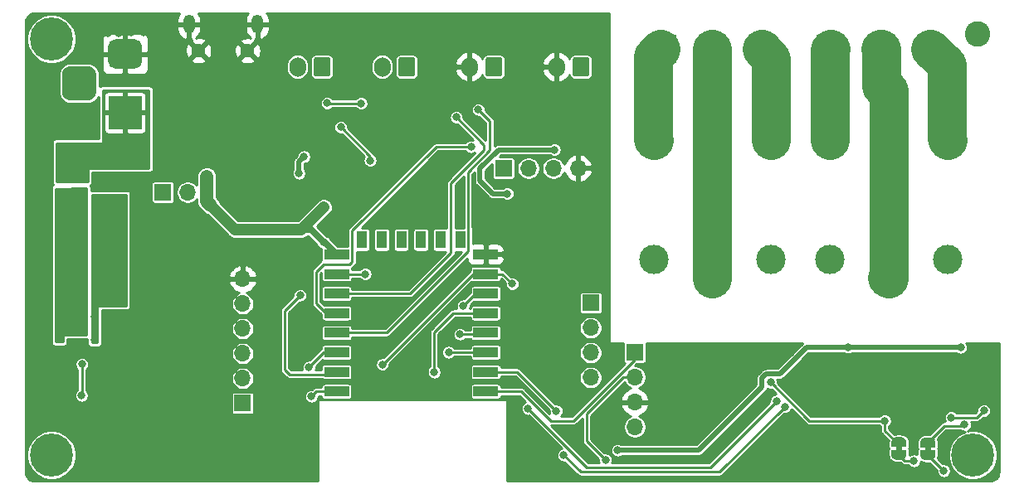
<source format=gbr>
G04 #@! TF.GenerationSoftware,KiCad,Pcbnew,5.1.9-73d0e3b20d~88~ubuntu18.04.1*
G04 #@! TF.CreationDate,2021-03-27T22:42:29+02:00*
G04 #@! TF.ProjectId,Electra,456c6563-7472-4612-9e6b-696361645f70,1*
G04 #@! TF.SameCoordinates,Original*
G04 #@! TF.FileFunction,Copper,L2,Bot*
G04 #@! TF.FilePolarity,Positive*
%FSLAX46Y46*%
G04 Gerber Fmt 4.6, Leading zero omitted, Abs format (unit mm)*
G04 Created by KiCad (PCBNEW 5.1.9-73d0e3b20d~88~ubuntu18.04.1) date 2021-03-27 22:42:29*
%MOMM*%
%LPD*%
G01*
G04 APERTURE LIST*
G04 #@! TA.AperFunction,EtchedComponent*
%ADD10C,0.100000*%
G04 #@! TD*
G04 #@! TA.AperFunction,ComponentPad*
%ADD11O,1.700000X2.000000*%
G04 #@! TD*
G04 #@! TA.AperFunction,ComponentPad*
%ADD12R,3.500000X3.500000*%
G04 #@! TD*
G04 #@! TA.AperFunction,ComponentPad*
%ADD13C,2.600000*%
G04 #@! TD*
G04 #@! TA.AperFunction,ComponentPad*
%ADD14C,3.000000*%
G04 #@! TD*
G04 #@! TA.AperFunction,ComponentPad*
%ADD15R,1.700000X1.700000*%
G04 #@! TD*
G04 #@! TA.AperFunction,ComponentPad*
%ADD16O,1.700000X1.700000*%
G04 #@! TD*
G04 #@! TA.AperFunction,ComponentPad*
%ADD17C,4.400000*%
G04 #@! TD*
G04 #@! TA.AperFunction,ComponentPad*
%ADD18C,0.700000*%
G04 #@! TD*
G04 #@! TA.AperFunction,ComponentPad*
%ADD19R,3.000000X3.000000*%
G04 #@! TD*
G04 #@! TA.AperFunction,ComponentPad*
%ADD20C,1.450000*%
G04 #@! TD*
G04 #@! TA.AperFunction,ComponentPad*
%ADD21O,1.200000X1.900000*%
G04 #@! TD*
G04 #@! TA.AperFunction,SMDPad,CuDef*
%ADD22C,0.100000*%
G04 #@! TD*
G04 #@! TA.AperFunction,SMDPad,CuDef*
%ADD23R,2.500000X1.000000*%
G04 #@! TD*
G04 #@! TA.AperFunction,SMDPad,CuDef*
%ADD24R,1.000000X1.800000*%
G04 #@! TD*
G04 #@! TA.AperFunction,ViaPad*
%ADD25C,0.800000*%
G04 #@! TD*
G04 #@! TA.AperFunction,Conductor*
%ADD26C,0.500000*%
G04 #@! TD*
G04 #@! TA.AperFunction,Conductor*
%ADD27C,1.200000*%
G04 #@! TD*
G04 #@! TA.AperFunction,Conductor*
%ADD28C,0.700000*%
G04 #@! TD*
G04 #@! TA.AperFunction,Conductor*
%ADD29C,1.370000*%
G04 #@! TD*
G04 #@! TA.AperFunction,Conductor*
%ADD30C,0.250000*%
G04 #@! TD*
G04 #@! TA.AperFunction,Conductor*
%ADD31C,4.000000*%
G04 #@! TD*
G04 #@! TA.AperFunction,Conductor*
%ADD32C,0.254000*%
G04 #@! TD*
G04 #@! TA.AperFunction,Conductor*
%ADD33C,0.100000*%
G04 #@! TD*
G04 APERTURE END LIST*
D10*
G36*
X190200000Y-115100000D02*
G01*
X190200000Y-115600000D01*
X189600000Y-115600000D01*
X189600000Y-115100000D01*
X190200000Y-115100000D01*
G37*
G36*
X187244000Y-115066000D02*
G01*
X187244000Y-115566000D01*
X186644000Y-115566000D01*
X186644000Y-115066000D01*
X187244000Y-115066000D01*
G37*
G04 #@! TA.AperFunction,ComponentPad*
G36*
G01*
X146471000Y-75596000D02*
X146471000Y-77096000D01*
G75*
G02*
X146221000Y-77346000I-250000J0D01*
G01*
X145021000Y-77346000D01*
G75*
G02*
X144771000Y-77096000I0J250000D01*
G01*
X144771000Y-75596000D01*
G75*
G02*
X145021000Y-75346000I250000J0D01*
G01*
X146221000Y-75346000D01*
G75*
G02*
X146471000Y-75596000I0J-250000D01*
G01*
G37*
G04 #@! TD.AperFunction*
D11*
X143121000Y-76346000D03*
G04 #@! TA.AperFunction,ComponentPad*
G36*
G01*
X102425000Y-76275000D02*
X104175000Y-76275000D01*
G75*
G02*
X105050000Y-77150000I0J-875000D01*
G01*
X105050000Y-78900000D01*
G75*
G02*
X104175000Y-79775000I-875000J0D01*
G01*
X102425000Y-79775000D01*
G75*
G02*
X101550000Y-78900000I0J875000D01*
G01*
X101550000Y-77150000D01*
G75*
G02*
X102425000Y-76275000I875000J0D01*
G01*
G37*
G04 #@! TD.AperFunction*
G04 #@! TA.AperFunction,ComponentPad*
G36*
G01*
X107000000Y-73525000D02*
X109000000Y-73525000D01*
G75*
G02*
X109750000Y-74275000I0J-750000D01*
G01*
X109750000Y-75775000D01*
G75*
G02*
X109000000Y-76525000I-750000J0D01*
G01*
X107000000Y-76525000D01*
G75*
G02*
X106250000Y-75775000I0J750000D01*
G01*
X106250000Y-74275000D01*
G75*
G02*
X107000000Y-73525000I750000J0D01*
G01*
G37*
G04 #@! TD.AperFunction*
D12*
X108000000Y-81025000D03*
D11*
X125595000Y-76346000D03*
G04 #@! TA.AperFunction,ComponentPad*
G36*
G01*
X128945000Y-75596000D02*
X128945000Y-77096000D01*
G75*
G02*
X128695000Y-77346000I-250000J0D01*
G01*
X127495000Y-77346000D01*
G75*
G02*
X127245000Y-77096000I0J250000D01*
G01*
X127245000Y-75596000D01*
G75*
G02*
X127495000Y-75346000I250000J0D01*
G01*
X128695000Y-75346000D01*
G75*
G02*
X128945000Y-75596000I0J-250000D01*
G01*
G37*
G04 #@! TD.AperFunction*
D13*
X195000000Y-73000000D03*
D14*
X185920000Y-98000000D03*
X179920000Y-96000000D03*
X179920000Y-83800000D03*
X191920000Y-83800000D03*
X191920000Y-96000000D03*
D15*
X146600000Y-86700000D03*
D16*
X149140000Y-86700000D03*
X151680000Y-86700000D03*
X154220000Y-86700000D03*
D14*
X173920000Y-96000000D03*
X173920000Y-83800000D03*
X161920000Y-83800000D03*
X161920000Y-96000000D03*
X167920000Y-98000000D03*
D16*
X155500000Y-108080000D03*
X155500000Y-105540000D03*
X155500000Y-103000000D03*
D15*
X155500000Y-100460000D03*
D11*
X152011000Y-76346000D03*
G04 #@! TA.AperFunction,ComponentPad*
G36*
G01*
X155361000Y-75596000D02*
X155361000Y-77096000D01*
G75*
G02*
X155111000Y-77346000I-250000J0D01*
G01*
X153911000Y-77346000D01*
G75*
G02*
X153661000Y-77096000I0J250000D01*
G01*
X153661000Y-75596000D01*
G75*
G02*
X153911000Y-75346000I250000J0D01*
G01*
X155111000Y-75346000D01*
G75*
G02*
X155361000Y-75596000I0J-250000D01*
G01*
G37*
G04 #@! TD.AperFunction*
D17*
X100500000Y-73500000D03*
D18*
X102150000Y-73500000D03*
X101666726Y-74666726D03*
X100500000Y-75150000D03*
X99333274Y-74666726D03*
X98850000Y-73500000D03*
X99333274Y-72333274D03*
X100500000Y-71850000D03*
X101666726Y-72333274D03*
X101666726Y-114833274D03*
X100500000Y-114350000D03*
X99333274Y-114833274D03*
X98850000Y-116000000D03*
X99333274Y-117166726D03*
X100500000Y-117650000D03*
X101666726Y-117166726D03*
X102150000Y-116000000D03*
D17*
X100500000Y-116000000D03*
X194500000Y-116000000D03*
D18*
X196150000Y-116000000D03*
X195666726Y-117166726D03*
X194500000Y-117650000D03*
X193333274Y-117166726D03*
X192850000Y-116000000D03*
X193333274Y-114833274D03*
X194500000Y-114350000D03*
X195666726Y-114833274D03*
D14*
X172920000Y-74510000D03*
X167840000Y-74510000D03*
D19*
X162760000Y-74510000D03*
D15*
X120000000Y-110700000D03*
D16*
X120000000Y-108160000D03*
X120000000Y-105620000D03*
X120000000Y-103080000D03*
X120000000Y-100540000D03*
X120000000Y-98000000D03*
X160000000Y-113120000D03*
X160000000Y-110580000D03*
X160000000Y-108040000D03*
D15*
X160000000Y-105500000D03*
D20*
X120500000Y-74712500D03*
X115500000Y-74712500D03*
D21*
X121500000Y-72012500D03*
X114500000Y-72012500D03*
D15*
X111850000Y-89150000D03*
D16*
X114390000Y-89150000D03*
D19*
X180010000Y-74510000D03*
D14*
X185090000Y-74510000D03*
X190170000Y-74510000D03*
G04 #@! TA.AperFunction,ComponentPad*
G36*
G01*
X137581000Y-75596000D02*
X137581000Y-77096000D01*
G75*
G02*
X137331000Y-77346000I-250000J0D01*
G01*
X136131000Y-77346000D01*
G75*
G02*
X135881000Y-77096000I0J250000D01*
G01*
X135881000Y-75596000D01*
G75*
G02*
X136131000Y-75346000I250000J0D01*
G01*
X137331000Y-75346000D01*
G75*
G02*
X137581000Y-75596000I0J-250000D01*
G01*
G37*
G04 #@! TD.AperFunction*
D11*
X134231000Y-76346000D03*
G04 #@! TA.AperFunction,SMDPad,CuDef*
D22*
G36*
X189150602Y-114700000D02*
G01*
X189150602Y-114675466D01*
X189155412Y-114626635D01*
X189164984Y-114578510D01*
X189179228Y-114531555D01*
X189198005Y-114486222D01*
X189221136Y-114442949D01*
X189248396Y-114402150D01*
X189279524Y-114364221D01*
X189314221Y-114329524D01*
X189352150Y-114298396D01*
X189392949Y-114271136D01*
X189436222Y-114248005D01*
X189481555Y-114229228D01*
X189528510Y-114214984D01*
X189576635Y-114205412D01*
X189625466Y-114200602D01*
X189650000Y-114200602D01*
X189650000Y-114200000D01*
X190150000Y-114200000D01*
X190150000Y-114200602D01*
X190174534Y-114200602D01*
X190223365Y-114205412D01*
X190271490Y-114214984D01*
X190318445Y-114229228D01*
X190363778Y-114248005D01*
X190407051Y-114271136D01*
X190447850Y-114298396D01*
X190485779Y-114329524D01*
X190520476Y-114364221D01*
X190551604Y-114402150D01*
X190578864Y-114442949D01*
X190601995Y-114486222D01*
X190620772Y-114531555D01*
X190635016Y-114578510D01*
X190644588Y-114626635D01*
X190649398Y-114675466D01*
X190649398Y-114700000D01*
X190650000Y-114700000D01*
X190650000Y-115200000D01*
X189150000Y-115200000D01*
X189150000Y-114700000D01*
X189150602Y-114700000D01*
G37*
G04 #@! TD.AperFunction*
G04 #@! TA.AperFunction,SMDPad,CuDef*
G36*
X190650000Y-115500000D02*
G01*
X190650000Y-116000000D01*
X190649398Y-116000000D01*
X190649398Y-116024534D01*
X190644588Y-116073365D01*
X190635016Y-116121490D01*
X190620772Y-116168445D01*
X190601995Y-116213778D01*
X190578864Y-116257051D01*
X190551604Y-116297850D01*
X190520476Y-116335779D01*
X190485779Y-116370476D01*
X190447850Y-116401604D01*
X190407051Y-116428864D01*
X190363778Y-116451995D01*
X190318445Y-116470772D01*
X190271490Y-116485016D01*
X190223365Y-116494588D01*
X190174534Y-116499398D01*
X190150000Y-116499398D01*
X190150000Y-116500000D01*
X189650000Y-116500000D01*
X189650000Y-116499398D01*
X189625466Y-116499398D01*
X189576635Y-116494588D01*
X189528510Y-116485016D01*
X189481555Y-116470772D01*
X189436222Y-116451995D01*
X189392949Y-116428864D01*
X189352150Y-116401604D01*
X189314221Y-116370476D01*
X189279524Y-116335779D01*
X189248396Y-116297850D01*
X189221136Y-116257051D01*
X189198005Y-116213778D01*
X189179228Y-116168445D01*
X189164984Y-116121490D01*
X189155412Y-116073365D01*
X189150602Y-116024534D01*
X189150602Y-116000000D01*
X189150000Y-116000000D01*
X189150000Y-115500000D01*
X190650000Y-115500000D01*
G37*
G04 #@! TD.AperFunction*
G04 #@! TA.AperFunction,SMDPad,CuDef*
G36*
X187694000Y-115466000D02*
G01*
X187694000Y-115966000D01*
X187693398Y-115966000D01*
X187693398Y-115990534D01*
X187688588Y-116039365D01*
X187679016Y-116087490D01*
X187664772Y-116134445D01*
X187645995Y-116179778D01*
X187622864Y-116223051D01*
X187595604Y-116263850D01*
X187564476Y-116301779D01*
X187529779Y-116336476D01*
X187491850Y-116367604D01*
X187451051Y-116394864D01*
X187407778Y-116417995D01*
X187362445Y-116436772D01*
X187315490Y-116451016D01*
X187267365Y-116460588D01*
X187218534Y-116465398D01*
X187194000Y-116465398D01*
X187194000Y-116466000D01*
X186694000Y-116466000D01*
X186694000Y-116465398D01*
X186669466Y-116465398D01*
X186620635Y-116460588D01*
X186572510Y-116451016D01*
X186525555Y-116436772D01*
X186480222Y-116417995D01*
X186436949Y-116394864D01*
X186396150Y-116367604D01*
X186358221Y-116336476D01*
X186323524Y-116301779D01*
X186292396Y-116263850D01*
X186265136Y-116223051D01*
X186242005Y-116179778D01*
X186223228Y-116134445D01*
X186208984Y-116087490D01*
X186199412Y-116039365D01*
X186194602Y-115990534D01*
X186194602Y-115966000D01*
X186194000Y-115966000D01*
X186194000Y-115466000D01*
X187694000Y-115466000D01*
G37*
G04 #@! TD.AperFunction*
G04 #@! TA.AperFunction,SMDPad,CuDef*
G36*
X186194602Y-114666000D02*
G01*
X186194602Y-114641466D01*
X186199412Y-114592635D01*
X186208984Y-114544510D01*
X186223228Y-114497555D01*
X186242005Y-114452222D01*
X186265136Y-114408949D01*
X186292396Y-114368150D01*
X186323524Y-114330221D01*
X186358221Y-114295524D01*
X186396150Y-114264396D01*
X186436949Y-114237136D01*
X186480222Y-114214005D01*
X186525555Y-114195228D01*
X186572510Y-114180984D01*
X186620635Y-114171412D01*
X186669466Y-114166602D01*
X186694000Y-114166602D01*
X186694000Y-114166000D01*
X187194000Y-114166000D01*
X187194000Y-114166602D01*
X187218534Y-114166602D01*
X187267365Y-114171412D01*
X187315490Y-114180984D01*
X187362445Y-114195228D01*
X187407778Y-114214005D01*
X187451051Y-114237136D01*
X187491850Y-114264396D01*
X187529779Y-114295524D01*
X187564476Y-114330221D01*
X187595604Y-114368150D01*
X187622864Y-114408949D01*
X187645995Y-114452222D01*
X187664772Y-114497555D01*
X187679016Y-114544510D01*
X187688588Y-114592635D01*
X187693398Y-114641466D01*
X187693398Y-114666000D01*
X187694000Y-114666000D01*
X187694000Y-115166000D01*
X186194000Y-115166000D01*
X186194000Y-114666000D01*
X186194602Y-114666000D01*
G37*
G04 #@! TD.AperFunction*
D23*
X129584000Y-109500000D03*
X129584000Y-107500000D03*
X129584000Y-105500000D03*
X129584000Y-103500000D03*
X129584000Y-101500000D03*
X129584000Y-99500000D03*
X129584000Y-97500000D03*
X129584000Y-95500000D03*
D24*
X132184000Y-94000000D03*
X134184000Y-94000000D03*
X136184000Y-94000000D03*
X138184000Y-94000000D03*
X140184000Y-94000000D03*
X142184000Y-94000000D03*
D23*
X144784000Y-95500000D03*
X144784000Y-97500000D03*
X144784000Y-99500000D03*
X144784000Y-101500000D03*
X144784000Y-103500000D03*
X144784000Y-105500000D03*
X144784000Y-107500000D03*
X144784000Y-109500000D03*
D25*
X102500000Y-102400000D03*
X102500000Y-103400000D03*
X101500000Y-103400000D03*
X101500000Y-102400000D03*
X101300000Y-92700000D03*
X102500000Y-92700000D03*
X103700000Y-92700000D03*
X107150000Y-101550000D03*
X107150000Y-102450000D03*
X107150000Y-103400000D03*
X107150000Y-104350000D03*
X106150000Y-101550000D03*
X108150000Y-101550000D03*
X108175000Y-102450000D03*
X108200000Y-103375000D03*
X108200000Y-104325000D03*
X120650000Y-88138000D03*
X120650000Y-89154000D03*
X120650000Y-90170000D03*
X120650000Y-91186000D03*
X120650000Y-87122000D03*
X119634000Y-87122000D03*
X118618000Y-87122000D03*
X119634000Y-86106000D03*
X120650000Y-86106000D03*
X115312000Y-81018000D03*
X115312000Y-82034000D03*
X115312000Y-83050000D03*
X118360000Y-83050000D03*
X118360000Y-82034000D03*
X118360000Y-81018000D03*
X116328000Y-83050000D03*
X117344000Y-83050000D03*
X121699000Y-83050000D03*
X122715000Y-83050000D03*
X123731000Y-83050000D03*
X124747000Y-83050000D03*
X124747000Y-82034000D03*
X124747000Y-81018000D03*
X124747000Y-80002000D03*
X121699000Y-82034000D03*
X121699000Y-81018000D03*
X121699000Y-80002000D03*
X98250000Y-100100000D03*
X98200000Y-101350000D03*
X98250000Y-95675000D03*
X100025000Y-93850000D03*
X110236000Y-105156000D03*
X111252000Y-105156000D03*
X112268000Y-105156000D03*
X113792000Y-105156000D03*
X114808000Y-105156000D03*
X115824000Y-105156000D03*
X116586000Y-106172000D03*
X109220000Y-106172000D03*
X109220000Y-107188000D03*
X116586000Y-107188000D03*
X113250000Y-110250000D03*
X114250000Y-110250000D03*
X115250000Y-110250000D03*
X116250000Y-110250000D03*
X117250000Y-110250000D03*
X113250000Y-111250000D03*
X113250000Y-112250000D03*
X114250000Y-112250000D03*
X114250000Y-111250000D03*
X115250000Y-111250000D03*
X115250000Y-112250000D03*
X116250000Y-112250000D03*
X116250000Y-111250000D03*
X117250000Y-111250000D03*
X117250000Y-112250000D03*
X162750000Y-105500000D03*
X164500000Y-105500000D03*
X167000000Y-105500000D03*
X168750000Y-105500000D03*
X170500000Y-105500000D03*
X172250000Y-105500000D03*
X174000000Y-105500000D03*
X175750000Y-105500000D03*
X168750000Y-106500000D03*
X170500000Y-106500000D03*
X172250000Y-106500000D03*
X174000000Y-106500000D03*
X170500000Y-107500000D03*
X172250000Y-107500000D03*
X162750000Y-106500000D03*
X164500000Y-106500000D03*
X164500000Y-107500000D03*
X164500000Y-108500000D03*
X166000000Y-107500000D03*
X166000000Y-108500000D03*
X166000000Y-109500000D03*
X167500000Y-108500000D03*
X167500000Y-109500000D03*
X167500000Y-110500000D03*
X168750000Y-110500000D03*
X170000000Y-110500000D03*
X168750000Y-109500000D03*
X170000000Y-109500000D03*
X171250000Y-109500000D03*
X162750000Y-110250000D03*
X162750000Y-111250000D03*
X164000000Y-110750000D03*
X164000000Y-111750000D03*
X183250000Y-106000000D03*
X184750000Y-106000000D03*
X186250000Y-106000000D03*
X181750000Y-106000000D03*
X187750000Y-106000000D03*
X188500000Y-106750000D03*
X189250000Y-106000000D03*
X184000000Y-106750000D03*
X182500000Y-106750000D03*
X185500000Y-106750000D03*
X187000000Y-106750000D03*
X190000000Y-106750000D03*
X190750000Y-106000000D03*
X191500000Y-106750000D03*
X181000000Y-106750000D03*
X173250000Y-114250000D03*
X174250000Y-114250000D03*
X175250000Y-114250000D03*
X176250000Y-114250000D03*
X173250000Y-115250000D03*
X174250000Y-115250000D03*
X175250000Y-115250000D03*
X176250000Y-115250000D03*
X173250000Y-116250000D03*
X174250000Y-116250000D03*
X175250000Y-116250000D03*
X179250000Y-114250000D03*
X179250000Y-115250000D03*
X179250000Y-116250000D03*
X182500000Y-114250000D03*
X182500000Y-115250000D03*
X182500000Y-116250000D03*
X185250000Y-115250000D03*
X185250000Y-116250000D03*
X172250000Y-115250000D03*
X172250000Y-116250000D03*
X171250000Y-116250000D03*
X172250000Y-117250000D03*
X173250000Y-117250000D03*
X174250000Y-117250000D03*
X175250000Y-117250000D03*
X175250000Y-118250000D03*
X174250000Y-118250000D03*
X173250000Y-118250000D03*
X172250000Y-118250000D03*
X171250000Y-118250000D03*
X171250000Y-117250000D03*
X170250000Y-117250000D03*
X170250000Y-118250000D03*
X169250000Y-118250000D03*
X161000000Y-116500000D03*
X162250000Y-116500000D03*
X163500000Y-116500000D03*
X164750000Y-116500000D03*
X166000000Y-116500000D03*
X163000000Y-114250000D03*
X164000000Y-114250000D03*
X165000000Y-114250000D03*
X166250000Y-114250000D03*
X147500000Y-118250000D03*
X148750000Y-118250000D03*
X149750000Y-118250000D03*
X150750000Y-118250000D03*
X151750000Y-118250000D03*
X152750000Y-118250000D03*
X147500000Y-113500000D03*
X147500000Y-114500000D03*
X147500000Y-115750000D03*
X147500000Y-117000000D03*
X150000000Y-115750000D03*
X148750000Y-114500000D03*
X148750000Y-115750000D03*
X148750000Y-117000000D03*
X150000000Y-117000000D03*
X151250000Y-117000000D03*
X150750000Y-106750000D03*
X152000000Y-106750000D03*
X150750000Y-105500000D03*
X152000000Y-105500000D03*
X150750000Y-104250000D03*
X152000000Y-104250000D03*
X150750000Y-102750000D03*
X152000000Y-102750000D03*
X150750000Y-101000000D03*
X152000000Y-101000000D03*
X150750000Y-99250000D03*
X152000000Y-99250000D03*
X121000000Y-117250000D03*
X122000000Y-116250000D03*
X123000000Y-115250000D03*
X124000000Y-114250000D03*
X125000000Y-113250000D03*
X126000000Y-112250000D03*
X127000000Y-111250000D03*
X127000000Y-113000000D03*
X126000000Y-114000000D03*
X124750000Y-115250000D03*
X123500000Y-116500000D03*
X122500000Y-117750000D03*
X124250000Y-118000000D03*
X125250000Y-116750000D03*
X126250000Y-115750000D03*
X127250000Y-114750000D03*
X126000000Y-118000000D03*
X127000000Y-117000000D03*
X132250000Y-109500000D03*
X133500000Y-109500000D03*
X134750000Y-109500000D03*
X136000000Y-109500000D03*
X137500000Y-109500000D03*
X139000000Y-109500000D03*
X140500000Y-109500000D03*
X142000000Y-109500000D03*
X142000000Y-108250000D03*
X142000000Y-107000000D03*
X132500000Y-95750000D03*
X133250000Y-96500000D03*
X134000000Y-95750000D03*
X134750000Y-96500000D03*
X135500000Y-95750000D03*
X136250000Y-96500000D03*
X137000000Y-95750000D03*
X137750000Y-96500000D03*
X138500000Y-95750000D03*
X131750000Y-98500000D03*
X133000000Y-98500000D03*
X134250000Y-98500000D03*
X135500000Y-98500000D03*
X136750000Y-98500000D03*
X131500000Y-100250000D03*
X132250000Y-101000000D03*
X133000000Y-100250000D03*
X133750000Y-101000000D03*
X134500000Y-100250000D03*
X135250000Y-101000000D03*
X131500000Y-102500000D03*
X132500000Y-102500000D03*
X133750000Y-102500000D03*
X137000000Y-102500000D03*
X138500000Y-101000000D03*
X139500000Y-100000000D03*
X140500000Y-99000000D03*
X146750000Y-95500000D03*
X145000000Y-94250000D03*
X152500000Y-113500000D03*
X153500000Y-114500000D03*
X154250000Y-115250000D03*
X106750000Y-115000000D03*
X107750000Y-115000000D03*
X106750000Y-116000000D03*
X107750000Y-116000000D03*
X115250000Y-115000000D03*
X116250000Y-115000000D03*
X115250000Y-116000000D03*
X116250000Y-116000000D03*
X122000000Y-106650000D03*
X123250000Y-106700000D03*
X122000000Y-107750000D03*
X123250000Y-107750000D03*
X122000000Y-109000000D03*
X122000000Y-104500000D03*
X123250000Y-104500000D03*
X122000000Y-102750000D03*
X123250000Y-102750000D03*
X125000000Y-102750000D03*
X126500000Y-102750000D03*
X121600000Y-95700000D03*
X123375000Y-99375000D03*
X122250000Y-99150000D03*
X123725000Y-96775000D03*
X124575000Y-99175000D03*
X122900000Y-95500000D03*
X122400000Y-96600000D03*
X117250000Y-95500000D03*
X117250000Y-97000000D03*
X117250000Y-98500000D03*
X117250000Y-100000000D03*
X117250000Y-101500000D03*
X130000000Y-93250000D03*
X130000000Y-92250000D03*
X130000000Y-91250000D03*
X130000000Y-90250000D03*
X133000000Y-92500000D03*
X134000000Y-92500000D03*
X135000000Y-92500000D03*
X136000000Y-92500000D03*
X137000000Y-92500000D03*
X138000000Y-92500000D03*
X139000000Y-92500000D03*
X140000000Y-92500000D03*
X135250000Y-91250000D03*
X136500000Y-91250000D03*
X137500000Y-91250000D03*
X138500000Y-91250000D03*
X139500000Y-91250000D03*
X140500000Y-91250000D03*
X136250000Y-90000000D03*
X137250000Y-90000000D03*
X138250000Y-90000000D03*
X139250000Y-90000000D03*
X140250000Y-90000000D03*
X137750000Y-88750000D03*
X138750000Y-88750000D03*
X139750000Y-88750000D03*
X139000000Y-87750000D03*
X139750000Y-87000000D03*
X140500000Y-86000000D03*
X141750000Y-86000000D03*
X141250000Y-87000000D03*
X140500000Y-87750000D03*
X142250000Y-88750000D03*
X142250000Y-90000000D03*
X142250000Y-91250000D03*
X142250000Y-92250000D03*
X143750000Y-90500000D03*
X143750000Y-91500000D03*
X143750000Y-92750000D03*
X145750000Y-90500000D03*
X146750000Y-90500000D03*
X147750000Y-90500000D03*
X148750000Y-90500000D03*
X149750000Y-90500000D03*
X151000000Y-90500000D03*
X152000000Y-90500000D03*
X153000000Y-90500000D03*
X154000000Y-90500000D03*
X155000000Y-90500000D03*
X155000000Y-91500000D03*
X154000000Y-91500000D03*
X153000000Y-91500000D03*
X152000000Y-91500000D03*
X151000000Y-91500000D03*
X149750000Y-91500000D03*
X148750000Y-91500000D03*
X147750000Y-91500000D03*
X146750000Y-91500000D03*
X145750000Y-91500000D03*
X146750000Y-92500000D03*
X147500000Y-93250000D03*
X148250000Y-94000000D03*
X149000000Y-94750000D03*
X149750000Y-95500000D03*
X150250000Y-96500000D03*
X150500000Y-97750000D03*
X151500000Y-97750000D03*
X153250000Y-96500000D03*
X154250000Y-95500000D03*
X155000000Y-94750000D03*
X155000000Y-93500000D03*
X155000000Y-92500000D03*
X148250000Y-92500000D03*
X149500000Y-92500000D03*
X150500000Y-92500000D03*
X151500000Y-92500000D03*
X152500000Y-92500000D03*
X153750000Y-92500000D03*
X149250000Y-93500000D03*
X150500000Y-93500000D03*
X151500000Y-93500000D03*
X152500000Y-93500000D03*
X153750000Y-93500000D03*
X150250000Y-94500000D03*
X151250000Y-94500000D03*
X152250000Y-94500000D03*
X153500000Y-94500000D03*
X151000000Y-95500000D03*
X152000000Y-95500000D03*
X153000000Y-95500000D03*
X151250000Y-96500000D03*
X152250000Y-96500000D03*
X134250000Y-85750000D03*
X135250000Y-85750000D03*
X136250000Y-85750000D03*
X136250000Y-86750000D03*
X135250000Y-87500000D03*
X134500000Y-88250000D03*
X133750000Y-89000000D03*
X133000000Y-89750000D03*
X133250000Y-87000000D03*
X134500000Y-87000000D03*
X133250000Y-88000000D03*
X129500000Y-88750000D03*
X120250000Y-76500000D03*
X121250000Y-76500000D03*
X122250000Y-76500000D03*
X120250000Y-77500000D03*
X121250000Y-77500000D03*
X122250000Y-77500000D03*
X120750000Y-78500000D03*
X121750000Y-78500000D03*
X114000000Y-76500000D03*
X115000000Y-76500000D03*
X116000000Y-76500000D03*
X117000000Y-76500000D03*
X118000000Y-76500000D03*
X117500000Y-77250000D03*
X116500000Y-77250000D03*
X115500000Y-77250000D03*
X114500000Y-77250000D03*
X113500000Y-77250000D03*
X114000000Y-78000000D03*
X115000000Y-78000000D03*
X116000000Y-78000000D03*
X117000000Y-78000000D03*
X111225000Y-84775000D03*
X112300000Y-84775000D03*
X113400000Y-84825000D03*
X111250000Y-85825000D03*
X112325000Y-85900000D03*
X111250000Y-83725000D03*
X113400000Y-85950000D03*
X105000000Y-87500000D03*
X106000000Y-87500000D03*
X107000000Y-87500000D03*
X108000000Y-87500000D03*
X109000000Y-87500000D03*
X109000000Y-88500000D03*
X109000000Y-89500000D03*
X154500000Y-97750000D03*
X155500000Y-97000000D03*
X155750000Y-98000000D03*
X155250000Y-83750000D03*
X112000000Y-71625000D03*
X110950000Y-71575000D03*
X109900000Y-71575000D03*
X108650000Y-71525000D03*
X107375000Y-71525000D03*
X106200000Y-71525000D03*
X105125000Y-71525000D03*
X103950000Y-71500000D03*
X103925000Y-73000000D03*
X105100000Y-72875000D03*
X106250000Y-72900000D03*
X107350000Y-72875000D03*
X108625000Y-72825000D03*
X109875000Y-72825000D03*
X110900000Y-72875000D03*
X112000000Y-72900000D03*
X111875000Y-74325000D03*
X111875000Y-75575000D03*
X111875000Y-76825000D03*
X111875000Y-78075000D03*
X111875000Y-79325000D03*
X111875000Y-80575000D03*
X104125000Y-75075000D03*
X143800000Y-89200000D03*
X146400000Y-83900000D03*
X146700000Y-82800000D03*
X124150000Y-100100000D03*
X126425000Y-100775000D03*
X125390000Y-104590000D03*
X126910000Y-104540000D03*
X132160000Y-104660000D03*
X133910000Y-104660000D03*
X138030000Y-104670000D03*
X138070000Y-106540000D03*
X136210000Y-106540000D03*
X137060000Y-107680000D03*
X132430000Y-107420000D03*
X125150000Y-106660000D03*
X123090000Y-108940000D03*
X134930000Y-107700000D03*
X140590000Y-107390000D03*
X142680000Y-96590000D03*
X148230000Y-96700000D03*
X146860000Y-96650000D03*
X144670000Y-93230000D03*
X157260000Y-111320000D03*
X152070000Y-108080000D03*
X157750000Y-105960000D03*
X181080000Y-109110000D03*
X182440000Y-111460000D03*
X195990000Y-112790000D03*
X192060000Y-113900000D03*
X194660000Y-104910000D03*
X196610000Y-104890000D03*
X192320000Y-118240000D03*
X98400000Y-102550000D03*
X99650000Y-102550000D03*
X98450000Y-103550000D03*
X99650000Y-103600000D03*
X98500000Y-104500000D03*
X104950000Y-108050000D03*
X105950000Y-106950000D03*
X106550000Y-108950000D03*
X107650000Y-107700000D03*
X107700000Y-108650000D03*
X108750000Y-108600000D03*
X103050000Y-113300000D03*
X98500000Y-113200000D03*
X103400000Y-111350000D03*
X103400000Y-112400000D03*
X102000000Y-113250000D03*
X113375000Y-78800000D03*
X114550000Y-78825000D03*
X113775000Y-79825000D03*
X114875000Y-79875000D03*
X118425000Y-77550000D03*
X118200000Y-78525000D03*
X116525000Y-78800000D03*
X120150000Y-79450000D03*
X125975000Y-79825000D03*
X127325000Y-79750000D03*
X126975000Y-80925000D03*
X133450000Y-79575000D03*
X134700000Y-79925000D03*
X136025000Y-79775000D03*
X138450000Y-80275000D03*
X140225000Y-79700000D03*
X141375000Y-79875000D03*
X142425000Y-79700000D03*
X141400000Y-77400000D03*
X142525000Y-78100000D03*
X141250000Y-78450000D03*
X138525000Y-77800000D03*
X133500000Y-78325000D03*
X134875000Y-78150000D03*
X136050000Y-78100000D03*
X129825000Y-76275000D03*
X129825000Y-77550000D03*
X124250000Y-78175000D03*
X125875000Y-78025000D03*
X124225000Y-74450000D03*
X125250000Y-74350000D03*
X123925000Y-75650000D03*
X123950000Y-76775000D03*
X126450000Y-74000000D03*
X128375000Y-73850000D03*
X129800000Y-74200000D03*
X131675000Y-73975000D03*
X133625000Y-74350000D03*
X134825000Y-74300000D03*
X135925000Y-74250000D03*
X137200000Y-74250000D03*
X138700000Y-74100000D03*
X138625000Y-75400000D03*
X138650000Y-76375000D03*
X132125000Y-75850000D03*
X132150000Y-77100000D03*
X141350000Y-75700000D03*
X141325000Y-74525000D03*
X142350000Y-74450000D03*
X143450000Y-74375000D03*
X147450000Y-76750000D03*
X147450000Y-78050000D03*
X149475000Y-77400000D03*
X151150000Y-78675000D03*
X153350000Y-78775000D03*
X154325000Y-74100000D03*
X152500000Y-74200000D03*
X112300000Y-83725000D03*
X113425000Y-83700000D03*
X111275000Y-82675000D03*
X112300000Y-82675000D03*
X113475000Y-82700000D03*
X156025000Y-74600000D03*
X156000000Y-83000000D03*
X125730000Y-87210000D03*
X126238000Y-85510000D03*
X116745999Y-90518001D03*
X128270000Y-90678000D03*
X128250000Y-94250000D03*
X151800000Y-84800000D03*
X147000000Y-89300000D03*
X116332000Y-89018000D03*
X116332000Y-87518000D03*
X104900000Y-101900000D03*
X104900000Y-104200000D03*
X105025000Y-94000000D03*
X107800000Y-94000000D03*
X105925000Y-94000000D03*
X104975000Y-99075000D03*
X106875000Y-94000000D03*
X105925000Y-99075000D03*
X106875000Y-99075000D03*
X107775000Y-99050000D03*
X103600000Y-106700000D03*
X103550000Y-109900000D03*
X193250000Y-105000000D03*
X158250000Y-115500000D03*
X181749994Y-105000000D03*
X192300000Y-112150000D03*
X195625000Y-111450000D03*
X104450000Y-84600000D03*
X101375000Y-84550000D03*
X102400000Y-84550000D03*
X103400000Y-84575000D03*
X106550000Y-85625000D03*
X107575000Y-85675000D03*
X108600000Y-85700000D03*
X109650000Y-85700000D03*
X105475000Y-85600000D03*
X106500000Y-83600000D03*
X107500000Y-83625000D03*
X108500000Y-83650000D03*
X109550000Y-83625000D03*
X106525000Y-84625000D03*
X105450000Y-84625000D03*
X107550000Y-84650000D03*
X108550000Y-84675000D03*
X109625000Y-84700000D03*
X191516000Y-117602000D03*
X193650004Y-112875010D03*
X188468000Y-116586000D03*
X185500000Y-112500000D03*
X173850002Y-108575010D03*
X141000000Y-105500000D03*
X142154653Y-103654653D03*
X151999996Y-111500000D03*
X157000000Y-116500000D03*
X141788000Y-81487000D03*
X144034000Y-80709000D03*
X130000000Y-82499992D03*
X125850000Y-99675000D03*
X133000000Y-85900021D03*
X132075000Y-80075000D03*
X128625000Y-80050000D03*
X143289294Y-84513989D03*
X134250000Y-106750000D03*
X152750001Y-115999999D03*
X147500000Y-98500000D03*
X175300160Y-111075000D03*
X132500000Y-97500008D03*
X149100000Y-111250002D03*
X174475000Y-110475000D03*
X139525000Y-107525000D03*
X127000000Y-110000000D03*
X126762660Y-107024990D03*
X142500000Y-100750000D03*
D26*
X125730000Y-86018000D02*
X126238000Y-85510000D01*
X125730000Y-87210000D02*
X125730000Y-86018000D01*
D27*
X119191998Y-92964000D02*
X125984000Y-92964000D01*
X116745999Y-90518001D02*
X119191998Y-92964000D01*
X125984000Y-92964000D02*
X128270000Y-90678000D01*
X126362500Y-92585500D02*
X128270000Y-90678000D01*
D28*
X128334000Y-94250000D02*
X128250000Y-94250000D01*
X126964000Y-92964000D02*
X128250000Y-94250000D01*
X125984000Y-92964000D02*
X126964000Y-92964000D01*
X129584000Y-95500000D02*
X128334000Y-94250000D01*
D29*
X116332000Y-90104002D02*
X116332000Y-87518000D01*
X116745999Y-90518001D02*
X116332000Y-90104002D01*
D26*
X145500000Y-89300000D02*
X147000000Y-89300000D01*
X146100000Y-84800000D02*
X144200000Y-86700000D01*
X144200000Y-86700000D02*
X144200000Y-88000000D01*
X144200000Y-88000000D02*
X145500000Y-89300000D01*
X151800000Y-84800000D02*
X146100000Y-84800000D01*
D30*
X103600000Y-106700000D02*
X103600000Y-109850000D01*
X103600000Y-109850000D02*
X103550000Y-109900000D01*
D26*
X193250000Y-105000000D02*
X181750000Y-105000000D01*
D30*
X181750000Y-105000000D02*
X181749994Y-105000000D01*
X194925000Y-112150000D02*
X195625000Y-111450000D01*
X192300000Y-112150000D02*
X194925000Y-112150000D01*
D26*
X181184309Y-105000000D02*
X181749994Y-105000000D01*
X177500000Y-105000000D02*
X181184309Y-105000000D01*
X176600001Y-105899999D02*
X177500000Y-105000000D01*
X166500000Y-115500000D02*
X172974998Y-109025002D01*
X158250000Y-115500000D02*
X166500000Y-115500000D01*
X174783002Y-107725000D02*
X176600001Y-105908001D01*
X172974998Y-109025002D02*
X172974998Y-108141998D01*
X176600001Y-105908001D02*
X176600001Y-105899999D01*
X172974998Y-108141998D02*
X173391996Y-107725000D01*
X173391996Y-107725000D02*
X174783002Y-107725000D01*
D30*
X189992000Y-116078000D02*
X189992000Y-115712000D01*
X191502000Y-117602000D02*
X189900000Y-116000000D01*
X191516000Y-117602000D02*
X191502000Y-117602000D01*
X189992000Y-114412000D02*
X190488000Y-114412000D01*
X191600000Y-113000000D02*
X192000000Y-113000000D01*
X189900000Y-114700000D02*
X191600000Y-113000000D01*
X191900000Y-113000000D02*
X192000000Y-113000000D01*
X192000000Y-113000000D02*
X193525014Y-113000000D01*
X193525014Y-113000000D02*
X193650004Y-112875010D01*
X187564000Y-116586000D02*
X186944000Y-115966000D01*
X188468000Y-116586000D02*
X187564000Y-116586000D01*
X186666000Y-114666000D02*
X186944000Y-114666000D01*
X185500000Y-112500000D02*
X185500000Y-113500000D01*
X185500000Y-113500000D02*
X186666000Y-114666000D01*
X185500000Y-112500000D02*
X177774992Y-112500000D01*
X177774992Y-112500000D02*
X173850002Y-108575010D01*
X141000000Y-105500000D02*
X144784000Y-105500000D01*
X144629347Y-103654653D02*
X144784000Y-103500000D01*
X142154653Y-103654653D02*
X144629347Y-103654653D01*
X144784000Y-107500000D02*
X147999996Y-107500000D01*
X147999996Y-107500000D02*
X151999996Y-111500000D01*
X155100000Y-111800000D02*
X155100000Y-114600000D01*
X155100000Y-114600000D02*
X157000000Y-116500000D01*
X160000000Y-108040000D02*
X158860000Y-108040000D01*
X158860000Y-108040000D02*
X155100000Y-111800000D01*
X160000000Y-106250000D02*
X160000000Y-105500000D01*
X153750000Y-112500000D02*
X160000000Y-106250000D01*
X151426998Y-112500000D02*
X153750000Y-112500000D01*
X144784000Y-109500000D02*
X148426998Y-109500000D01*
X148426998Y-109500000D02*
X151426998Y-112500000D01*
D31*
X179920000Y-74584990D02*
X179994990Y-74510000D01*
X179920000Y-83800000D02*
X179920000Y-74584990D01*
X185780000Y-97860000D02*
X185920000Y-98000000D01*
X185900000Y-87040909D02*
X185900000Y-97980000D01*
X185501743Y-78300000D02*
X185920000Y-78718257D01*
X185920000Y-78718257D02*
X185920000Y-87020909D01*
X185900000Y-97980000D02*
X185920000Y-98000000D01*
X185150000Y-77816639D02*
X185150000Y-78300000D01*
X185114990Y-77781629D02*
X185150000Y-77816639D01*
X185090000Y-74510000D02*
X185114990Y-74534990D01*
X185114990Y-74534990D02*
X185114990Y-77781629D01*
X185150000Y-78300000D02*
X185501743Y-78300000D01*
X185920000Y-87020909D02*
X185900000Y-87040909D01*
X191800000Y-76140000D02*
X191800000Y-83680000D01*
X190170000Y-74510000D02*
X191800000Y-76140000D01*
X191800000Y-83680000D02*
X191920000Y-83800000D01*
X173920000Y-75504990D02*
X172925010Y-74510000D01*
X173920000Y-83800000D02*
X173920000Y-75504990D01*
X167920000Y-98000000D02*
X167840000Y-97920000D01*
X167840000Y-97920000D02*
X167840000Y-74510000D01*
X161850000Y-75274990D02*
X162614990Y-74510000D01*
X161920000Y-83800000D02*
X161850000Y-83730000D01*
X161850000Y-83730000D02*
X161850000Y-75274990D01*
D30*
X129584000Y-99500000D02*
X137084501Y-99500000D01*
X141250000Y-95334501D02*
X141250000Y-88200402D01*
X144620990Y-84319990D02*
X141788000Y-81487000D01*
X141250000Y-88200402D02*
X144620990Y-84829412D01*
X137084501Y-99500000D02*
X141250000Y-95334501D01*
X144620990Y-84829412D02*
X144620990Y-84319990D01*
X145621000Y-76346000D02*
X145325000Y-76642000D01*
X143009001Y-92839999D02*
X143000000Y-92830998D01*
X134669002Y-103500000D02*
X143009001Y-95160001D01*
X145225000Y-81900000D02*
X144034000Y-80709000D01*
X145225000Y-84861812D02*
X145225000Y-81900000D01*
X143000000Y-87086812D02*
X145225000Y-84861812D01*
X143000000Y-92830998D02*
X143000000Y-87086812D01*
X143009001Y-95160001D02*
X143009001Y-92839999D01*
X129584000Y-103500000D02*
X134669002Y-103500000D01*
X124750000Y-107750000D02*
X124270001Y-107270001D01*
X129334000Y-107750000D02*
X124750000Y-107750000D01*
X124270001Y-107270001D02*
X124270001Y-101254999D01*
X129584000Y-107500000D02*
X129334000Y-107750000D01*
X124270001Y-101254999D02*
X125850000Y-99675000D01*
X130000000Y-82499992D02*
X133000000Y-85499992D01*
X133000000Y-85499992D02*
X133000000Y-85900021D01*
X132075000Y-80075000D02*
X128650000Y-80075000D01*
X128650000Y-80075000D02*
X128625000Y-80050000D01*
X127500000Y-100500000D02*
X128500000Y-101500000D01*
X127500000Y-97248998D02*
X127500000Y-100500000D01*
X128248998Y-96500000D02*
X127500000Y-97248998D01*
X143289294Y-84513989D02*
X143275305Y-84500000D01*
X143275305Y-84500000D02*
X139750000Y-84500000D01*
X139750000Y-84500000D02*
X131159001Y-93090999D01*
X130919002Y-96500000D02*
X128248998Y-96500000D01*
X128500000Y-101500000D02*
X129584000Y-101500000D01*
X131159001Y-96260001D02*
X130919002Y-96500000D01*
X131159001Y-93090999D02*
X131159001Y-96260001D01*
X143500000Y-97500000D02*
X144784000Y-97500000D01*
X134250000Y-106750000D02*
X143500000Y-97500000D01*
X146500000Y-97500000D02*
X147500000Y-98500000D01*
X144784000Y-97500000D02*
X146500000Y-97500000D01*
X168650160Y-117725000D02*
X175300160Y-111075000D01*
X152750001Y-115999999D02*
X154475002Y-117725000D01*
X154475002Y-117725000D02*
X168650160Y-117725000D01*
X132499992Y-97500000D02*
X132500000Y-97500008D01*
X129584000Y-97500000D02*
X132499992Y-97500000D01*
X167700000Y-117250000D02*
X174475000Y-110475000D01*
X149100000Y-111250002D02*
X155099998Y-117250000D01*
X155099998Y-117250000D02*
X167700000Y-117250000D01*
X141500000Y-101500000D02*
X139525000Y-103475000D01*
X139525000Y-103475000D02*
X139525000Y-107525000D01*
X144784000Y-101500000D02*
X141500000Y-101500000D01*
X129584000Y-109500000D02*
X127500000Y-109500000D01*
X127500000Y-109500000D02*
X127000000Y-110000000D01*
X128287650Y-105500000D02*
X126762660Y-107024990D01*
X129584000Y-105500000D02*
X128287650Y-105500000D01*
X143750000Y-99500000D02*
X144784000Y-99500000D01*
X142500000Y-100750000D02*
X143750000Y-99500000D01*
D32*
X113543693Y-70870775D02*
X113407610Y-71072554D01*
X113313507Y-71297004D01*
X113265000Y-71535500D01*
X113265000Y-71885500D01*
X114373000Y-71885500D01*
X114373000Y-71865500D01*
X114627000Y-71865500D01*
X114627000Y-71885500D01*
X115735000Y-71885500D01*
X115735000Y-71535500D01*
X115686493Y-71297004D01*
X115592390Y-71072554D01*
X115456307Y-70870775D01*
X115437370Y-70852000D01*
X120562630Y-70852000D01*
X120543693Y-70870775D01*
X120407610Y-71072554D01*
X120313507Y-71297004D01*
X120265000Y-71535500D01*
X120265000Y-71885500D01*
X121373000Y-71885500D01*
X121373000Y-71865500D01*
X121627000Y-71865500D01*
X121627000Y-71885500D01*
X122735000Y-71885500D01*
X122735000Y-71535500D01*
X122686493Y-71297004D01*
X122592390Y-71072554D01*
X122456307Y-70870775D01*
X122437370Y-70852000D01*
X157373000Y-70852000D01*
X157373000Y-104432848D01*
X157375440Y-104457624D01*
X157382667Y-104481449D01*
X157394403Y-104503405D01*
X157410197Y-104522651D01*
X157429443Y-104538445D01*
X157451399Y-104550181D01*
X157475224Y-104557408D01*
X157500104Y-104559848D01*
X158835967Y-104558751D01*
X158827732Y-104585897D01*
X158821418Y-104650000D01*
X158821418Y-106350000D01*
X158827732Y-106414103D01*
X158846430Y-106475743D01*
X158876794Y-106532550D01*
X158917657Y-106582343D01*
X158967450Y-106623206D01*
X158980562Y-106630214D01*
X153562777Y-112048000D01*
X152480130Y-112048000D01*
X152564694Y-111963436D01*
X152644255Y-111844364D01*
X152699058Y-111712058D01*
X152726996Y-111571603D01*
X152726996Y-111428397D01*
X152699058Y-111287942D01*
X152644255Y-111155636D01*
X152564694Y-111036564D01*
X152463432Y-110935302D01*
X152344360Y-110855741D01*
X152212054Y-110800938D01*
X152071599Y-110773000D01*
X151928393Y-110773000D01*
X151914904Y-110775683D01*
X149103296Y-107964076D01*
X154323000Y-107964076D01*
X154323000Y-108195924D01*
X154368231Y-108423318D01*
X154456956Y-108637519D01*
X154585764Y-108830294D01*
X154749706Y-108994236D01*
X154942481Y-109123044D01*
X155156682Y-109211769D01*
X155384076Y-109257000D01*
X155615924Y-109257000D01*
X155843318Y-109211769D01*
X156057519Y-109123044D01*
X156250294Y-108994236D01*
X156414236Y-108830294D01*
X156543044Y-108637519D01*
X156631769Y-108423318D01*
X156677000Y-108195924D01*
X156677000Y-107964076D01*
X156631769Y-107736682D01*
X156543044Y-107522481D01*
X156414236Y-107329706D01*
X156250294Y-107165764D01*
X156057519Y-107036956D01*
X155843318Y-106948231D01*
X155615924Y-106903000D01*
X155384076Y-106903000D01*
X155156682Y-106948231D01*
X154942481Y-107036956D01*
X154749706Y-107165764D01*
X154585764Y-107329706D01*
X154456956Y-107522481D01*
X154368231Y-107736682D01*
X154323000Y-107964076D01*
X149103296Y-107964076D01*
X148335319Y-107196100D01*
X148321155Y-107178841D01*
X148252329Y-107122357D01*
X148173806Y-107080386D01*
X148088603Y-107054540D01*
X148022201Y-107048000D01*
X147999996Y-107045813D01*
X147977791Y-107048000D01*
X146362582Y-107048000D01*
X146362582Y-107000000D01*
X146356268Y-106935897D01*
X146337570Y-106874257D01*
X146307206Y-106817450D01*
X146266343Y-106767657D01*
X146216550Y-106726794D01*
X146159743Y-106696430D01*
X146098103Y-106677732D01*
X146034000Y-106671418D01*
X143534000Y-106671418D01*
X143469897Y-106677732D01*
X143408257Y-106696430D01*
X143351450Y-106726794D01*
X143301657Y-106767657D01*
X143260794Y-106817450D01*
X143230430Y-106874257D01*
X143211732Y-106935897D01*
X143205418Y-107000000D01*
X143205418Y-108000000D01*
X143211732Y-108064103D01*
X143230430Y-108125743D01*
X143260794Y-108182550D01*
X143301657Y-108232343D01*
X143351450Y-108273206D01*
X143408257Y-108303570D01*
X143469897Y-108322268D01*
X143534000Y-108328582D01*
X146034000Y-108328582D01*
X146098103Y-108322268D01*
X146159743Y-108303570D01*
X146216550Y-108273206D01*
X146266343Y-108232343D01*
X146307206Y-108182550D01*
X146337570Y-108125743D01*
X146356268Y-108064103D01*
X146362582Y-108000000D01*
X146362582Y-107952000D01*
X147812773Y-107952000D01*
X151275679Y-111414908D01*
X151272996Y-111428397D01*
X151272996Y-111571603D01*
X151300934Y-111712058D01*
X151316953Y-111750731D01*
X148762321Y-109196100D01*
X148748157Y-109178841D01*
X148679331Y-109122357D01*
X148600808Y-109080386D01*
X148515605Y-109054540D01*
X148449203Y-109048000D01*
X148426998Y-109045813D01*
X148404793Y-109048000D01*
X146362582Y-109048000D01*
X146362582Y-109000000D01*
X146356268Y-108935897D01*
X146337570Y-108874257D01*
X146307206Y-108817450D01*
X146266343Y-108767657D01*
X146216550Y-108726794D01*
X146159743Y-108696430D01*
X146098103Y-108677732D01*
X146034000Y-108671418D01*
X143534000Y-108671418D01*
X143469897Y-108677732D01*
X143408257Y-108696430D01*
X143351450Y-108726794D01*
X143301657Y-108767657D01*
X143260794Y-108817450D01*
X143230430Y-108874257D01*
X143211732Y-108935897D01*
X143205418Y-109000000D01*
X143205418Y-110000000D01*
X143211732Y-110064103D01*
X143230430Y-110125743D01*
X143260794Y-110182550D01*
X143301657Y-110232343D01*
X143351450Y-110273206D01*
X143408257Y-110303570D01*
X143469897Y-110322268D01*
X143534000Y-110328582D01*
X146034000Y-110328582D01*
X146098103Y-110322268D01*
X146159743Y-110303570D01*
X146216550Y-110273206D01*
X146266343Y-110232343D01*
X146307206Y-110182550D01*
X146337570Y-110125743D01*
X146356268Y-110064103D01*
X146362582Y-110000000D01*
X146362582Y-109952000D01*
X148239775Y-109952000D01*
X148853133Y-110565358D01*
X148755636Y-110605743D01*
X148636564Y-110685304D01*
X148535302Y-110786566D01*
X148455741Y-110905638D01*
X148400938Y-111037944D01*
X148373000Y-111178399D01*
X148373000Y-111321605D01*
X148400938Y-111462060D01*
X148455741Y-111594366D01*
X148535302Y-111713438D01*
X148636564Y-111814700D01*
X148755636Y-111894261D01*
X148887942Y-111949064D01*
X149028397Y-111977002D01*
X149171603Y-111977002D01*
X149185094Y-111974319D01*
X152519394Y-115308620D01*
X152405637Y-115355740D01*
X152286565Y-115435301D01*
X152185303Y-115536563D01*
X152105742Y-115655635D01*
X152050939Y-115787941D01*
X152023001Y-115928396D01*
X152023001Y-116071602D01*
X152050939Y-116212057D01*
X152105742Y-116344363D01*
X152185303Y-116463435D01*
X152286565Y-116564697D01*
X152405637Y-116644258D01*
X152537943Y-116699061D01*
X152678398Y-116726999D01*
X152821604Y-116726999D01*
X152835094Y-116724316D01*
X154139683Y-118028905D01*
X154153843Y-118046159D01*
X154222669Y-118102643D01*
X154283224Y-118135010D01*
X154301192Y-118144614D01*
X154386394Y-118170460D01*
X154475002Y-118179187D01*
X154497207Y-118177000D01*
X168627955Y-118177000D01*
X168650160Y-118179187D01*
X168672365Y-118177000D01*
X168738767Y-118170460D01*
X168823970Y-118144614D01*
X168902493Y-118102643D01*
X168971319Y-118046159D01*
X168985483Y-118028900D01*
X175215068Y-111799317D01*
X175228557Y-111802000D01*
X175371763Y-111802000D01*
X175512218Y-111774062D01*
X175644524Y-111719259D01*
X175763596Y-111639698D01*
X175864858Y-111538436D01*
X175944419Y-111419364D01*
X175976846Y-111341078D01*
X177439678Y-112803911D01*
X177453833Y-112821159D01*
X177522659Y-112877643D01*
X177601182Y-112919614D01*
X177686384Y-112945460D01*
X177774991Y-112954187D01*
X177797196Y-112952000D01*
X184927661Y-112952000D01*
X184935302Y-112963436D01*
X185036564Y-113064698D01*
X185048001Y-113072340D01*
X185048001Y-113477785D01*
X185045813Y-113500000D01*
X185054540Y-113588607D01*
X185080386Y-113673809D01*
X185121138Y-113750050D01*
X185122358Y-113752333D01*
X185178842Y-113821159D01*
X185196096Y-113835319D01*
X185880698Y-114519921D01*
X185874140Y-114552888D01*
X185867826Y-114616991D01*
X185867826Y-114641553D01*
X185865418Y-114666000D01*
X185865418Y-115166000D01*
X185871732Y-115230103D01*
X185890430Y-115291743D01*
X185903396Y-115316000D01*
X185890430Y-115340257D01*
X185871732Y-115401897D01*
X185865418Y-115466000D01*
X185865418Y-115966000D01*
X185867826Y-115990447D01*
X185867826Y-116015009D01*
X185874140Y-116079112D01*
X185893262Y-116175245D01*
X185911959Y-116236883D01*
X185949468Y-116327439D01*
X185979833Y-116384249D01*
X186034289Y-116465748D01*
X186075152Y-116515540D01*
X186144460Y-116584848D01*
X186194252Y-116625711D01*
X186275751Y-116680167D01*
X186332561Y-116710532D01*
X186423117Y-116748041D01*
X186484755Y-116766738D01*
X186580888Y-116785860D01*
X186644991Y-116792174D01*
X186669553Y-116792174D01*
X186694000Y-116794582D01*
X187133357Y-116794582D01*
X187228685Y-116889910D01*
X187242841Y-116907159D01*
X187311667Y-116963643D01*
X187390190Y-117005614D01*
X187455562Y-117025444D01*
X187475392Y-117031460D01*
X187563999Y-117040187D01*
X187586204Y-117038000D01*
X187895661Y-117038000D01*
X187903302Y-117049436D01*
X188004564Y-117150698D01*
X188123636Y-117230259D01*
X188255942Y-117285062D01*
X188396397Y-117313000D01*
X188539603Y-117313000D01*
X188680058Y-117285062D01*
X188812364Y-117230259D01*
X188931436Y-117150698D01*
X189032698Y-117049436D01*
X189112259Y-116930364D01*
X189167062Y-116798058D01*
X189189380Y-116685856D01*
X189231751Y-116714167D01*
X189288561Y-116744532D01*
X189379117Y-116782041D01*
X189440755Y-116800738D01*
X189536888Y-116819860D01*
X189600991Y-116826174D01*
X189625553Y-116826174D01*
X189650000Y-116828582D01*
X190089358Y-116828582D01*
X190789360Y-117528585D01*
X190789000Y-117530397D01*
X190789000Y-117673603D01*
X190816938Y-117814058D01*
X190871741Y-117946364D01*
X190951302Y-118065436D01*
X191052564Y-118166698D01*
X191171636Y-118246259D01*
X191303942Y-118301062D01*
X191444397Y-118329000D01*
X191587603Y-118329000D01*
X191728058Y-118301062D01*
X191860364Y-118246259D01*
X191979436Y-118166698D01*
X192080698Y-118065436D01*
X192160259Y-117946364D01*
X192215062Y-117814058D01*
X192243000Y-117673603D01*
X192243000Y-117530397D01*
X192215062Y-117389942D01*
X192160259Y-117257636D01*
X192080698Y-117138564D01*
X191979436Y-117037302D01*
X191860364Y-116957741D01*
X191728058Y-116902938D01*
X191587603Y-116875000D01*
X191444397Y-116875000D01*
X191419230Y-116880006D01*
X190896328Y-116357104D01*
X190932041Y-116270883D01*
X190950738Y-116209245D01*
X190969860Y-116113112D01*
X190976174Y-116049009D01*
X190976174Y-116024447D01*
X190978582Y-116000000D01*
X190978582Y-115500000D01*
X190972268Y-115435897D01*
X190953570Y-115374257D01*
X190940604Y-115350000D01*
X190953570Y-115325743D01*
X190972268Y-115264103D01*
X190978582Y-115200000D01*
X190978582Y-114700000D01*
X190976174Y-114675553D01*
X190976174Y-114650991D01*
X190969860Y-114586888D01*
X190950738Y-114490755D01*
X190938427Y-114450171D01*
X190942187Y-114412000D01*
X190933460Y-114323393D01*
X190929357Y-114309867D01*
X191787224Y-113452000D01*
X193204964Y-113452000D01*
X193305640Y-113519269D01*
X193437946Y-113574072D01*
X193578401Y-113602010D01*
X193685890Y-113602010D01*
X193303017Y-113760602D01*
X192889131Y-114037151D01*
X192537151Y-114389131D01*
X192260602Y-114803017D01*
X192070111Y-115262901D01*
X191973000Y-115751112D01*
X191973000Y-116248888D01*
X192070111Y-116737099D01*
X192260602Y-117196983D01*
X192537151Y-117610869D01*
X192889131Y-117962849D01*
X193303017Y-118239398D01*
X193762901Y-118429889D01*
X194251112Y-118527000D01*
X194748888Y-118527000D01*
X195237099Y-118429889D01*
X195696983Y-118239398D01*
X196110869Y-117962849D01*
X196462849Y-117610869D01*
X196739398Y-117196983D01*
X196929889Y-116737099D01*
X197027000Y-116248888D01*
X197027000Y-115751112D01*
X196929889Y-115262901D01*
X196739398Y-114803017D01*
X196462849Y-114389131D01*
X196110869Y-114037151D01*
X195696983Y-113760602D01*
X195237099Y-113570111D01*
X194748888Y-113473000D01*
X194251112Y-113473000D01*
X193972072Y-113528504D01*
X193994368Y-113519269D01*
X194113440Y-113439708D01*
X194214702Y-113338446D01*
X194294263Y-113219374D01*
X194349066Y-113087068D01*
X194377004Y-112946613D01*
X194377004Y-112803407D01*
X194349066Y-112662952D01*
X194323819Y-112602000D01*
X194902795Y-112602000D01*
X194925000Y-112604187D01*
X194947205Y-112602000D01*
X195013607Y-112595460D01*
X195098810Y-112569614D01*
X195177333Y-112527643D01*
X195246159Y-112471159D01*
X195260323Y-112453900D01*
X195539907Y-112174317D01*
X195553397Y-112177000D01*
X195696603Y-112177000D01*
X195837058Y-112149062D01*
X195969364Y-112094259D01*
X196088436Y-112014698D01*
X196189698Y-111913436D01*
X196269259Y-111794364D01*
X196324062Y-111662058D01*
X196352000Y-111521603D01*
X196352000Y-111378397D01*
X196324062Y-111237942D01*
X196269259Y-111105636D01*
X196189698Y-110986564D01*
X196088436Y-110885302D01*
X195969364Y-110805741D01*
X195837058Y-110750938D01*
X195696603Y-110723000D01*
X195553397Y-110723000D01*
X195412942Y-110750938D01*
X195280636Y-110805741D01*
X195161564Y-110885302D01*
X195060302Y-110986564D01*
X194980741Y-111105636D01*
X194925938Y-111237942D01*
X194898000Y-111378397D01*
X194898000Y-111521603D01*
X194900683Y-111535093D01*
X194737777Y-111698000D01*
X192872339Y-111698000D01*
X192864698Y-111686564D01*
X192763436Y-111585302D01*
X192644364Y-111505741D01*
X192512058Y-111450938D01*
X192371603Y-111423000D01*
X192228397Y-111423000D01*
X192087942Y-111450938D01*
X191955636Y-111505741D01*
X191836564Y-111585302D01*
X191735302Y-111686564D01*
X191655741Y-111805636D01*
X191600938Y-111937942D01*
X191573000Y-112078397D01*
X191573000Y-112221603D01*
X191600938Y-112362058D01*
X191655741Y-112494364D01*
X191691579Y-112548000D01*
X191622204Y-112548000D01*
X191599999Y-112545813D01*
X191511392Y-112554540D01*
X191426190Y-112580386D01*
X191347667Y-112622357D01*
X191278841Y-112678841D01*
X191264681Y-112696095D01*
X190089359Y-113871418D01*
X189650000Y-113871418D01*
X189625553Y-113873826D01*
X189600991Y-113873826D01*
X189536888Y-113880140D01*
X189440755Y-113899262D01*
X189379117Y-113917959D01*
X189288561Y-113955468D01*
X189231751Y-113985833D01*
X189150252Y-114040289D01*
X189100460Y-114081152D01*
X189031152Y-114150460D01*
X188990289Y-114200252D01*
X188935833Y-114281751D01*
X188905468Y-114338561D01*
X188867959Y-114429117D01*
X188849262Y-114490755D01*
X188830140Y-114586888D01*
X188823826Y-114650991D01*
X188823826Y-114675553D01*
X188821418Y-114700000D01*
X188821418Y-115200000D01*
X188827732Y-115264103D01*
X188846430Y-115325743D01*
X188859396Y-115350000D01*
X188846430Y-115374257D01*
X188827732Y-115435897D01*
X188821418Y-115500000D01*
X188821418Y-115947791D01*
X188812364Y-115941741D01*
X188680058Y-115886938D01*
X188539603Y-115859000D01*
X188396397Y-115859000D01*
X188255942Y-115886938D01*
X188123636Y-115941741D01*
X188020174Y-116010872D01*
X188020174Y-115990447D01*
X188022582Y-115966000D01*
X188022582Y-115466000D01*
X188016268Y-115401897D01*
X187997570Y-115340257D01*
X187984604Y-115316000D01*
X187997570Y-115291743D01*
X188016268Y-115230103D01*
X188022582Y-115166000D01*
X188022582Y-114666000D01*
X188020174Y-114641553D01*
X188020174Y-114616991D01*
X188013860Y-114552888D01*
X187994738Y-114456755D01*
X187976041Y-114395117D01*
X187938532Y-114304561D01*
X187908167Y-114247751D01*
X187853711Y-114166252D01*
X187812848Y-114116460D01*
X187743540Y-114047152D01*
X187693748Y-114006289D01*
X187612249Y-113951833D01*
X187555439Y-113921468D01*
X187464883Y-113883959D01*
X187403245Y-113865262D01*
X187307112Y-113846140D01*
X187243009Y-113839826D01*
X187218447Y-113839826D01*
X187194000Y-113837418D01*
X186694000Y-113837418D01*
X186669553Y-113839826D01*
X186644991Y-113839826D01*
X186580888Y-113846140D01*
X186501212Y-113861988D01*
X185952000Y-113312777D01*
X185952000Y-113072339D01*
X185963436Y-113064698D01*
X186064698Y-112963436D01*
X186144259Y-112844364D01*
X186199062Y-112712058D01*
X186227000Y-112571603D01*
X186227000Y-112428397D01*
X186199062Y-112287942D01*
X186144259Y-112155636D01*
X186064698Y-112036564D01*
X185963436Y-111935302D01*
X185844364Y-111855741D01*
X185712058Y-111800938D01*
X185571603Y-111773000D01*
X185428397Y-111773000D01*
X185287942Y-111800938D01*
X185155636Y-111855741D01*
X185036564Y-111935302D01*
X184935302Y-112036564D01*
X184927661Y-112048000D01*
X177962217Y-112048000D01*
X174574319Y-108660103D01*
X174577002Y-108646613D01*
X174577002Y-108503407D01*
X174549064Y-108362952D01*
X174523817Y-108302000D01*
X174754671Y-108302000D01*
X174783002Y-108304790D01*
X174811333Y-108302000D01*
X174811338Y-108302000D01*
X174841047Y-108299074D01*
X174896113Y-108293651D01*
X174940772Y-108280103D01*
X175004878Y-108260657D01*
X175105117Y-108207079D01*
X175192976Y-108134974D01*
X175211041Y-108112962D01*
X176987964Y-106336039D01*
X177009975Y-106317975D01*
X177064665Y-106251336D01*
X177739001Y-105577000D01*
X181304969Y-105577000D01*
X181405630Y-105644259D01*
X181537936Y-105699062D01*
X181678391Y-105727000D01*
X181821597Y-105727000D01*
X181962052Y-105699062D01*
X182094358Y-105644259D01*
X182195019Y-105577000D01*
X192804975Y-105577000D01*
X192905636Y-105644259D01*
X193037942Y-105699062D01*
X193178397Y-105727000D01*
X193321603Y-105727000D01*
X193462058Y-105699062D01*
X193594364Y-105644259D01*
X193713436Y-105564698D01*
X193814698Y-105463436D01*
X193894259Y-105344364D01*
X193949062Y-105212058D01*
X193977000Y-105071603D01*
X193977000Y-104928397D01*
X193949062Y-104787942D01*
X193894259Y-104655636D01*
X193814698Y-104536564D01*
X193808165Y-104530031D01*
X197148000Y-104527289D01*
X197148000Y-117732785D01*
X197129242Y-117924092D01*
X197078680Y-118091563D01*
X196996558Y-118246011D01*
X196885997Y-118381572D01*
X196751212Y-118493076D01*
X196597335Y-118576277D01*
X196430230Y-118628004D01*
X196239990Y-118648000D01*
X146963000Y-118648000D01*
X146963000Y-110490000D01*
X146960560Y-110465224D01*
X146953333Y-110441399D01*
X146941597Y-110419443D01*
X146925803Y-110400197D01*
X146906557Y-110384403D01*
X146884601Y-110372667D01*
X146860776Y-110365440D01*
X146836000Y-110363000D01*
X127786000Y-110363000D01*
X127761224Y-110365440D01*
X127737399Y-110372667D01*
X127715443Y-110384403D01*
X127696197Y-110400197D01*
X127680403Y-110419443D01*
X127668667Y-110441399D01*
X127661440Y-110465224D01*
X127659000Y-110490000D01*
X127659000Y-118648000D01*
X98767215Y-118648000D01*
X98575908Y-118629242D01*
X98408437Y-118578680D01*
X98253989Y-118496558D01*
X98118428Y-118385997D01*
X98006924Y-118251212D01*
X97923723Y-118097335D01*
X97871996Y-117930230D01*
X97852000Y-117739990D01*
X97852000Y-115751112D01*
X97973000Y-115751112D01*
X97973000Y-116248888D01*
X98070111Y-116737099D01*
X98260602Y-117196983D01*
X98537151Y-117610869D01*
X98889131Y-117962849D01*
X99303017Y-118239398D01*
X99762901Y-118429889D01*
X100251112Y-118527000D01*
X100748888Y-118527000D01*
X101237099Y-118429889D01*
X101696983Y-118239398D01*
X102110869Y-117962849D01*
X102462849Y-117610869D01*
X102739398Y-117196983D01*
X102929889Y-116737099D01*
X103027000Y-116248888D01*
X103027000Y-115751112D01*
X102929889Y-115262901D01*
X102739398Y-114803017D01*
X102462849Y-114389131D01*
X102110869Y-114037151D01*
X101696983Y-113760602D01*
X101237099Y-113570111D01*
X100748888Y-113473000D01*
X100251112Y-113473000D01*
X99762901Y-113570111D01*
X99303017Y-113760602D01*
X98889131Y-114037151D01*
X98537151Y-114389131D01*
X98260602Y-114803017D01*
X98070111Y-115262901D01*
X97973000Y-115751112D01*
X97852000Y-115751112D01*
X97852000Y-109828397D01*
X102823000Y-109828397D01*
X102823000Y-109971603D01*
X102850938Y-110112058D01*
X102905741Y-110244364D01*
X102985302Y-110363436D01*
X103086564Y-110464698D01*
X103205636Y-110544259D01*
X103337942Y-110599062D01*
X103478397Y-110627000D01*
X103621603Y-110627000D01*
X103762058Y-110599062D01*
X103894364Y-110544259D01*
X104013436Y-110464698D01*
X104114698Y-110363436D01*
X104194259Y-110244364D01*
X104249062Y-110112058D01*
X104277000Y-109971603D01*
X104277000Y-109850000D01*
X118821418Y-109850000D01*
X118821418Y-111550000D01*
X118827732Y-111614103D01*
X118846430Y-111675743D01*
X118876794Y-111732550D01*
X118917657Y-111782343D01*
X118967450Y-111823206D01*
X119024257Y-111853570D01*
X119085897Y-111872268D01*
X119150000Y-111878582D01*
X120850000Y-111878582D01*
X120914103Y-111872268D01*
X120975743Y-111853570D01*
X121032550Y-111823206D01*
X121082343Y-111782343D01*
X121123206Y-111732550D01*
X121153570Y-111675743D01*
X121172268Y-111614103D01*
X121178582Y-111550000D01*
X121178582Y-109928397D01*
X126273000Y-109928397D01*
X126273000Y-110071603D01*
X126300938Y-110212058D01*
X126355741Y-110344364D01*
X126435302Y-110463436D01*
X126536564Y-110564698D01*
X126655636Y-110644259D01*
X126787942Y-110699062D01*
X126928397Y-110727000D01*
X127071603Y-110727000D01*
X127212058Y-110699062D01*
X127344364Y-110644259D01*
X127463436Y-110564698D01*
X127564698Y-110463436D01*
X127644259Y-110344364D01*
X127699062Y-110212058D01*
X127727000Y-110071603D01*
X127727000Y-109952000D01*
X128005418Y-109952000D01*
X128005418Y-110000000D01*
X128011732Y-110064103D01*
X128030430Y-110125743D01*
X128060794Y-110182550D01*
X128101657Y-110232343D01*
X128151450Y-110273206D01*
X128208257Y-110303570D01*
X128269897Y-110322268D01*
X128334000Y-110328582D01*
X130834000Y-110328582D01*
X130898103Y-110322268D01*
X130959743Y-110303570D01*
X131016550Y-110273206D01*
X131066343Y-110232343D01*
X131107206Y-110182550D01*
X131137570Y-110125743D01*
X131156268Y-110064103D01*
X131162582Y-110000000D01*
X131162582Y-109000000D01*
X131156268Y-108935897D01*
X131137570Y-108874257D01*
X131107206Y-108817450D01*
X131066343Y-108767657D01*
X131016550Y-108726794D01*
X130959743Y-108696430D01*
X130898103Y-108677732D01*
X130834000Y-108671418D01*
X128334000Y-108671418D01*
X128269897Y-108677732D01*
X128208257Y-108696430D01*
X128151450Y-108726794D01*
X128101657Y-108767657D01*
X128060794Y-108817450D01*
X128030430Y-108874257D01*
X128011732Y-108935897D01*
X128005418Y-109000000D01*
X128005418Y-109048000D01*
X127522205Y-109048000D01*
X127500000Y-109045813D01*
X127411392Y-109054540D01*
X127346464Y-109074236D01*
X127326190Y-109080386D01*
X127247667Y-109122357D01*
X127178841Y-109178841D01*
X127164681Y-109196095D01*
X127085093Y-109275683D01*
X127071603Y-109273000D01*
X126928397Y-109273000D01*
X126787942Y-109300938D01*
X126655636Y-109355741D01*
X126536564Y-109435302D01*
X126435302Y-109536564D01*
X126355741Y-109655636D01*
X126300938Y-109787942D01*
X126273000Y-109928397D01*
X121178582Y-109928397D01*
X121178582Y-109850000D01*
X121172268Y-109785897D01*
X121153570Y-109724257D01*
X121123206Y-109667450D01*
X121082343Y-109617657D01*
X121032550Y-109576794D01*
X120975743Y-109546430D01*
X120914103Y-109527732D01*
X120850000Y-109521418D01*
X119150000Y-109521418D01*
X119085897Y-109527732D01*
X119024257Y-109546430D01*
X118967450Y-109576794D01*
X118917657Y-109617657D01*
X118876794Y-109667450D01*
X118846430Y-109724257D01*
X118827732Y-109785897D01*
X118821418Y-109850000D01*
X104277000Y-109850000D01*
X104277000Y-109828397D01*
X104249062Y-109687942D01*
X104194259Y-109555636D01*
X104114698Y-109436564D01*
X104052000Y-109373866D01*
X104052000Y-108044076D01*
X118823000Y-108044076D01*
X118823000Y-108275924D01*
X118868231Y-108503318D01*
X118956956Y-108717519D01*
X119085764Y-108910294D01*
X119249706Y-109074236D01*
X119442481Y-109203044D01*
X119656682Y-109291769D01*
X119884076Y-109337000D01*
X120115924Y-109337000D01*
X120343318Y-109291769D01*
X120557519Y-109203044D01*
X120750294Y-109074236D01*
X120914236Y-108910294D01*
X121043044Y-108717519D01*
X121131769Y-108503318D01*
X121177000Y-108275924D01*
X121177000Y-108044076D01*
X121131769Y-107816682D01*
X121043044Y-107602481D01*
X120914236Y-107409706D01*
X120750294Y-107245764D01*
X120557519Y-107116956D01*
X120343318Y-107028231D01*
X120115924Y-106983000D01*
X119884076Y-106983000D01*
X119656682Y-107028231D01*
X119442481Y-107116956D01*
X119249706Y-107245764D01*
X119085764Y-107409706D01*
X118956956Y-107602481D01*
X118868231Y-107816682D01*
X118823000Y-108044076D01*
X104052000Y-108044076D01*
X104052000Y-107272339D01*
X104063436Y-107264698D01*
X104164698Y-107163436D01*
X104244259Y-107044364D01*
X104299062Y-106912058D01*
X104327000Y-106771603D01*
X104327000Y-106628397D01*
X104299062Y-106487942D01*
X104244259Y-106355636D01*
X104164698Y-106236564D01*
X104063436Y-106135302D01*
X103944364Y-106055741D01*
X103812058Y-106000938D01*
X103671603Y-105973000D01*
X103528397Y-105973000D01*
X103387942Y-106000938D01*
X103255636Y-106055741D01*
X103136564Y-106135302D01*
X103035302Y-106236564D01*
X102955741Y-106355636D01*
X102900938Y-106487942D01*
X102873000Y-106628397D01*
X102873000Y-106771603D01*
X102900938Y-106912058D01*
X102955741Y-107044364D01*
X103035302Y-107163436D01*
X103136564Y-107264698D01*
X103148000Y-107272339D01*
X103148001Y-109294251D01*
X103086564Y-109335302D01*
X102985302Y-109436564D01*
X102905741Y-109555636D01*
X102850938Y-109687942D01*
X102823000Y-109828397D01*
X97852000Y-109828397D01*
X97852000Y-105504076D01*
X118823000Y-105504076D01*
X118823000Y-105735924D01*
X118868231Y-105963318D01*
X118956956Y-106177519D01*
X119085764Y-106370294D01*
X119249706Y-106534236D01*
X119442481Y-106663044D01*
X119656682Y-106751769D01*
X119884076Y-106797000D01*
X120115924Y-106797000D01*
X120343318Y-106751769D01*
X120557519Y-106663044D01*
X120750294Y-106534236D01*
X120914236Y-106370294D01*
X121043044Y-106177519D01*
X121131769Y-105963318D01*
X121177000Y-105735924D01*
X121177000Y-105504076D01*
X121131769Y-105276682D01*
X121043044Y-105062481D01*
X120914236Y-104869706D01*
X120750294Y-104705764D01*
X120557519Y-104576956D01*
X120343318Y-104488231D01*
X120115924Y-104443000D01*
X119884076Y-104443000D01*
X119656682Y-104488231D01*
X119442481Y-104576956D01*
X119249706Y-104705764D01*
X119085764Y-104869706D01*
X118956956Y-105062481D01*
X118868231Y-105276682D01*
X118823000Y-105504076D01*
X97852000Y-105504076D01*
X97852000Y-88650259D01*
X100473000Y-88650259D01*
X100473000Y-104550259D01*
X100479283Y-104614054D01*
X100497891Y-104675396D01*
X100528109Y-104731930D01*
X100568776Y-104781483D01*
X100618329Y-104822150D01*
X100674863Y-104852368D01*
X100736205Y-104870976D01*
X100800000Y-104877259D01*
X101800000Y-104877259D01*
X101863795Y-104870976D01*
X101925137Y-104852368D01*
X101981671Y-104822150D01*
X102031224Y-104781483D01*
X102071891Y-104731930D01*
X102102109Y-104675396D01*
X102120717Y-104614054D01*
X102127000Y-104550259D01*
X102127000Y-104177259D01*
X104163000Y-104177259D01*
X104163000Y-104650000D01*
X104169177Y-104713260D01*
X104187683Y-104774634D01*
X104217807Y-104831219D01*
X104258391Y-104880839D01*
X104307876Y-104921588D01*
X104364360Y-104951900D01*
X104425672Y-104970610D01*
X104489456Y-104977000D01*
X105289456Y-104978332D01*
X105353795Y-104972049D01*
X105415137Y-104953441D01*
X105471671Y-104923223D01*
X105521224Y-104882556D01*
X105561891Y-104833003D01*
X105592109Y-104776469D01*
X105610717Y-104715127D01*
X105617000Y-104651332D01*
X105617000Y-104321877D01*
X105627000Y-104271603D01*
X105627000Y-104128397D01*
X105617000Y-104078123D01*
X105617000Y-102964076D01*
X118823000Y-102964076D01*
X118823000Y-103195924D01*
X118868231Y-103423318D01*
X118956956Y-103637519D01*
X119085764Y-103830294D01*
X119249706Y-103994236D01*
X119442481Y-104123044D01*
X119656682Y-104211769D01*
X119884076Y-104257000D01*
X120115924Y-104257000D01*
X120343318Y-104211769D01*
X120557519Y-104123044D01*
X120750294Y-103994236D01*
X120914236Y-103830294D01*
X121043044Y-103637519D01*
X121131769Y-103423318D01*
X121177000Y-103195924D01*
X121177000Y-102964076D01*
X121131769Y-102736682D01*
X121043044Y-102522481D01*
X120914236Y-102329706D01*
X120750294Y-102165764D01*
X120557519Y-102036956D01*
X120343318Y-101948231D01*
X120115924Y-101903000D01*
X119884076Y-101903000D01*
X119656682Y-101948231D01*
X119442481Y-102036956D01*
X119249706Y-102165764D01*
X119085764Y-102329706D01*
X118956956Y-102522481D01*
X118868231Y-102736682D01*
X118823000Y-102964076D01*
X105617000Y-102964076D01*
X105617000Y-102021877D01*
X105627000Y-101971603D01*
X105627000Y-101828397D01*
X105617000Y-101778123D01*
X105617000Y-101178332D01*
X108240000Y-101178332D01*
X108303795Y-101172049D01*
X108365137Y-101153441D01*
X108421671Y-101123223D01*
X108471224Y-101082556D01*
X108511891Y-101033003D01*
X108542109Y-100976469D01*
X108560717Y-100915127D01*
X108567000Y-100851332D01*
X108567000Y-98356890D01*
X118558524Y-98356890D01*
X118603175Y-98504099D01*
X118728359Y-98766920D01*
X118902412Y-99000269D01*
X119118645Y-99195178D01*
X119368748Y-99344157D01*
X119607179Y-99428736D01*
X119442481Y-99496956D01*
X119249706Y-99625764D01*
X119085764Y-99789706D01*
X118956956Y-99982481D01*
X118868231Y-100196682D01*
X118823000Y-100424076D01*
X118823000Y-100655924D01*
X118868231Y-100883318D01*
X118956956Y-101097519D01*
X119085764Y-101290294D01*
X119249706Y-101454236D01*
X119442481Y-101583044D01*
X119656682Y-101671769D01*
X119884076Y-101717000D01*
X120115924Y-101717000D01*
X120343318Y-101671769D01*
X120557519Y-101583044D01*
X120750294Y-101454236D01*
X120914236Y-101290294D01*
X120937819Y-101254999D01*
X123815814Y-101254999D01*
X123818002Y-101277214D01*
X123818001Y-107247796D01*
X123815814Y-107270001D01*
X123824541Y-107358608D01*
X123837973Y-107402886D01*
X123850387Y-107443810D01*
X123892358Y-107522333D01*
X123948842Y-107591160D01*
X123966101Y-107605324D01*
X124414685Y-108053910D01*
X124428841Y-108071159D01*
X124497667Y-108127643D01*
X124549590Y-108155396D01*
X124576190Y-108169614D01*
X124661392Y-108195460D01*
X124749999Y-108204187D01*
X124772204Y-108202000D01*
X128076756Y-108202000D01*
X128101657Y-108232343D01*
X128151450Y-108273206D01*
X128208257Y-108303570D01*
X128269897Y-108322268D01*
X128334000Y-108328582D01*
X130834000Y-108328582D01*
X130898103Y-108322268D01*
X130959743Y-108303570D01*
X131016550Y-108273206D01*
X131066343Y-108232343D01*
X131107206Y-108182550D01*
X131137570Y-108125743D01*
X131156268Y-108064103D01*
X131162582Y-108000000D01*
X131162582Y-107000000D01*
X131156268Y-106935897D01*
X131137570Y-106874257D01*
X131107206Y-106817450D01*
X131066343Y-106767657D01*
X131016550Y-106726794D01*
X130959743Y-106696430D01*
X130900296Y-106678397D01*
X133523000Y-106678397D01*
X133523000Y-106821603D01*
X133550938Y-106962058D01*
X133605741Y-107094364D01*
X133685302Y-107213436D01*
X133786564Y-107314698D01*
X133905636Y-107394259D01*
X134037942Y-107449062D01*
X134178397Y-107477000D01*
X134321603Y-107477000D01*
X134440264Y-107453397D01*
X138798000Y-107453397D01*
X138798000Y-107596603D01*
X138825938Y-107737058D01*
X138880741Y-107869364D01*
X138960302Y-107988436D01*
X139061564Y-108089698D01*
X139180636Y-108169259D01*
X139312942Y-108224062D01*
X139453397Y-108252000D01*
X139596603Y-108252000D01*
X139737058Y-108224062D01*
X139869364Y-108169259D01*
X139988436Y-108089698D01*
X140089698Y-107988436D01*
X140169259Y-107869364D01*
X140224062Y-107737058D01*
X140252000Y-107596603D01*
X140252000Y-107453397D01*
X140224062Y-107312942D01*
X140169259Y-107180636D01*
X140089698Y-107061564D01*
X139988436Y-106960302D01*
X139977000Y-106952661D01*
X139977000Y-105428397D01*
X140273000Y-105428397D01*
X140273000Y-105571603D01*
X140300938Y-105712058D01*
X140355741Y-105844364D01*
X140435302Y-105963436D01*
X140536564Y-106064698D01*
X140655636Y-106144259D01*
X140787942Y-106199062D01*
X140928397Y-106227000D01*
X141071603Y-106227000D01*
X141212058Y-106199062D01*
X141344364Y-106144259D01*
X141463436Y-106064698D01*
X141564698Y-105963436D01*
X141572339Y-105952000D01*
X143205418Y-105952000D01*
X143205418Y-106000000D01*
X143211732Y-106064103D01*
X143230430Y-106125743D01*
X143260794Y-106182550D01*
X143301657Y-106232343D01*
X143351450Y-106273206D01*
X143408257Y-106303570D01*
X143469897Y-106322268D01*
X143534000Y-106328582D01*
X146034000Y-106328582D01*
X146098103Y-106322268D01*
X146159743Y-106303570D01*
X146216550Y-106273206D01*
X146266343Y-106232343D01*
X146307206Y-106182550D01*
X146337570Y-106125743D01*
X146356268Y-106064103D01*
X146362582Y-106000000D01*
X146362582Y-105424076D01*
X154323000Y-105424076D01*
X154323000Y-105655924D01*
X154368231Y-105883318D01*
X154456956Y-106097519D01*
X154585764Y-106290294D01*
X154749706Y-106454236D01*
X154942481Y-106583044D01*
X155156682Y-106671769D01*
X155384076Y-106717000D01*
X155615924Y-106717000D01*
X155843318Y-106671769D01*
X156057519Y-106583044D01*
X156250294Y-106454236D01*
X156414236Y-106290294D01*
X156543044Y-106097519D01*
X156631769Y-105883318D01*
X156677000Y-105655924D01*
X156677000Y-105424076D01*
X156631769Y-105196682D01*
X156543044Y-104982481D01*
X156414236Y-104789706D01*
X156250294Y-104625764D01*
X156057519Y-104496956D01*
X155843318Y-104408231D01*
X155615924Y-104363000D01*
X155384076Y-104363000D01*
X155156682Y-104408231D01*
X154942481Y-104496956D01*
X154749706Y-104625764D01*
X154585764Y-104789706D01*
X154456956Y-104982481D01*
X154368231Y-105196682D01*
X154323000Y-105424076D01*
X146362582Y-105424076D01*
X146362582Y-105000000D01*
X146356268Y-104935897D01*
X146337570Y-104874257D01*
X146307206Y-104817450D01*
X146266343Y-104767657D01*
X146216550Y-104726794D01*
X146159743Y-104696430D01*
X146098103Y-104677732D01*
X146034000Y-104671418D01*
X143534000Y-104671418D01*
X143469897Y-104677732D01*
X143408257Y-104696430D01*
X143351450Y-104726794D01*
X143301657Y-104767657D01*
X143260794Y-104817450D01*
X143230430Y-104874257D01*
X143211732Y-104935897D01*
X143205418Y-105000000D01*
X143205418Y-105048000D01*
X141572339Y-105048000D01*
X141564698Y-105036564D01*
X141463436Y-104935302D01*
X141344364Y-104855741D01*
X141212058Y-104800938D01*
X141071603Y-104773000D01*
X140928397Y-104773000D01*
X140787942Y-104800938D01*
X140655636Y-104855741D01*
X140536564Y-104935302D01*
X140435302Y-105036564D01*
X140355741Y-105155636D01*
X140300938Y-105287942D01*
X140273000Y-105428397D01*
X139977000Y-105428397D01*
X139977000Y-103662223D01*
X140056173Y-103583050D01*
X141427653Y-103583050D01*
X141427653Y-103726256D01*
X141455591Y-103866711D01*
X141510394Y-103999017D01*
X141589955Y-104118089D01*
X141691217Y-104219351D01*
X141810289Y-104298912D01*
X141942595Y-104353715D01*
X142083050Y-104381653D01*
X142226256Y-104381653D01*
X142366711Y-104353715D01*
X142499017Y-104298912D01*
X142618089Y-104219351D01*
X142719351Y-104118089D01*
X142726992Y-104106653D01*
X143224639Y-104106653D01*
X143230430Y-104125743D01*
X143260794Y-104182550D01*
X143301657Y-104232343D01*
X143351450Y-104273206D01*
X143408257Y-104303570D01*
X143469897Y-104322268D01*
X143534000Y-104328582D01*
X146034000Y-104328582D01*
X146098103Y-104322268D01*
X146159743Y-104303570D01*
X146216550Y-104273206D01*
X146266343Y-104232343D01*
X146307206Y-104182550D01*
X146337570Y-104125743D01*
X146356268Y-104064103D01*
X146362582Y-104000000D01*
X146362582Y-103000000D01*
X146356268Y-102935897D01*
X146340549Y-102884076D01*
X154323000Y-102884076D01*
X154323000Y-103115924D01*
X154368231Y-103343318D01*
X154456956Y-103557519D01*
X154585764Y-103750294D01*
X154749706Y-103914236D01*
X154942481Y-104043044D01*
X155156682Y-104131769D01*
X155384076Y-104177000D01*
X155615924Y-104177000D01*
X155843318Y-104131769D01*
X156057519Y-104043044D01*
X156250294Y-103914236D01*
X156414236Y-103750294D01*
X156543044Y-103557519D01*
X156631769Y-103343318D01*
X156677000Y-103115924D01*
X156677000Y-102884076D01*
X156631769Y-102656682D01*
X156543044Y-102442481D01*
X156414236Y-102249706D01*
X156250294Y-102085764D01*
X156057519Y-101956956D01*
X155843318Y-101868231D01*
X155615924Y-101823000D01*
X155384076Y-101823000D01*
X155156682Y-101868231D01*
X154942481Y-101956956D01*
X154749706Y-102085764D01*
X154585764Y-102249706D01*
X154456956Y-102442481D01*
X154368231Y-102656682D01*
X154323000Y-102884076D01*
X146340549Y-102884076D01*
X146337570Y-102874257D01*
X146307206Y-102817450D01*
X146266343Y-102767657D01*
X146216550Y-102726794D01*
X146159743Y-102696430D01*
X146098103Y-102677732D01*
X146034000Y-102671418D01*
X143534000Y-102671418D01*
X143469897Y-102677732D01*
X143408257Y-102696430D01*
X143351450Y-102726794D01*
X143301657Y-102767657D01*
X143260794Y-102817450D01*
X143230430Y-102874257D01*
X143211732Y-102935897D01*
X143205418Y-103000000D01*
X143205418Y-103202653D01*
X142726992Y-103202653D01*
X142719351Y-103191217D01*
X142618089Y-103089955D01*
X142499017Y-103010394D01*
X142366711Y-102955591D01*
X142226256Y-102927653D01*
X142083050Y-102927653D01*
X141942595Y-102955591D01*
X141810289Y-103010394D01*
X141691217Y-103089955D01*
X141589955Y-103191217D01*
X141510394Y-103310289D01*
X141455591Y-103442595D01*
X141427653Y-103583050D01*
X140056173Y-103583050D01*
X141687224Y-101952000D01*
X143205418Y-101952000D01*
X143205418Y-102000000D01*
X143211732Y-102064103D01*
X143230430Y-102125743D01*
X143260794Y-102182550D01*
X143301657Y-102232343D01*
X143351450Y-102273206D01*
X143408257Y-102303570D01*
X143469897Y-102322268D01*
X143534000Y-102328582D01*
X146034000Y-102328582D01*
X146098103Y-102322268D01*
X146159743Y-102303570D01*
X146216550Y-102273206D01*
X146266343Y-102232343D01*
X146307206Y-102182550D01*
X146337570Y-102125743D01*
X146356268Y-102064103D01*
X146362582Y-102000000D01*
X146362582Y-101000000D01*
X146356268Y-100935897D01*
X146337570Y-100874257D01*
X146307206Y-100817450D01*
X146266343Y-100767657D01*
X146216550Y-100726794D01*
X146159743Y-100696430D01*
X146098103Y-100677732D01*
X146034000Y-100671418D01*
X143534000Y-100671418D01*
X143469897Y-100677732D01*
X143408257Y-100696430D01*
X143351450Y-100726794D01*
X143301657Y-100767657D01*
X143260794Y-100817450D01*
X143230430Y-100874257D01*
X143211732Y-100935897D01*
X143205418Y-101000000D01*
X143205418Y-101048000D01*
X143163464Y-101048000D01*
X143199062Y-100962058D01*
X143227000Y-100821603D01*
X143227000Y-100678397D01*
X143224317Y-100664907D01*
X143560642Y-100328582D01*
X146034000Y-100328582D01*
X146098103Y-100322268D01*
X146159743Y-100303570D01*
X146216550Y-100273206D01*
X146266343Y-100232343D01*
X146307206Y-100182550D01*
X146337570Y-100125743D01*
X146356268Y-100064103D01*
X146362582Y-100000000D01*
X146362582Y-99610000D01*
X154321418Y-99610000D01*
X154321418Y-101310000D01*
X154327732Y-101374103D01*
X154346430Y-101435743D01*
X154376794Y-101492550D01*
X154417657Y-101542343D01*
X154467450Y-101583206D01*
X154524257Y-101613570D01*
X154585897Y-101632268D01*
X154650000Y-101638582D01*
X156350000Y-101638582D01*
X156414103Y-101632268D01*
X156475743Y-101613570D01*
X156532550Y-101583206D01*
X156582343Y-101542343D01*
X156623206Y-101492550D01*
X156653570Y-101435743D01*
X156672268Y-101374103D01*
X156678582Y-101310000D01*
X156678582Y-99610000D01*
X156672268Y-99545897D01*
X156653570Y-99484257D01*
X156623206Y-99427450D01*
X156582343Y-99377657D01*
X156532550Y-99336794D01*
X156475743Y-99306430D01*
X156414103Y-99287732D01*
X156350000Y-99281418D01*
X154650000Y-99281418D01*
X154585897Y-99287732D01*
X154524257Y-99306430D01*
X154467450Y-99336794D01*
X154417657Y-99377657D01*
X154376794Y-99427450D01*
X154346430Y-99484257D01*
X154327732Y-99545897D01*
X154321418Y-99610000D01*
X146362582Y-99610000D01*
X146362582Y-99000000D01*
X146356268Y-98935897D01*
X146337570Y-98874257D01*
X146307206Y-98817450D01*
X146266343Y-98767657D01*
X146216550Y-98726794D01*
X146159743Y-98696430D01*
X146098103Y-98677732D01*
X146034000Y-98671418D01*
X143534000Y-98671418D01*
X143469897Y-98677732D01*
X143408257Y-98696430D01*
X143351450Y-98726794D01*
X143301657Y-98767657D01*
X143260794Y-98817450D01*
X143230430Y-98874257D01*
X143211732Y-98935897D01*
X143205418Y-99000000D01*
X143205418Y-99405358D01*
X142585093Y-100025683D01*
X142571603Y-100023000D01*
X142428397Y-100023000D01*
X142287942Y-100050938D01*
X142155636Y-100105741D01*
X142036564Y-100185302D01*
X141935302Y-100286564D01*
X141855741Y-100405636D01*
X141800938Y-100537942D01*
X141773000Y-100678397D01*
X141773000Y-100821603D01*
X141800938Y-100962058D01*
X141836536Y-101048000D01*
X141522205Y-101048000D01*
X141500000Y-101045813D01*
X141411392Y-101054540D01*
X141350970Y-101072869D01*
X141326190Y-101080386D01*
X141247667Y-101122357D01*
X141178841Y-101178841D01*
X141164681Y-101196095D01*
X139221100Y-103139677D01*
X139203841Y-103153841D01*
X139147357Y-103222668D01*
X139111455Y-103289837D01*
X139105386Y-103301191D01*
X139079540Y-103386393D01*
X139070813Y-103475000D01*
X139073000Y-103497205D01*
X139073001Y-106952660D01*
X139061564Y-106960302D01*
X138960302Y-107061564D01*
X138880741Y-107180636D01*
X138825938Y-107312942D01*
X138798000Y-107453397D01*
X134440264Y-107453397D01*
X134462058Y-107449062D01*
X134594364Y-107394259D01*
X134713436Y-107314698D01*
X134814698Y-107213436D01*
X134894259Y-107094364D01*
X134949062Y-106962058D01*
X134977000Y-106821603D01*
X134977000Y-106678397D01*
X134974317Y-106664906D01*
X143360944Y-98278281D01*
X143408257Y-98303570D01*
X143469897Y-98322268D01*
X143534000Y-98328582D01*
X146034000Y-98328582D01*
X146098103Y-98322268D01*
X146159743Y-98303570D01*
X146216550Y-98273206D01*
X146266343Y-98232343D01*
X146307206Y-98182550D01*
X146337570Y-98125743D01*
X146356268Y-98064103D01*
X146362420Y-98001643D01*
X146775683Y-98414907D01*
X146773000Y-98428397D01*
X146773000Y-98571603D01*
X146800938Y-98712058D01*
X146855741Y-98844364D01*
X146935302Y-98963436D01*
X147036564Y-99064698D01*
X147155636Y-99144259D01*
X147287942Y-99199062D01*
X147428397Y-99227000D01*
X147571603Y-99227000D01*
X147712058Y-99199062D01*
X147844364Y-99144259D01*
X147963436Y-99064698D01*
X148064698Y-98963436D01*
X148144259Y-98844364D01*
X148199062Y-98712058D01*
X148227000Y-98571603D01*
X148227000Y-98428397D01*
X148199062Y-98287942D01*
X148144259Y-98155636D01*
X148064698Y-98036564D01*
X147963436Y-97935302D01*
X147844364Y-97855741D01*
X147712058Y-97800938D01*
X147571603Y-97773000D01*
X147428397Y-97773000D01*
X147414907Y-97775683D01*
X146835323Y-97196100D01*
X146821159Y-97178841D01*
X146752333Y-97122357D01*
X146673810Y-97080386D01*
X146588607Y-97054540D01*
X146522205Y-97048000D01*
X146500000Y-97045813D01*
X146477795Y-97048000D01*
X146362582Y-97048000D01*
X146362582Y-97000000D01*
X146356268Y-96935897D01*
X146337570Y-96874257D01*
X146307206Y-96817450D01*
X146266343Y-96767657D01*
X146216550Y-96726794D01*
X146159743Y-96696430D01*
X146098103Y-96677732D01*
X146034000Y-96671418D01*
X143534000Y-96671418D01*
X143469897Y-96677732D01*
X143408257Y-96696430D01*
X143351450Y-96726794D01*
X143301657Y-96767657D01*
X143260794Y-96817450D01*
X143230430Y-96874257D01*
X143211732Y-96935897D01*
X143205418Y-97000000D01*
X143205418Y-97157030D01*
X143178841Y-97178841D01*
X143164686Y-97196089D01*
X134335094Y-106025683D01*
X134321603Y-106023000D01*
X134178397Y-106023000D01*
X134037942Y-106050938D01*
X133905636Y-106105741D01*
X133786564Y-106185302D01*
X133685302Y-106286564D01*
X133605741Y-106405636D01*
X133550938Y-106537942D01*
X133523000Y-106678397D01*
X130900296Y-106678397D01*
X130898103Y-106677732D01*
X130834000Y-106671418D01*
X128334000Y-106671418D01*
X128269897Y-106677732D01*
X128208257Y-106696430D01*
X128151450Y-106726794D01*
X128101657Y-106767657D01*
X128060794Y-106817450D01*
X128030430Y-106874257D01*
X128011732Y-106935897D01*
X128005418Y-107000000D01*
X128005418Y-107298000D01*
X127436475Y-107298000D01*
X127461722Y-107237048D01*
X127489660Y-107096593D01*
X127489660Y-106953387D01*
X127486977Y-106939897D01*
X128152895Y-106273978D01*
X128208257Y-106303570D01*
X128269897Y-106322268D01*
X128334000Y-106328582D01*
X130834000Y-106328582D01*
X130898103Y-106322268D01*
X130959743Y-106303570D01*
X131016550Y-106273206D01*
X131066343Y-106232343D01*
X131107206Y-106182550D01*
X131137570Y-106125743D01*
X131156268Y-106064103D01*
X131162582Y-106000000D01*
X131162582Y-105000000D01*
X131156268Y-104935897D01*
X131137570Y-104874257D01*
X131107206Y-104817450D01*
X131066343Y-104767657D01*
X131016550Y-104726794D01*
X130959743Y-104696430D01*
X130898103Y-104677732D01*
X130834000Y-104671418D01*
X128334000Y-104671418D01*
X128269897Y-104677732D01*
X128208257Y-104696430D01*
X128151450Y-104726794D01*
X128101657Y-104767657D01*
X128060794Y-104817450D01*
X128030430Y-104874257D01*
X128011732Y-104935897D01*
X128005418Y-105000000D01*
X128005418Y-105146894D01*
X127966491Y-105178841D01*
X127952331Y-105196095D01*
X126847753Y-106300673D01*
X126834263Y-106297990D01*
X126691057Y-106297990D01*
X126550602Y-106325928D01*
X126418296Y-106380731D01*
X126299224Y-106460292D01*
X126197962Y-106561554D01*
X126118401Y-106680626D01*
X126063598Y-106812932D01*
X126035660Y-106953387D01*
X126035660Y-107096593D01*
X126063598Y-107237048D01*
X126088845Y-107298000D01*
X124937224Y-107298000D01*
X124722001Y-107082777D01*
X124722001Y-101442222D01*
X125764907Y-100399317D01*
X125778397Y-100402000D01*
X125921603Y-100402000D01*
X126062058Y-100374062D01*
X126194364Y-100319259D01*
X126313436Y-100239698D01*
X126414698Y-100138436D01*
X126494259Y-100019364D01*
X126549062Y-99887058D01*
X126577000Y-99746603D01*
X126577000Y-99603397D01*
X126549062Y-99462942D01*
X126494259Y-99330636D01*
X126414698Y-99211564D01*
X126313436Y-99110302D01*
X126194364Y-99030741D01*
X126062058Y-98975938D01*
X125921603Y-98948000D01*
X125778397Y-98948000D01*
X125637942Y-98975938D01*
X125505636Y-99030741D01*
X125386564Y-99110302D01*
X125285302Y-99211564D01*
X125205741Y-99330636D01*
X125150938Y-99462942D01*
X125123000Y-99603397D01*
X125123000Y-99746603D01*
X125125683Y-99760093D01*
X123966097Y-100919680D01*
X123948843Y-100933840D01*
X123897794Y-100996044D01*
X123892359Y-101002666D01*
X123850387Y-101081190D01*
X123824541Y-101166392D01*
X123815814Y-101254999D01*
X120937819Y-101254999D01*
X121043044Y-101097519D01*
X121131769Y-100883318D01*
X121177000Y-100655924D01*
X121177000Y-100424076D01*
X121131769Y-100196682D01*
X121043044Y-99982481D01*
X120914236Y-99789706D01*
X120750294Y-99625764D01*
X120557519Y-99496956D01*
X120392821Y-99428736D01*
X120631252Y-99344157D01*
X120881355Y-99195178D01*
X121097588Y-99000269D01*
X121271641Y-98766920D01*
X121396825Y-98504099D01*
X121441476Y-98356890D01*
X121320155Y-98127000D01*
X120127000Y-98127000D01*
X120127000Y-98147000D01*
X119873000Y-98147000D01*
X119873000Y-98127000D01*
X118679845Y-98127000D01*
X118558524Y-98356890D01*
X108567000Y-98356890D01*
X108567000Y-97643110D01*
X118558524Y-97643110D01*
X118679845Y-97873000D01*
X119873000Y-97873000D01*
X119873000Y-96679186D01*
X120127000Y-96679186D01*
X120127000Y-97873000D01*
X121320155Y-97873000D01*
X121441476Y-97643110D01*
X121396825Y-97495901D01*
X121271641Y-97233080D01*
X121097588Y-96999731D01*
X120881355Y-96804822D01*
X120631252Y-96655843D01*
X120356891Y-96558519D01*
X120127000Y-96679186D01*
X119873000Y-96679186D01*
X119643109Y-96558519D01*
X119368748Y-96655843D01*
X119118645Y-96804822D01*
X118902412Y-96999731D01*
X118728359Y-97233080D01*
X118603175Y-97495901D01*
X118558524Y-97643110D01*
X108567000Y-97643110D01*
X108567000Y-89300000D01*
X108560694Y-89236092D01*
X108542064Y-89174755D01*
X108511826Y-89118232D01*
X108471142Y-89068694D01*
X108421575Y-89028045D01*
X108365030Y-88997847D01*
X108303681Y-88979261D01*
X108239884Y-88973000D01*
X104527000Y-88974319D01*
X104527000Y-88650000D01*
X104520712Y-88586181D01*
X104502099Y-88524840D01*
X104471877Y-88468308D01*
X104448382Y-88439684D01*
X104481671Y-88421891D01*
X104531224Y-88381224D01*
X104571891Y-88331671D01*
X104588819Y-88300000D01*
X110671418Y-88300000D01*
X110671418Y-90000000D01*
X110677732Y-90064103D01*
X110696430Y-90125743D01*
X110726794Y-90182550D01*
X110767657Y-90232343D01*
X110817450Y-90273206D01*
X110874257Y-90303570D01*
X110935897Y-90322268D01*
X111000000Y-90328582D01*
X112700000Y-90328582D01*
X112764103Y-90322268D01*
X112825743Y-90303570D01*
X112882550Y-90273206D01*
X112932343Y-90232343D01*
X112973206Y-90182550D01*
X113003570Y-90125743D01*
X113022268Y-90064103D01*
X113028582Y-90000000D01*
X113028582Y-89034076D01*
X113213000Y-89034076D01*
X113213000Y-89265924D01*
X113258231Y-89493318D01*
X113346956Y-89707519D01*
X113475764Y-89900294D01*
X113639706Y-90064236D01*
X113832481Y-90193044D01*
X114046682Y-90281769D01*
X114274076Y-90327000D01*
X114505924Y-90327000D01*
X114733318Y-90281769D01*
X114947519Y-90193044D01*
X115140294Y-90064236D01*
X115304236Y-89900294D01*
X115320000Y-89876701D01*
X115320000Y-90054301D01*
X115315105Y-90104002D01*
X115320000Y-90153703D01*
X115320000Y-90153712D01*
X115334643Y-90302388D01*
X115392511Y-90493150D01*
X115486482Y-90668959D01*
X115612946Y-90823056D01*
X115651558Y-90854744D01*
X116065558Y-91268744D01*
X116181042Y-91363519D01*
X116356849Y-91457489D01*
X116382203Y-91465180D01*
X118504314Y-93587292D01*
X118533339Y-93622659D01*
X118568706Y-93651684D01*
X118568710Y-93651688D01*
X118674492Y-93738501D01*
X118779822Y-93794801D01*
X118835534Y-93824580D01*
X119010274Y-93877587D01*
X119146460Y-93891000D01*
X119146471Y-93891000D01*
X119191998Y-93895484D01*
X119237525Y-93891000D01*
X125938473Y-93891000D01*
X125984000Y-93895484D01*
X126029527Y-93891000D01*
X126029538Y-93891000D01*
X126165724Y-93877587D01*
X126340464Y-93824580D01*
X126501505Y-93738501D01*
X126620310Y-93641000D01*
X126683578Y-93641000D01*
X127583679Y-94541102D01*
X127605741Y-94594364D01*
X127685302Y-94713436D01*
X127786564Y-94814698D01*
X127905636Y-94894259D01*
X128011514Y-94938115D01*
X128005418Y-95000000D01*
X128005418Y-96000000D01*
X128011732Y-96064103D01*
X128024835Y-96107300D01*
X127996665Y-96122357D01*
X127927839Y-96178841D01*
X127913683Y-96196090D01*
X127196100Y-96913675D01*
X127178841Y-96927839D01*
X127122357Y-96996666D01*
X127080387Y-97075188D01*
X127080386Y-97075189D01*
X127054540Y-97160391D01*
X127045813Y-97248998D01*
X127048000Y-97271203D01*
X127048001Y-100477785D01*
X127045813Y-100500000D01*
X127054540Y-100588607D01*
X127080386Y-100673809D01*
X127119585Y-100747145D01*
X127122358Y-100752333D01*
X127178842Y-100821159D01*
X127196096Y-100835319D01*
X128005418Y-101644642D01*
X128005418Y-102000000D01*
X128011732Y-102064103D01*
X128030430Y-102125743D01*
X128060794Y-102182550D01*
X128101657Y-102232343D01*
X128151450Y-102273206D01*
X128208257Y-102303570D01*
X128269897Y-102322268D01*
X128334000Y-102328582D01*
X130834000Y-102328582D01*
X130898103Y-102322268D01*
X130959743Y-102303570D01*
X131016550Y-102273206D01*
X131066343Y-102232343D01*
X131107206Y-102182550D01*
X131137570Y-102125743D01*
X131156268Y-102064103D01*
X131162582Y-102000000D01*
X131162582Y-101000000D01*
X131156268Y-100935897D01*
X131137570Y-100874257D01*
X131107206Y-100817450D01*
X131066343Y-100767657D01*
X131016550Y-100726794D01*
X130959743Y-100696430D01*
X130898103Y-100677732D01*
X130834000Y-100671418D01*
X128334000Y-100671418D01*
X128312736Y-100673512D01*
X127952000Y-100312777D01*
X127952000Y-97436221D01*
X128005418Y-97382804D01*
X128005418Y-98000000D01*
X128011732Y-98064103D01*
X128030430Y-98125743D01*
X128060794Y-98182550D01*
X128101657Y-98232343D01*
X128151450Y-98273206D01*
X128208257Y-98303570D01*
X128269897Y-98322268D01*
X128334000Y-98328582D01*
X130834000Y-98328582D01*
X130898103Y-98322268D01*
X130959743Y-98303570D01*
X131016550Y-98273206D01*
X131066343Y-98232343D01*
X131107206Y-98182550D01*
X131137570Y-98125743D01*
X131156268Y-98064103D01*
X131162582Y-98000000D01*
X131162582Y-97952000D01*
X131927655Y-97952000D01*
X131935302Y-97963444D01*
X132036564Y-98064706D01*
X132155636Y-98144267D01*
X132287942Y-98199070D01*
X132428397Y-98227008D01*
X132571603Y-98227008D01*
X132712058Y-98199070D01*
X132844364Y-98144267D01*
X132963436Y-98064706D01*
X133064698Y-97963444D01*
X133144259Y-97844372D01*
X133199062Y-97712066D01*
X133227000Y-97571611D01*
X133227000Y-97428405D01*
X133199062Y-97287950D01*
X133144259Y-97155644D01*
X133064698Y-97036572D01*
X132963436Y-96935310D01*
X132844364Y-96855749D01*
X132712058Y-96800946D01*
X132571603Y-96773008D01*
X132428397Y-96773008D01*
X132287942Y-96800946D01*
X132155636Y-96855749D01*
X132036564Y-96935310D01*
X131935302Y-97036572D01*
X131927666Y-97048000D01*
X131162582Y-97048000D01*
X131162582Y-97000000D01*
X131156268Y-96935897D01*
X131143165Y-96892700D01*
X131171335Y-96877643D01*
X131240161Y-96821159D01*
X131254325Y-96803900D01*
X131462901Y-96595324D01*
X131480160Y-96581160D01*
X131536644Y-96512334D01*
X131578615Y-96433811D01*
X131604461Y-96348608D01*
X131611001Y-96282206D01*
X131613188Y-96260001D01*
X131611001Y-96237796D01*
X131611001Y-95219569D01*
X131619897Y-95222268D01*
X131684000Y-95228582D01*
X132684000Y-95228582D01*
X132748103Y-95222268D01*
X132809743Y-95203570D01*
X132866550Y-95173206D01*
X132916343Y-95132343D01*
X132957206Y-95082550D01*
X132987570Y-95025743D01*
X133006268Y-94964103D01*
X133012582Y-94900000D01*
X133012582Y-93100000D01*
X133355418Y-93100000D01*
X133355418Y-94900000D01*
X133361732Y-94964103D01*
X133380430Y-95025743D01*
X133410794Y-95082550D01*
X133451657Y-95132343D01*
X133501450Y-95173206D01*
X133558257Y-95203570D01*
X133619897Y-95222268D01*
X133684000Y-95228582D01*
X134684000Y-95228582D01*
X134748103Y-95222268D01*
X134809743Y-95203570D01*
X134866550Y-95173206D01*
X134916343Y-95132343D01*
X134957206Y-95082550D01*
X134987570Y-95025743D01*
X135006268Y-94964103D01*
X135012582Y-94900000D01*
X135012582Y-93100000D01*
X135355418Y-93100000D01*
X135355418Y-94900000D01*
X135361732Y-94964103D01*
X135380430Y-95025743D01*
X135410794Y-95082550D01*
X135451657Y-95132343D01*
X135501450Y-95173206D01*
X135558257Y-95203570D01*
X135619897Y-95222268D01*
X135684000Y-95228582D01*
X136684000Y-95228582D01*
X136748103Y-95222268D01*
X136809743Y-95203570D01*
X136866550Y-95173206D01*
X136916343Y-95132343D01*
X136957206Y-95082550D01*
X136987570Y-95025743D01*
X137006268Y-94964103D01*
X137012582Y-94900000D01*
X137012582Y-93100000D01*
X137355418Y-93100000D01*
X137355418Y-94900000D01*
X137361732Y-94964103D01*
X137380430Y-95025743D01*
X137410794Y-95082550D01*
X137451657Y-95132343D01*
X137501450Y-95173206D01*
X137558257Y-95203570D01*
X137619897Y-95222268D01*
X137684000Y-95228582D01*
X138684000Y-95228582D01*
X138748103Y-95222268D01*
X138809743Y-95203570D01*
X138866550Y-95173206D01*
X138916343Y-95132343D01*
X138957206Y-95082550D01*
X138987570Y-95025743D01*
X139006268Y-94964103D01*
X139012582Y-94900000D01*
X139012582Y-93100000D01*
X139006268Y-93035897D01*
X138987570Y-92974257D01*
X138957206Y-92917450D01*
X138916343Y-92867657D01*
X138866550Y-92826794D01*
X138809743Y-92796430D01*
X138748103Y-92777732D01*
X138684000Y-92771418D01*
X137684000Y-92771418D01*
X137619897Y-92777732D01*
X137558257Y-92796430D01*
X137501450Y-92826794D01*
X137451657Y-92867657D01*
X137410794Y-92917450D01*
X137380430Y-92974257D01*
X137361732Y-93035897D01*
X137355418Y-93100000D01*
X137012582Y-93100000D01*
X137006268Y-93035897D01*
X136987570Y-92974257D01*
X136957206Y-92917450D01*
X136916343Y-92867657D01*
X136866550Y-92826794D01*
X136809743Y-92796430D01*
X136748103Y-92777732D01*
X136684000Y-92771418D01*
X135684000Y-92771418D01*
X135619897Y-92777732D01*
X135558257Y-92796430D01*
X135501450Y-92826794D01*
X135451657Y-92867657D01*
X135410794Y-92917450D01*
X135380430Y-92974257D01*
X135361732Y-93035897D01*
X135355418Y-93100000D01*
X135012582Y-93100000D01*
X135006268Y-93035897D01*
X134987570Y-92974257D01*
X134957206Y-92917450D01*
X134916343Y-92867657D01*
X134866550Y-92826794D01*
X134809743Y-92796430D01*
X134748103Y-92777732D01*
X134684000Y-92771418D01*
X133684000Y-92771418D01*
X133619897Y-92777732D01*
X133558257Y-92796430D01*
X133501450Y-92826794D01*
X133451657Y-92867657D01*
X133410794Y-92917450D01*
X133380430Y-92974257D01*
X133361732Y-93035897D01*
X133355418Y-93100000D01*
X133012582Y-93100000D01*
X133006268Y-93035897D01*
X132987570Y-92974257D01*
X132957206Y-92917450D01*
X132916343Y-92867657D01*
X132866550Y-92826794D01*
X132809743Y-92796430D01*
X132748103Y-92777732D01*
X132684000Y-92771418D01*
X132117805Y-92771418D01*
X139937225Y-84952000D01*
X142707608Y-84952000D01*
X142724596Y-84977425D01*
X142825858Y-85078687D01*
X142944930Y-85158248D01*
X143077236Y-85213051D01*
X143217691Y-85240989D01*
X143360897Y-85240989D01*
X143501352Y-85213051D01*
X143633658Y-85158248D01*
X143691737Y-85119441D01*
X140946096Y-87865083D01*
X140928842Y-87879243D01*
X140876394Y-87943151D01*
X140872358Y-87948069D01*
X140830386Y-88026593D01*
X140804540Y-88111795D01*
X140795813Y-88200402D01*
X140798001Y-88222617D01*
X140798000Y-92792868D01*
X140748103Y-92777732D01*
X140684000Y-92771418D01*
X139684000Y-92771418D01*
X139619897Y-92777732D01*
X139558257Y-92796430D01*
X139501450Y-92826794D01*
X139451657Y-92867657D01*
X139410794Y-92917450D01*
X139380430Y-92974257D01*
X139361732Y-93035897D01*
X139355418Y-93100000D01*
X139355418Y-94900000D01*
X139361732Y-94964103D01*
X139380430Y-95025743D01*
X139410794Y-95082550D01*
X139451657Y-95132343D01*
X139501450Y-95173206D01*
X139558257Y-95203570D01*
X139619897Y-95222268D01*
X139684000Y-95228582D01*
X140684000Y-95228582D01*
X140720266Y-95225010D01*
X136897278Y-99048000D01*
X131162582Y-99048000D01*
X131162582Y-99000000D01*
X131156268Y-98935897D01*
X131137570Y-98874257D01*
X131107206Y-98817450D01*
X131066343Y-98767657D01*
X131016550Y-98726794D01*
X130959743Y-98696430D01*
X130898103Y-98677732D01*
X130834000Y-98671418D01*
X128334000Y-98671418D01*
X128269897Y-98677732D01*
X128208257Y-98696430D01*
X128151450Y-98726794D01*
X128101657Y-98767657D01*
X128060794Y-98817450D01*
X128030430Y-98874257D01*
X128011732Y-98935897D01*
X128005418Y-99000000D01*
X128005418Y-100000000D01*
X128011732Y-100064103D01*
X128030430Y-100125743D01*
X128060794Y-100182550D01*
X128101657Y-100232343D01*
X128151450Y-100273206D01*
X128208257Y-100303570D01*
X128269897Y-100322268D01*
X128334000Y-100328582D01*
X130834000Y-100328582D01*
X130898103Y-100322268D01*
X130959743Y-100303570D01*
X131016550Y-100273206D01*
X131066343Y-100232343D01*
X131107206Y-100182550D01*
X131137570Y-100125743D01*
X131156268Y-100064103D01*
X131162582Y-100000000D01*
X131162582Y-99952000D01*
X137062296Y-99952000D01*
X137084501Y-99954187D01*
X137106706Y-99952000D01*
X137173108Y-99945460D01*
X137258311Y-99919614D01*
X137336834Y-99877643D01*
X137405660Y-99821159D01*
X137419824Y-99803900D01*
X141553912Y-95669814D01*
X141571159Y-95655660D01*
X141627643Y-95586834D01*
X141669614Y-95508311D01*
X141695460Y-95423108D01*
X141702000Y-95356706D01*
X141702000Y-95356705D01*
X141704187Y-95334502D01*
X141702000Y-95312297D01*
X141702000Y-95228582D01*
X142301196Y-95228582D01*
X134481779Y-103048000D01*
X131162582Y-103048000D01*
X131162582Y-103000000D01*
X131156268Y-102935897D01*
X131137570Y-102874257D01*
X131107206Y-102817450D01*
X131066343Y-102767657D01*
X131016550Y-102726794D01*
X130959743Y-102696430D01*
X130898103Y-102677732D01*
X130834000Y-102671418D01*
X128334000Y-102671418D01*
X128269897Y-102677732D01*
X128208257Y-102696430D01*
X128151450Y-102726794D01*
X128101657Y-102767657D01*
X128060794Y-102817450D01*
X128030430Y-102874257D01*
X128011732Y-102935897D01*
X128005418Y-103000000D01*
X128005418Y-104000000D01*
X128011732Y-104064103D01*
X128030430Y-104125743D01*
X128060794Y-104182550D01*
X128101657Y-104232343D01*
X128151450Y-104273206D01*
X128208257Y-104303570D01*
X128269897Y-104322268D01*
X128334000Y-104328582D01*
X130834000Y-104328582D01*
X130898103Y-104322268D01*
X130959743Y-104303570D01*
X131016550Y-104273206D01*
X131066343Y-104232343D01*
X131107206Y-104182550D01*
X131137570Y-104125743D01*
X131156268Y-104064103D01*
X131162582Y-104000000D01*
X131162582Y-103952000D01*
X134646797Y-103952000D01*
X134669002Y-103954187D01*
X134691207Y-103952000D01*
X134757609Y-103945460D01*
X134842812Y-103919614D01*
X134921335Y-103877643D01*
X134990161Y-103821159D01*
X135004325Y-103803900D01*
X142897204Y-95911022D01*
X142895928Y-96000000D01*
X142908188Y-96124482D01*
X142944498Y-96244180D01*
X143003463Y-96354494D01*
X143082815Y-96451185D01*
X143179506Y-96530537D01*
X143289820Y-96589502D01*
X143409518Y-96625812D01*
X143534000Y-96638072D01*
X144498250Y-96635000D01*
X144657000Y-96476250D01*
X144657000Y-95627000D01*
X144911000Y-95627000D01*
X144911000Y-96476250D01*
X145069750Y-96635000D01*
X146034000Y-96638072D01*
X146158482Y-96625812D01*
X146278180Y-96589502D01*
X146388494Y-96530537D01*
X146485185Y-96451185D01*
X146564537Y-96354494D01*
X146623502Y-96244180D01*
X146659812Y-96124482D01*
X146672072Y-96000000D01*
X146669000Y-95785750D01*
X146510250Y-95627000D01*
X144911000Y-95627000D01*
X144657000Y-95627000D01*
X144637000Y-95627000D01*
X144637000Y-95373000D01*
X144657000Y-95373000D01*
X144657000Y-94523750D01*
X144911000Y-94523750D01*
X144911000Y-95373000D01*
X146510250Y-95373000D01*
X146669000Y-95214250D01*
X146672072Y-95000000D01*
X146659812Y-94875518D01*
X146623502Y-94755820D01*
X146564537Y-94645506D01*
X146485185Y-94548815D01*
X146388494Y-94469463D01*
X146278180Y-94410498D01*
X146158482Y-94374188D01*
X146034000Y-94361928D01*
X145069750Y-94365000D01*
X144911000Y-94523750D01*
X144657000Y-94523750D01*
X144498250Y-94365000D01*
X143534000Y-94361928D01*
X143461001Y-94369118D01*
X143461001Y-92862203D01*
X143463188Y-92839998D01*
X143454461Y-92751392D01*
X143452000Y-92743279D01*
X143452000Y-87274035D01*
X143623000Y-87103035D01*
X143623001Y-87971659D01*
X143620210Y-88000000D01*
X143631349Y-88113111D01*
X143661972Y-88214056D01*
X143664344Y-88221876D01*
X143717922Y-88322115D01*
X143745471Y-88355683D01*
X143771963Y-88387964D01*
X143771966Y-88387967D01*
X143790027Y-88409974D01*
X143812034Y-88428035D01*
X145071961Y-89687962D01*
X145090026Y-89709974D01*
X145177885Y-89782079D01*
X145278124Y-89835657D01*
X145322782Y-89849204D01*
X145386888Y-89868651D01*
X145500000Y-89879791D01*
X145528339Y-89877000D01*
X146554975Y-89877000D01*
X146655636Y-89944259D01*
X146787942Y-89999062D01*
X146928397Y-90027000D01*
X147071603Y-90027000D01*
X147212058Y-89999062D01*
X147344364Y-89944259D01*
X147463436Y-89864698D01*
X147564698Y-89763436D01*
X147644259Y-89644364D01*
X147699062Y-89512058D01*
X147727000Y-89371603D01*
X147727000Y-89228397D01*
X147699062Y-89087942D01*
X147644259Y-88955636D01*
X147564698Y-88836564D01*
X147463436Y-88735302D01*
X147344364Y-88655741D01*
X147212058Y-88600938D01*
X147071603Y-88573000D01*
X146928397Y-88573000D01*
X146787942Y-88600938D01*
X146655636Y-88655741D01*
X146554975Y-88723000D01*
X145739001Y-88723000D01*
X144777000Y-87760999D01*
X144777000Y-86939001D01*
X145421418Y-86294583D01*
X145421418Y-87550000D01*
X145427732Y-87614103D01*
X145446430Y-87675743D01*
X145476794Y-87732550D01*
X145517657Y-87782343D01*
X145567450Y-87823206D01*
X145624257Y-87853570D01*
X145685897Y-87872268D01*
X145750000Y-87878582D01*
X147450000Y-87878582D01*
X147514103Y-87872268D01*
X147575743Y-87853570D01*
X147632550Y-87823206D01*
X147682343Y-87782343D01*
X147723206Y-87732550D01*
X147753570Y-87675743D01*
X147772268Y-87614103D01*
X147778582Y-87550000D01*
X147778582Y-86584076D01*
X147963000Y-86584076D01*
X147963000Y-86815924D01*
X148008231Y-87043318D01*
X148096956Y-87257519D01*
X148225764Y-87450294D01*
X148389706Y-87614236D01*
X148582481Y-87743044D01*
X148796682Y-87831769D01*
X149024076Y-87877000D01*
X149255924Y-87877000D01*
X149483318Y-87831769D01*
X149697519Y-87743044D01*
X149890294Y-87614236D01*
X150054236Y-87450294D01*
X150183044Y-87257519D01*
X150271769Y-87043318D01*
X150317000Y-86815924D01*
X150317000Y-86584076D01*
X150271769Y-86356682D01*
X150183044Y-86142481D01*
X150054236Y-85949706D01*
X149890294Y-85785764D01*
X149697519Y-85656956D01*
X149483318Y-85568231D01*
X149255924Y-85523000D01*
X149024076Y-85523000D01*
X148796682Y-85568231D01*
X148582481Y-85656956D01*
X148389706Y-85785764D01*
X148225764Y-85949706D01*
X148096956Y-86142481D01*
X148008231Y-86356682D01*
X147963000Y-86584076D01*
X147778582Y-86584076D01*
X147778582Y-85850000D01*
X147772268Y-85785897D01*
X147753570Y-85724257D01*
X147723206Y-85667450D01*
X147682343Y-85617657D01*
X147632550Y-85576794D01*
X147575743Y-85546430D01*
X147514103Y-85527732D01*
X147450000Y-85521418D01*
X146194583Y-85521418D01*
X146339001Y-85377000D01*
X151354975Y-85377000D01*
X151455636Y-85444259D01*
X151587942Y-85499062D01*
X151708287Y-85523000D01*
X151564076Y-85523000D01*
X151336682Y-85568231D01*
X151122481Y-85656956D01*
X150929706Y-85785764D01*
X150765764Y-85949706D01*
X150636956Y-86142481D01*
X150548231Y-86356682D01*
X150503000Y-86584076D01*
X150503000Y-86815924D01*
X150548231Y-87043318D01*
X150636956Y-87257519D01*
X150765764Y-87450294D01*
X150929706Y-87614236D01*
X151122481Y-87743044D01*
X151336682Y-87831769D01*
X151564076Y-87877000D01*
X151795924Y-87877000D01*
X152023318Y-87831769D01*
X152237519Y-87743044D01*
X152430294Y-87614236D01*
X152594236Y-87450294D01*
X152723044Y-87257519D01*
X152791264Y-87092821D01*
X152875843Y-87331252D01*
X153024822Y-87581355D01*
X153219731Y-87797588D01*
X153453080Y-87971641D01*
X153715901Y-88096825D01*
X153863110Y-88141476D01*
X154093000Y-88020155D01*
X154093000Y-86827000D01*
X154347000Y-86827000D01*
X154347000Y-88020155D01*
X154576890Y-88141476D01*
X154724099Y-88096825D01*
X154986920Y-87971641D01*
X155220269Y-87797588D01*
X155415178Y-87581355D01*
X155564157Y-87331252D01*
X155661481Y-87056891D01*
X155540814Y-86827000D01*
X154347000Y-86827000D01*
X154093000Y-86827000D01*
X154073000Y-86827000D01*
X154073000Y-86573000D01*
X154093000Y-86573000D01*
X154093000Y-85379845D01*
X154347000Y-85379845D01*
X154347000Y-86573000D01*
X155540814Y-86573000D01*
X155661481Y-86343109D01*
X155564157Y-86068748D01*
X155415178Y-85818645D01*
X155220269Y-85602412D01*
X154986920Y-85428359D01*
X154724099Y-85303175D01*
X154576890Y-85258524D01*
X154347000Y-85379845D01*
X154093000Y-85379845D01*
X153863110Y-85258524D01*
X153715901Y-85303175D01*
X153453080Y-85428359D01*
X153219731Y-85602412D01*
X153024822Y-85818645D01*
X152875843Y-86068748D01*
X152791264Y-86307179D01*
X152723044Y-86142481D01*
X152594236Y-85949706D01*
X152430294Y-85785764D01*
X152237519Y-85656956D01*
X152023318Y-85568231D01*
X151816034Y-85527000D01*
X151871603Y-85527000D01*
X152012058Y-85499062D01*
X152144364Y-85444259D01*
X152263436Y-85364698D01*
X152364698Y-85263436D01*
X152444259Y-85144364D01*
X152499062Y-85012058D01*
X152527000Y-84871603D01*
X152527000Y-84728397D01*
X152499062Y-84587942D01*
X152444259Y-84455636D01*
X152364698Y-84336564D01*
X152263436Y-84235302D01*
X152144364Y-84155741D01*
X152012058Y-84100938D01*
X151871603Y-84073000D01*
X151728397Y-84073000D01*
X151587942Y-84100938D01*
X151455636Y-84155741D01*
X151354975Y-84223000D01*
X146128331Y-84223000D01*
X146100000Y-84220210D01*
X146071669Y-84223000D01*
X146071664Y-84223000D01*
X146044886Y-84225637D01*
X145986888Y-84231349D01*
X145933094Y-84247668D01*
X145878124Y-84264343D01*
X145777885Y-84317921D01*
X145690026Y-84390026D01*
X145677000Y-84405898D01*
X145677000Y-81922204D01*
X145679187Y-81899999D01*
X145670460Y-81811392D01*
X145658811Y-81772992D01*
X145644614Y-81726190D01*
X145602643Y-81647667D01*
X145546159Y-81578841D01*
X145528910Y-81564685D01*
X144758317Y-80794093D01*
X144761000Y-80780603D01*
X144761000Y-80637397D01*
X144733062Y-80496942D01*
X144678259Y-80364636D01*
X144598698Y-80245564D01*
X144497436Y-80144302D01*
X144378364Y-80064741D01*
X144246058Y-80009938D01*
X144105603Y-79982000D01*
X143962397Y-79982000D01*
X143821942Y-80009938D01*
X143689636Y-80064741D01*
X143570564Y-80144302D01*
X143469302Y-80245564D01*
X143389741Y-80364636D01*
X143334938Y-80496942D01*
X143307000Y-80637397D01*
X143307000Y-80780603D01*
X143334938Y-80921058D01*
X143389741Y-81053364D01*
X143469302Y-81172436D01*
X143570564Y-81273698D01*
X143689636Y-81353259D01*
X143821942Y-81408062D01*
X143962397Y-81436000D01*
X144105603Y-81436000D01*
X144119093Y-81433317D01*
X144773001Y-82087226D01*
X144773000Y-83832776D01*
X142512317Y-81572093D01*
X142515000Y-81558603D01*
X142515000Y-81415397D01*
X142487062Y-81274942D01*
X142432259Y-81142636D01*
X142352698Y-81023564D01*
X142251436Y-80922302D01*
X142132364Y-80842741D01*
X142000058Y-80787938D01*
X141859603Y-80760000D01*
X141716397Y-80760000D01*
X141575942Y-80787938D01*
X141443636Y-80842741D01*
X141324564Y-80922302D01*
X141223302Y-81023564D01*
X141143741Y-81142636D01*
X141088938Y-81274942D01*
X141061000Y-81415397D01*
X141061000Y-81558603D01*
X141088938Y-81699058D01*
X141143741Y-81831364D01*
X141223302Y-81950436D01*
X141324564Y-82051698D01*
X141443636Y-82131259D01*
X141575942Y-82186062D01*
X141716397Y-82214000D01*
X141859603Y-82214000D01*
X141873093Y-82211317D01*
X143470583Y-83808807D01*
X143360897Y-83786989D01*
X143217691Y-83786989D01*
X143077236Y-83814927D01*
X142944930Y-83869730D01*
X142825858Y-83949291D01*
X142727149Y-84048000D01*
X139772204Y-84048000D01*
X139749999Y-84045813D01*
X139661392Y-84054540D01*
X139642398Y-84060302D01*
X139576190Y-84080386D01*
X139497667Y-84122357D01*
X139428841Y-84178841D01*
X139414686Y-84196089D01*
X130855101Y-92755676D01*
X130837842Y-92769840D01*
X130781358Y-92838667D01*
X130765863Y-92867657D01*
X130739387Y-92917190D01*
X130713541Y-93002392D01*
X130704814Y-93090999D01*
X130707001Y-93113204D01*
X130707001Y-94671418D01*
X129712841Y-94671418D01*
X128836226Y-93794804D01*
X128815027Y-93768973D01*
X128715092Y-93686958D01*
X128713436Y-93685302D01*
X128594364Y-93605741D01*
X128541102Y-93583679D01*
X127608199Y-92650777D01*
X128957688Y-91301288D01*
X129044501Y-91195506D01*
X129073481Y-91141288D01*
X129130579Y-91034465D01*
X129146665Y-90981437D01*
X129183586Y-90859724D01*
X129201484Y-90678001D01*
X129183586Y-90496277D01*
X129130579Y-90321537D01*
X129044501Y-90160495D01*
X128928659Y-90019341D01*
X128787505Y-89903499D01*
X128626463Y-89817421D01*
X128451723Y-89764414D01*
X128269999Y-89746516D01*
X128088276Y-89764414D01*
X127954205Y-89805084D01*
X127913535Y-89817421D01*
X127796849Y-89879791D01*
X127752494Y-89903499D01*
X127646712Y-89990312D01*
X125600025Y-92037000D01*
X119575974Y-92037000D01*
X117693178Y-90154205D01*
X117685487Y-90128851D01*
X117591517Y-89953044D01*
X117496742Y-89837560D01*
X117344000Y-89684818D01*
X117344000Y-87468289D01*
X117329357Y-87319613D01*
X117274385Y-87138397D01*
X125003000Y-87138397D01*
X125003000Y-87281603D01*
X125030938Y-87422058D01*
X125085741Y-87554364D01*
X125165302Y-87673436D01*
X125266564Y-87774698D01*
X125385636Y-87854259D01*
X125517942Y-87909062D01*
X125658397Y-87937000D01*
X125801603Y-87937000D01*
X125942058Y-87909062D01*
X126074364Y-87854259D01*
X126193436Y-87774698D01*
X126294698Y-87673436D01*
X126374259Y-87554364D01*
X126429062Y-87422058D01*
X126457000Y-87281603D01*
X126457000Y-87138397D01*
X126429062Y-86997942D01*
X126374259Y-86865636D01*
X126307000Y-86764975D01*
X126307000Y-86257001D01*
X126331321Y-86232680D01*
X126450058Y-86209062D01*
X126582364Y-86154259D01*
X126701436Y-86074698D01*
X126802698Y-85973436D01*
X126882259Y-85854364D01*
X126937062Y-85722058D01*
X126965000Y-85581603D01*
X126965000Y-85438397D01*
X126937062Y-85297942D01*
X126882259Y-85165636D01*
X126802698Y-85046564D01*
X126701436Y-84945302D01*
X126582364Y-84865741D01*
X126450058Y-84810938D01*
X126309603Y-84783000D01*
X126166397Y-84783000D01*
X126025942Y-84810938D01*
X125893636Y-84865741D01*
X125774564Y-84945302D01*
X125673302Y-85046564D01*
X125593741Y-85165636D01*
X125538938Y-85297942D01*
X125515320Y-85416679D01*
X125342034Y-85589965D01*
X125320027Y-85608026D01*
X125301966Y-85630033D01*
X125301963Y-85630036D01*
X125279871Y-85656956D01*
X125247922Y-85695885D01*
X125199810Y-85785897D01*
X125194344Y-85796124D01*
X125161349Y-85904889D01*
X125150210Y-86018000D01*
X125153001Y-86046341D01*
X125153000Y-86764975D01*
X125085741Y-86865636D01*
X125030938Y-86997942D01*
X125003000Y-87138397D01*
X117274385Y-87138397D01*
X117271489Y-87128851D01*
X117177518Y-86953043D01*
X117051054Y-86798946D01*
X116896957Y-86672482D01*
X116721149Y-86578511D01*
X116530387Y-86520643D01*
X116332000Y-86501104D01*
X116133614Y-86520643D01*
X115942852Y-86578511D01*
X115767044Y-86672482D01*
X115612947Y-86798946D01*
X115486483Y-86953043D01*
X115392512Y-87128851D01*
X115334644Y-87319613D01*
X115320001Y-87468289D01*
X115320001Y-88423299D01*
X115304236Y-88399706D01*
X115140294Y-88235764D01*
X114947519Y-88106956D01*
X114733318Y-88018231D01*
X114505924Y-87973000D01*
X114274076Y-87973000D01*
X114046682Y-88018231D01*
X113832481Y-88106956D01*
X113639706Y-88235764D01*
X113475764Y-88399706D01*
X113346956Y-88592481D01*
X113258231Y-88806682D01*
X113213000Y-89034076D01*
X113028582Y-89034076D01*
X113028582Y-88300000D01*
X113022268Y-88235897D01*
X113003570Y-88174257D01*
X112973206Y-88117450D01*
X112932343Y-88067657D01*
X112882550Y-88026794D01*
X112825743Y-87996430D01*
X112764103Y-87977732D01*
X112700000Y-87971418D01*
X111000000Y-87971418D01*
X110935897Y-87977732D01*
X110874257Y-87996430D01*
X110817450Y-88026794D01*
X110767657Y-88067657D01*
X110726794Y-88117450D01*
X110696430Y-88174257D01*
X110677732Y-88235897D01*
X110671418Y-88300000D01*
X104588819Y-88300000D01*
X104602109Y-88275137D01*
X104620717Y-88213795D01*
X104627000Y-88150000D01*
X104627000Y-87127000D01*
X110550000Y-87127000D01*
X110613795Y-87120717D01*
X110675137Y-87102109D01*
X110731671Y-87071891D01*
X110781224Y-87031224D01*
X110821891Y-86981671D01*
X110852109Y-86925137D01*
X110870717Y-86863795D01*
X110877000Y-86800000D01*
X110877000Y-82428389D01*
X129273000Y-82428389D01*
X129273000Y-82571595D01*
X129300938Y-82712050D01*
X129355741Y-82844356D01*
X129435302Y-82963428D01*
X129536564Y-83064690D01*
X129655636Y-83144251D01*
X129787942Y-83199054D01*
X129928397Y-83226992D01*
X130071603Y-83226992D01*
X130085093Y-83224309D01*
X132380054Y-85519270D01*
X132355741Y-85555657D01*
X132300938Y-85687963D01*
X132273000Y-85828418D01*
X132273000Y-85971624D01*
X132300938Y-86112079D01*
X132355741Y-86244385D01*
X132435302Y-86363457D01*
X132536564Y-86464719D01*
X132655636Y-86544280D01*
X132787942Y-86599083D01*
X132928397Y-86627021D01*
X133071603Y-86627021D01*
X133212058Y-86599083D01*
X133344364Y-86544280D01*
X133463436Y-86464719D01*
X133564698Y-86363457D01*
X133644259Y-86244385D01*
X133699062Y-86112079D01*
X133727000Y-85971624D01*
X133727000Y-85828418D01*
X133699062Y-85687963D01*
X133644259Y-85555657D01*
X133564698Y-85436585D01*
X133463436Y-85335323D01*
X133402869Y-85294853D01*
X133377643Y-85247659D01*
X133321159Y-85178833D01*
X133303906Y-85164674D01*
X130724317Y-82585085D01*
X130727000Y-82571595D01*
X130727000Y-82428389D01*
X130699062Y-82287934D01*
X130644259Y-82155628D01*
X130564698Y-82036556D01*
X130463436Y-81935294D01*
X130344364Y-81855733D01*
X130212058Y-81800930D01*
X130071603Y-81772992D01*
X129928397Y-81772992D01*
X129787942Y-81800930D01*
X129655636Y-81855733D01*
X129536564Y-81935294D01*
X129435302Y-82036556D01*
X129355741Y-82155628D01*
X129300938Y-82287934D01*
X129273000Y-82428389D01*
X110877000Y-82428389D01*
X110877000Y-79978397D01*
X127898000Y-79978397D01*
X127898000Y-80121603D01*
X127925938Y-80262058D01*
X127980741Y-80394364D01*
X128060302Y-80513436D01*
X128161564Y-80614698D01*
X128280636Y-80694259D01*
X128412942Y-80749062D01*
X128553397Y-80777000D01*
X128696603Y-80777000D01*
X128837058Y-80749062D01*
X128969364Y-80694259D01*
X129088436Y-80614698D01*
X129176134Y-80527000D01*
X131502661Y-80527000D01*
X131510302Y-80538436D01*
X131611564Y-80639698D01*
X131730636Y-80719259D01*
X131862942Y-80774062D01*
X132003397Y-80802000D01*
X132146603Y-80802000D01*
X132287058Y-80774062D01*
X132419364Y-80719259D01*
X132538436Y-80639698D01*
X132639698Y-80538436D01*
X132719259Y-80419364D01*
X132774062Y-80287058D01*
X132802000Y-80146603D01*
X132802000Y-80003397D01*
X132774062Y-79862942D01*
X132719259Y-79730636D01*
X132639698Y-79611564D01*
X132538436Y-79510302D01*
X132419364Y-79430741D01*
X132287058Y-79375938D01*
X132146603Y-79348000D01*
X132003397Y-79348000D01*
X131862942Y-79375938D01*
X131730636Y-79430741D01*
X131611564Y-79510302D01*
X131510302Y-79611564D01*
X131502661Y-79623000D01*
X129214044Y-79623000D01*
X129189698Y-79586564D01*
X129088436Y-79485302D01*
X128969364Y-79405741D01*
X128837058Y-79350938D01*
X128696603Y-79323000D01*
X128553397Y-79323000D01*
X128412942Y-79350938D01*
X128280636Y-79405741D01*
X128161564Y-79485302D01*
X128060302Y-79586564D01*
X127980741Y-79705636D01*
X127925938Y-79837942D01*
X127898000Y-79978397D01*
X110877000Y-79978397D01*
X110877000Y-78600000D01*
X110870717Y-78536205D01*
X110852109Y-78474863D01*
X110821891Y-78418329D01*
X110781224Y-78368776D01*
X110731671Y-78328109D01*
X110675137Y-78297891D01*
X110613795Y-78279283D01*
X110550000Y-78273000D01*
X105600000Y-78273000D01*
X105536205Y-78279283D01*
X105474863Y-78297891D01*
X105418329Y-78328109D01*
X105378582Y-78360728D01*
X105378582Y-77150000D01*
X105355456Y-76915193D01*
X105286965Y-76689409D01*
X105199087Y-76525000D01*
X105611928Y-76525000D01*
X105624188Y-76649482D01*
X105660498Y-76769180D01*
X105719463Y-76879494D01*
X105798815Y-76976185D01*
X105895506Y-77055537D01*
X106005820Y-77114502D01*
X106125518Y-77150812D01*
X106250000Y-77163072D01*
X107714250Y-77160000D01*
X107873000Y-77001250D01*
X107873000Y-75152000D01*
X108127000Y-75152000D01*
X108127000Y-77001250D01*
X108285750Y-77160000D01*
X109750000Y-77163072D01*
X109874482Y-77150812D01*
X109994180Y-77114502D01*
X110104494Y-77055537D01*
X110201185Y-76976185D01*
X110280537Y-76879494D01*
X110339502Y-76769180D01*
X110375812Y-76649482D01*
X110388072Y-76525000D01*
X110387094Y-76138188D01*
X124418000Y-76138188D01*
X124418000Y-76553811D01*
X124435031Y-76726731D01*
X124502333Y-76948596D01*
X124611626Y-77153069D01*
X124758709Y-77332291D01*
X124937930Y-77479374D01*
X125142403Y-77588667D01*
X125364268Y-77655969D01*
X125595000Y-77678694D01*
X125825731Y-77655969D01*
X126047596Y-77588667D01*
X126252069Y-77479374D01*
X126431291Y-77332291D01*
X126578374Y-77153070D01*
X126687667Y-76948597D01*
X126754969Y-76726732D01*
X126772000Y-76553812D01*
X126772000Y-76138189D01*
X126754969Y-75965269D01*
X126687667Y-75743404D01*
X126608878Y-75596000D01*
X126916418Y-75596000D01*
X126916418Y-77096000D01*
X126927535Y-77208876D01*
X126960460Y-77317414D01*
X127013927Y-77417443D01*
X127085881Y-77505119D01*
X127173557Y-77577073D01*
X127273586Y-77630540D01*
X127382124Y-77663465D01*
X127495000Y-77674582D01*
X128695000Y-77674582D01*
X128807876Y-77663465D01*
X128916414Y-77630540D01*
X129016443Y-77577073D01*
X129104119Y-77505119D01*
X129176073Y-77417443D01*
X129229540Y-77317414D01*
X129262465Y-77208876D01*
X129273582Y-77096000D01*
X129273582Y-76138188D01*
X133054000Y-76138188D01*
X133054000Y-76553811D01*
X133071031Y-76726731D01*
X133138333Y-76948596D01*
X133247626Y-77153069D01*
X133394709Y-77332291D01*
X133573930Y-77479374D01*
X133778403Y-77588667D01*
X134000268Y-77655969D01*
X134231000Y-77678694D01*
X134461731Y-77655969D01*
X134683596Y-77588667D01*
X134888069Y-77479374D01*
X135067291Y-77332291D01*
X135214374Y-77153070D01*
X135323667Y-76948597D01*
X135390969Y-76726732D01*
X135408000Y-76553812D01*
X135408000Y-76138189D01*
X135390969Y-75965269D01*
X135323667Y-75743404D01*
X135244878Y-75596000D01*
X135552418Y-75596000D01*
X135552418Y-77096000D01*
X135563535Y-77208876D01*
X135596460Y-77317414D01*
X135649927Y-77417443D01*
X135721881Y-77505119D01*
X135809557Y-77577073D01*
X135909586Y-77630540D01*
X136018124Y-77663465D01*
X136131000Y-77674582D01*
X137331000Y-77674582D01*
X137443876Y-77663465D01*
X137552414Y-77630540D01*
X137652443Y-77577073D01*
X137740119Y-77505119D01*
X137812073Y-77417443D01*
X137865540Y-77317414D01*
X137898465Y-77208876D01*
X137909582Y-77096000D01*
X137909582Y-76705742D01*
X141649715Y-76705742D01*
X141718904Y-76988745D01*
X141841975Y-77252812D01*
X142014198Y-77487795D01*
X142228954Y-77684664D01*
X142477991Y-77835854D01*
X142751739Y-77935554D01*
X142764110Y-77937476D01*
X142994000Y-77816155D01*
X142994000Y-76473000D01*
X141793768Y-76473000D01*
X141649715Y-76705742D01*
X137909582Y-76705742D01*
X137909582Y-75986258D01*
X141649715Y-75986258D01*
X141793768Y-76219000D01*
X142994000Y-76219000D01*
X142994000Y-74875845D01*
X143248000Y-74875845D01*
X143248000Y-76219000D01*
X143268000Y-76219000D01*
X143268000Y-76473000D01*
X143248000Y-76473000D01*
X143248000Y-77816155D01*
X143477890Y-77937476D01*
X143490261Y-77935554D01*
X143764009Y-77835854D01*
X144013046Y-77684664D01*
X144227802Y-77487795D01*
X144400025Y-77252812D01*
X144447772Y-77150363D01*
X144453535Y-77208876D01*
X144486460Y-77317414D01*
X144539927Y-77417443D01*
X144611881Y-77505119D01*
X144699557Y-77577073D01*
X144799586Y-77630540D01*
X144908124Y-77663465D01*
X145021000Y-77674582D01*
X146221000Y-77674582D01*
X146333876Y-77663465D01*
X146442414Y-77630540D01*
X146542443Y-77577073D01*
X146630119Y-77505119D01*
X146702073Y-77417443D01*
X146755540Y-77317414D01*
X146788465Y-77208876D01*
X146799582Y-77096000D01*
X146799582Y-76705742D01*
X150539715Y-76705742D01*
X150608904Y-76988745D01*
X150731975Y-77252812D01*
X150904198Y-77487795D01*
X151118954Y-77684664D01*
X151367991Y-77835854D01*
X151641739Y-77935554D01*
X151654110Y-77937476D01*
X151884000Y-77816155D01*
X151884000Y-76473000D01*
X150683768Y-76473000D01*
X150539715Y-76705742D01*
X146799582Y-76705742D01*
X146799582Y-75986258D01*
X150539715Y-75986258D01*
X150683768Y-76219000D01*
X151884000Y-76219000D01*
X151884000Y-74875845D01*
X152138000Y-74875845D01*
X152138000Y-76219000D01*
X152158000Y-76219000D01*
X152158000Y-76473000D01*
X152138000Y-76473000D01*
X152138000Y-77816155D01*
X152367890Y-77937476D01*
X152380261Y-77935554D01*
X152654009Y-77835854D01*
X152903046Y-77684664D01*
X153117802Y-77487795D01*
X153290025Y-77252812D01*
X153337772Y-77150363D01*
X153343535Y-77208876D01*
X153376460Y-77317414D01*
X153429927Y-77417443D01*
X153501881Y-77505119D01*
X153589557Y-77577073D01*
X153689586Y-77630540D01*
X153798124Y-77663465D01*
X153911000Y-77674582D01*
X155111000Y-77674582D01*
X155223876Y-77663465D01*
X155332414Y-77630540D01*
X155432443Y-77577073D01*
X155520119Y-77505119D01*
X155592073Y-77417443D01*
X155645540Y-77317414D01*
X155678465Y-77208876D01*
X155689582Y-77096000D01*
X155689582Y-75596000D01*
X155678465Y-75483124D01*
X155645540Y-75374586D01*
X155592073Y-75274557D01*
X155520119Y-75186881D01*
X155432443Y-75114927D01*
X155332414Y-75061460D01*
X155223876Y-75028535D01*
X155111000Y-75017418D01*
X153911000Y-75017418D01*
X153798124Y-75028535D01*
X153689586Y-75061460D01*
X153589557Y-75114927D01*
X153501881Y-75186881D01*
X153429927Y-75274557D01*
X153376460Y-75374586D01*
X153343535Y-75483124D01*
X153337772Y-75541637D01*
X153290025Y-75439188D01*
X153117802Y-75204205D01*
X152903046Y-75007336D01*
X152654009Y-74856146D01*
X152380261Y-74756446D01*
X152367890Y-74754524D01*
X152138000Y-74875845D01*
X151884000Y-74875845D01*
X151654110Y-74754524D01*
X151641739Y-74756446D01*
X151367991Y-74856146D01*
X151118954Y-75007336D01*
X150904198Y-75204205D01*
X150731975Y-75439188D01*
X150608904Y-75703255D01*
X150539715Y-75986258D01*
X146799582Y-75986258D01*
X146799582Y-75596000D01*
X146788465Y-75483124D01*
X146755540Y-75374586D01*
X146702073Y-75274557D01*
X146630119Y-75186881D01*
X146542443Y-75114927D01*
X146442414Y-75061460D01*
X146333876Y-75028535D01*
X146221000Y-75017418D01*
X145021000Y-75017418D01*
X144908124Y-75028535D01*
X144799586Y-75061460D01*
X144699557Y-75114927D01*
X144611881Y-75186881D01*
X144539927Y-75274557D01*
X144486460Y-75374586D01*
X144453535Y-75483124D01*
X144447772Y-75541637D01*
X144400025Y-75439188D01*
X144227802Y-75204205D01*
X144013046Y-75007336D01*
X143764009Y-74856146D01*
X143490261Y-74756446D01*
X143477890Y-74754524D01*
X143248000Y-74875845D01*
X142994000Y-74875845D01*
X142764110Y-74754524D01*
X142751739Y-74756446D01*
X142477991Y-74856146D01*
X142228954Y-75007336D01*
X142014198Y-75204205D01*
X141841975Y-75439188D01*
X141718904Y-75703255D01*
X141649715Y-75986258D01*
X137909582Y-75986258D01*
X137909582Y-75596000D01*
X137898465Y-75483124D01*
X137865540Y-75374586D01*
X137812073Y-75274557D01*
X137740119Y-75186881D01*
X137652443Y-75114927D01*
X137552414Y-75061460D01*
X137443876Y-75028535D01*
X137331000Y-75017418D01*
X136131000Y-75017418D01*
X136018124Y-75028535D01*
X135909586Y-75061460D01*
X135809557Y-75114927D01*
X135721881Y-75186881D01*
X135649927Y-75274557D01*
X135596460Y-75374586D01*
X135563535Y-75483124D01*
X135552418Y-75596000D01*
X135244878Y-75596000D01*
X135214374Y-75538931D01*
X135067291Y-75359709D01*
X134888070Y-75212626D01*
X134683597Y-75103333D01*
X134461732Y-75036031D01*
X134231000Y-75013306D01*
X134000269Y-75036031D01*
X133778404Y-75103333D01*
X133573931Y-75212626D01*
X133394710Y-75359709D01*
X133247627Y-75538930D01*
X133138333Y-75743403D01*
X133071031Y-75965268D01*
X133054000Y-76138188D01*
X129273582Y-76138188D01*
X129273582Y-75596000D01*
X129262465Y-75483124D01*
X129229540Y-75374586D01*
X129176073Y-75274557D01*
X129104119Y-75186881D01*
X129016443Y-75114927D01*
X128916414Y-75061460D01*
X128807876Y-75028535D01*
X128695000Y-75017418D01*
X127495000Y-75017418D01*
X127382124Y-75028535D01*
X127273586Y-75061460D01*
X127173557Y-75114927D01*
X127085881Y-75186881D01*
X127013927Y-75274557D01*
X126960460Y-75374586D01*
X126927535Y-75483124D01*
X126916418Y-75596000D01*
X126608878Y-75596000D01*
X126578374Y-75538931D01*
X126431291Y-75359709D01*
X126252070Y-75212626D01*
X126047597Y-75103333D01*
X125825732Y-75036031D01*
X125595000Y-75013306D01*
X125364269Y-75036031D01*
X125142404Y-75103333D01*
X124937931Y-75212626D01*
X124758710Y-75359709D01*
X124611627Y-75538930D01*
X124502333Y-75743403D01*
X124435031Y-75965268D01*
X124418000Y-76138188D01*
X110387094Y-76138188D01*
X110385863Y-75651633D01*
X114740472Y-75651633D01*
X114802965Y-75887950D01*
X115045678Y-76001350D01*
X115305849Y-76065219D01*
X115573482Y-76077104D01*
X115838291Y-76036548D01*
X116090100Y-75945109D01*
X116197035Y-75887950D01*
X116259528Y-75651633D01*
X119740472Y-75651633D01*
X119802965Y-75887950D01*
X120045678Y-76001350D01*
X120305849Y-76065219D01*
X120573482Y-76077104D01*
X120838291Y-76036548D01*
X121090100Y-75945109D01*
X121197035Y-75887950D01*
X121259528Y-75651633D01*
X120500000Y-74892105D01*
X119740472Y-75651633D01*
X116259528Y-75651633D01*
X115500000Y-74892105D01*
X114740472Y-75651633D01*
X110385863Y-75651633D01*
X110385000Y-75310750D01*
X110226250Y-75152000D01*
X108127000Y-75152000D01*
X107873000Y-75152000D01*
X105773750Y-75152000D01*
X105615000Y-75310750D01*
X105611928Y-76525000D01*
X105199087Y-76525000D01*
X105175742Y-76481326D01*
X105026061Y-76298939D01*
X104843674Y-76149258D01*
X104635591Y-76038035D01*
X104409807Y-75969544D01*
X104175000Y-75946418D01*
X102425000Y-75946418D01*
X102190193Y-75969544D01*
X101964409Y-76038035D01*
X101756326Y-76149258D01*
X101573939Y-76298939D01*
X101424258Y-76481326D01*
X101313035Y-76689409D01*
X101244544Y-76915193D01*
X101221418Y-77150000D01*
X101221418Y-78900000D01*
X101244544Y-79134807D01*
X101313035Y-79360591D01*
X101424258Y-79568674D01*
X101573939Y-79751061D01*
X101756326Y-79900742D01*
X101964409Y-80011965D01*
X102190193Y-80080456D01*
X102425000Y-80103582D01*
X104175000Y-80103582D01*
X104409807Y-80080456D01*
X104635591Y-80011965D01*
X104843674Y-79900742D01*
X105026061Y-79751061D01*
X105175742Y-79568674D01*
X105273000Y-79386718D01*
X105273000Y-83673000D01*
X100900000Y-83673000D01*
X100836205Y-83679283D01*
X100774863Y-83697891D01*
X100718329Y-83728109D01*
X100668776Y-83768776D01*
X100628109Y-83818329D01*
X100597891Y-83874863D01*
X100579283Y-83936205D01*
X100573000Y-84000000D01*
X100573000Y-88150000D01*
X100579283Y-88213795D01*
X100597891Y-88275137D01*
X100628109Y-88331671D01*
X100651765Y-88360496D01*
X100618329Y-88378368D01*
X100568776Y-88419035D01*
X100528109Y-88468588D01*
X100497891Y-88525122D01*
X100479283Y-88586464D01*
X100473000Y-88650259D01*
X97852000Y-88650259D01*
X97852000Y-73251112D01*
X97973000Y-73251112D01*
X97973000Y-73748888D01*
X98070111Y-74237099D01*
X98260602Y-74696983D01*
X98537151Y-75110869D01*
X98889131Y-75462849D01*
X99303017Y-75739398D01*
X99762901Y-75929889D01*
X100251112Y-76027000D01*
X100748888Y-76027000D01*
X101237099Y-75929889D01*
X101696983Y-75739398D01*
X102110869Y-75462849D01*
X102462849Y-75110869D01*
X102739398Y-74696983D01*
X102929889Y-74237099D01*
X103027000Y-73748888D01*
X103027000Y-73525000D01*
X105611928Y-73525000D01*
X105615000Y-74739250D01*
X105773750Y-74898000D01*
X107873000Y-74898000D01*
X107873000Y-73048750D01*
X108127000Y-73048750D01*
X108127000Y-74898000D01*
X110226250Y-74898000D01*
X110338268Y-74785982D01*
X114135396Y-74785982D01*
X114175952Y-75050791D01*
X114267391Y-75302600D01*
X114324550Y-75409535D01*
X114560867Y-75472028D01*
X115320395Y-74712500D01*
X115679605Y-74712500D01*
X116439133Y-75472028D01*
X116675450Y-75409535D01*
X116788850Y-75166822D01*
X116852719Y-74906651D01*
X116858077Y-74785982D01*
X119135396Y-74785982D01*
X119175952Y-75050791D01*
X119267391Y-75302600D01*
X119324550Y-75409535D01*
X119560867Y-75472028D01*
X120320395Y-74712500D01*
X120679605Y-74712500D01*
X121439133Y-75472028D01*
X121675450Y-75409535D01*
X121788850Y-75166822D01*
X121852719Y-74906651D01*
X121864604Y-74639018D01*
X121824048Y-74374209D01*
X121732609Y-74122400D01*
X121675450Y-74015465D01*
X121439133Y-73952972D01*
X120679605Y-74712500D01*
X120320395Y-74712500D01*
X119560867Y-73952972D01*
X119324550Y-74015465D01*
X119211150Y-74258178D01*
X119147281Y-74518349D01*
X119135396Y-74785982D01*
X116858077Y-74785982D01*
X116864604Y-74639018D01*
X116824048Y-74374209D01*
X116732609Y-74122400D01*
X116675450Y-74015465D01*
X116439133Y-73952972D01*
X115679605Y-74712500D01*
X115320395Y-74712500D01*
X114560867Y-73952972D01*
X114324550Y-74015465D01*
X114211150Y-74258178D01*
X114147281Y-74518349D01*
X114135396Y-74785982D01*
X110338268Y-74785982D01*
X110385000Y-74739250D01*
X110388072Y-73525000D01*
X110375812Y-73400518D01*
X110339502Y-73280820D01*
X110280537Y-73170506D01*
X110201185Y-73073815D01*
X110104494Y-72994463D01*
X109994180Y-72935498D01*
X109874482Y-72899188D01*
X109750000Y-72886928D01*
X108285750Y-72890000D01*
X108127000Y-73048750D01*
X107873000Y-73048750D01*
X107714250Y-72890000D01*
X106250000Y-72886928D01*
X106125518Y-72899188D01*
X106005820Y-72935498D01*
X105895506Y-72994463D01*
X105798815Y-73073815D01*
X105719463Y-73170506D01*
X105660498Y-73280820D01*
X105624188Y-73400518D01*
X105611928Y-73525000D01*
X103027000Y-73525000D01*
X103027000Y-73251112D01*
X102929889Y-72762901D01*
X102739398Y-72303017D01*
X102630140Y-72139500D01*
X113265000Y-72139500D01*
X113265000Y-72489500D01*
X113313507Y-72727996D01*
X113407610Y-72952446D01*
X113543693Y-73154225D01*
X113716526Y-73325578D01*
X113919467Y-73459921D01*
X114144718Y-73552091D01*
X114182391Y-73555962D01*
X114373000Y-73431231D01*
X114373000Y-72139500D01*
X114627000Y-72139500D01*
X114627000Y-73431231D01*
X114800862Y-73545003D01*
X114740472Y-73773367D01*
X115500000Y-74532895D01*
X116259528Y-73773367D01*
X119740472Y-73773367D01*
X120500000Y-74532895D01*
X121259528Y-73773367D01*
X121199138Y-73545003D01*
X121373000Y-73431231D01*
X121373000Y-72139500D01*
X121627000Y-72139500D01*
X121627000Y-73431231D01*
X121817609Y-73555962D01*
X121855282Y-73552091D01*
X122080533Y-73459921D01*
X122283474Y-73325578D01*
X122456307Y-73154225D01*
X122592390Y-72952446D01*
X122686493Y-72727996D01*
X122735000Y-72489500D01*
X122735000Y-72139500D01*
X121627000Y-72139500D01*
X121373000Y-72139500D01*
X120265000Y-72139500D01*
X120265000Y-72489500D01*
X120313507Y-72727996D01*
X120407610Y-72952446D01*
X120543693Y-73154225D01*
X120716526Y-73325578D01*
X120811836Y-73388671D01*
X120694151Y-73359781D01*
X120426518Y-73347896D01*
X120161709Y-73388452D01*
X119909900Y-73479891D01*
X119802965Y-73537050D01*
X119740472Y-73773367D01*
X116259528Y-73773367D01*
X116197035Y-73537050D01*
X115954322Y-73423650D01*
X115694151Y-73359781D01*
X115426518Y-73347896D01*
X115196558Y-73383115D01*
X115283474Y-73325578D01*
X115456307Y-73154225D01*
X115592390Y-72952446D01*
X115686493Y-72727996D01*
X115735000Y-72489500D01*
X115735000Y-72139500D01*
X114627000Y-72139500D01*
X114373000Y-72139500D01*
X113265000Y-72139500D01*
X102630140Y-72139500D01*
X102462849Y-71889131D01*
X102110869Y-71537151D01*
X101696983Y-71260602D01*
X101237099Y-71070111D01*
X100748888Y-70973000D01*
X100251112Y-70973000D01*
X99762901Y-71070111D01*
X99303017Y-71260602D01*
X98889131Y-71537151D01*
X98537151Y-71889131D01*
X98260602Y-72303017D01*
X98070111Y-72762901D01*
X97973000Y-73251112D01*
X97852000Y-73251112D01*
X97852000Y-71767215D01*
X97870758Y-71575908D01*
X97921320Y-71408437D01*
X98003440Y-71253992D01*
X98114003Y-71118428D01*
X98248790Y-71006923D01*
X98402665Y-70923723D01*
X98569770Y-70871996D01*
X98760009Y-70852000D01*
X113562630Y-70852000D01*
X113543693Y-70870775D01*
G04 #@! TA.AperFunction,Conductor*
D33*
G36*
X113543693Y-70870775D02*
G01*
X113407610Y-71072554D01*
X113313507Y-71297004D01*
X113265000Y-71535500D01*
X113265000Y-71885500D01*
X114373000Y-71885500D01*
X114373000Y-71865500D01*
X114627000Y-71865500D01*
X114627000Y-71885500D01*
X115735000Y-71885500D01*
X115735000Y-71535500D01*
X115686493Y-71297004D01*
X115592390Y-71072554D01*
X115456307Y-70870775D01*
X115437370Y-70852000D01*
X120562630Y-70852000D01*
X120543693Y-70870775D01*
X120407610Y-71072554D01*
X120313507Y-71297004D01*
X120265000Y-71535500D01*
X120265000Y-71885500D01*
X121373000Y-71885500D01*
X121373000Y-71865500D01*
X121627000Y-71865500D01*
X121627000Y-71885500D01*
X122735000Y-71885500D01*
X122735000Y-71535500D01*
X122686493Y-71297004D01*
X122592390Y-71072554D01*
X122456307Y-70870775D01*
X122437370Y-70852000D01*
X157373000Y-70852000D01*
X157373000Y-104432848D01*
X157375440Y-104457624D01*
X157382667Y-104481449D01*
X157394403Y-104503405D01*
X157410197Y-104522651D01*
X157429443Y-104538445D01*
X157451399Y-104550181D01*
X157475224Y-104557408D01*
X157500104Y-104559848D01*
X158835967Y-104558751D01*
X158827732Y-104585897D01*
X158821418Y-104650000D01*
X158821418Y-106350000D01*
X158827732Y-106414103D01*
X158846430Y-106475743D01*
X158876794Y-106532550D01*
X158917657Y-106582343D01*
X158967450Y-106623206D01*
X158980562Y-106630214D01*
X153562777Y-112048000D01*
X152480130Y-112048000D01*
X152564694Y-111963436D01*
X152644255Y-111844364D01*
X152699058Y-111712058D01*
X152726996Y-111571603D01*
X152726996Y-111428397D01*
X152699058Y-111287942D01*
X152644255Y-111155636D01*
X152564694Y-111036564D01*
X152463432Y-110935302D01*
X152344360Y-110855741D01*
X152212054Y-110800938D01*
X152071599Y-110773000D01*
X151928393Y-110773000D01*
X151914904Y-110775683D01*
X149103296Y-107964076D01*
X154323000Y-107964076D01*
X154323000Y-108195924D01*
X154368231Y-108423318D01*
X154456956Y-108637519D01*
X154585764Y-108830294D01*
X154749706Y-108994236D01*
X154942481Y-109123044D01*
X155156682Y-109211769D01*
X155384076Y-109257000D01*
X155615924Y-109257000D01*
X155843318Y-109211769D01*
X156057519Y-109123044D01*
X156250294Y-108994236D01*
X156414236Y-108830294D01*
X156543044Y-108637519D01*
X156631769Y-108423318D01*
X156677000Y-108195924D01*
X156677000Y-107964076D01*
X156631769Y-107736682D01*
X156543044Y-107522481D01*
X156414236Y-107329706D01*
X156250294Y-107165764D01*
X156057519Y-107036956D01*
X155843318Y-106948231D01*
X155615924Y-106903000D01*
X155384076Y-106903000D01*
X155156682Y-106948231D01*
X154942481Y-107036956D01*
X154749706Y-107165764D01*
X154585764Y-107329706D01*
X154456956Y-107522481D01*
X154368231Y-107736682D01*
X154323000Y-107964076D01*
X149103296Y-107964076D01*
X148335319Y-107196100D01*
X148321155Y-107178841D01*
X148252329Y-107122357D01*
X148173806Y-107080386D01*
X148088603Y-107054540D01*
X148022201Y-107048000D01*
X147999996Y-107045813D01*
X147977791Y-107048000D01*
X146362582Y-107048000D01*
X146362582Y-107000000D01*
X146356268Y-106935897D01*
X146337570Y-106874257D01*
X146307206Y-106817450D01*
X146266343Y-106767657D01*
X146216550Y-106726794D01*
X146159743Y-106696430D01*
X146098103Y-106677732D01*
X146034000Y-106671418D01*
X143534000Y-106671418D01*
X143469897Y-106677732D01*
X143408257Y-106696430D01*
X143351450Y-106726794D01*
X143301657Y-106767657D01*
X143260794Y-106817450D01*
X143230430Y-106874257D01*
X143211732Y-106935897D01*
X143205418Y-107000000D01*
X143205418Y-108000000D01*
X143211732Y-108064103D01*
X143230430Y-108125743D01*
X143260794Y-108182550D01*
X143301657Y-108232343D01*
X143351450Y-108273206D01*
X143408257Y-108303570D01*
X143469897Y-108322268D01*
X143534000Y-108328582D01*
X146034000Y-108328582D01*
X146098103Y-108322268D01*
X146159743Y-108303570D01*
X146216550Y-108273206D01*
X146266343Y-108232343D01*
X146307206Y-108182550D01*
X146337570Y-108125743D01*
X146356268Y-108064103D01*
X146362582Y-108000000D01*
X146362582Y-107952000D01*
X147812773Y-107952000D01*
X151275679Y-111414908D01*
X151272996Y-111428397D01*
X151272996Y-111571603D01*
X151300934Y-111712058D01*
X151316953Y-111750731D01*
X148762321Y-109196100D01*
X148748157Y-109178841D01*
X148679331Y-109122357D01*
X148600808Y-109080386D01*
X148515605Y-109054540D01*
X148449203Y-109048000D01*
X148426998Y-109045813D01*
X148404793Y-109048000D01*
X146362582Y-109048000D01*
X146362582Y-109000000D01*
X146356268Y-108935897D01*
X146337570Y-108874257D01*
X146307206Y-108817450D01*
X146266343Y-108767657D01*
X146216550Y-108726794D01*
X146159743Y-108696430D01*
X146098103Y-108677732D01*
X146034000Y-108671418D01*
X143534000Y-108671418D01*
X143469897Y-108677732D01*
X143408257Y-108696430D01*
X143351450Y-108726794D01*
X143301657Y-108767657D01*
X143260794Y-108817450D01*
X143230430Y-108874257D01*
X143211732Y-108935897D01*
X143205418Y-109000000D01*
X143205418Y-110000000D01*
X143211732Y-110064103D01*
X143230430Y-110125743D01*
X143260794Y-110182550D01*
X143301657Y-110232343D01*
X143351450Y-110273206D01*
X143408257Y-110303570D01*
X143469897Y-110322268D01*
X143534000Y-110328582D01*
X146034000Y-110328582D01*
X146098103Y-110322268D01*
X146159743Y-110303570D01*
X146216550Y-110273206D01*
X146266343Y-110232343D01*
X146307206Y-110182550D01*
X146337570Y-110125743D01*
X146356268Y-110064103D01*
X146362582Y-110000000D01*
X146362582Y-109952000D01*
X148239775Y-109952000D01*
X148853133Y-110565358D01*
X148755636Y-110605743D01*
X148636564Y-110685304D01*
X148535302Y-110786566D01*
X148455741Y-110905638D01*
X148400938Y-111037944D01*
X148373000Y-111178399D01*
X148373000Y-111321605D01*
X148400938Y-111462060D01*
X148455741Y-111594366D01*
X148535302Y-111713438D01*
X148636564Y-111814700D01*
X148755636Y-111894261D01*
X148887942Y-111949064D01*
X149028397Y-111977002D01*
X149171603Y-111977002D01*
X149185094Y-111974319D01*
X152519394Y-115308620D01*
X152405637Y-115355740D01*
X152286565Y-115435301D01*
X152185303Y-115536563D01*
X152105742Y-115655635D01*
X152050939Y-115787941D01*
X152023001Y-115928396D01*
X152023001Y-116071602D01*
X152050939Y-116212057D01*
X152105742Y-116344363D01*
X152185303Y-116463435D01*
X152286565Y-116564697D01*
X152405637Y-116644258D01*
X152537943Y-116699061D01*
X152678398Y-116726999D01*
X152821604Y-116726999D01*
X152835094Y-116724316D01*
X154139683Y-118028905D01*
X154153843Y-118046159D01*
X154222669Y-118102643D01*
X154283224Y-118135010D01*
X154301192Y-118144614D01*
X154386394Y-118170460D01*
X154475002Y-118179187D01*
X154497207Y-118177000D01*
X168627955Y-118177000D01*
X168650160Y-118179187D01*
X168672365Y-118177000D01*
X168738767Y-118170460D01*
X168823970Y-118144614D01*
X168902493Y-118102643D01*
X168971319Y-118046159D01*
X168985483Y-118028900D01*
X175215068Y-111799317D01*
X175228557Y-111802000D01*
X175371763Y-111802000D01*
X175512218Y-111774062D01*
X175644524Y-111719259D01*
X175763596Y-111639698D01*
X175864858Y-111538436D01*
X175944419Y-111419364D01*
X175976846Y-111341078D01*
X177439678Y-112803911D01*
X177453833Y-112821159D01*
X177522659Y-112877643D01*
X177601182Y-112919614D01*
X177686384Y-112945460D01*
X177774991Y-112954187D01*
X177797196Y-112952000D01*
X184927661Y-112952000D01*
X184935302Y-112963436D01*
X185036564Y-113064698D01*
X185048001Y-113072340D01*
X185048001Y-113477785D01*
X185045813Y-113500000D01*
X185054540Y-113588607D01*
X185080386Y-113673809D01*
X185121138Y-113750050D01*
X185122358Y-113752333D01*
X185178842Y-113821159D01*
X185196096Y-113835319D01*
X185880698Y-114519921D01*
X185874140Y-114552888D01*
X185867826Y-114616991D01*
X185867826Y-114641553D01*
X185865418Y-114666000D01*
X185865418Y-115166000D01*
X185871732Y-115230103D01*
X185890430Y-115291743D01*
X185903396Y-115316000D01*
X185890430Y-115340257D01*
X185871732Y-115401897D01*
X185865418Y-115466000D01*
X185865418Y-115966000D01*
X185867826Y-115990447D01*
X185867826Y-116015009D01*
X185874140Y-116079112D01*
X185893262Y-116175245D01*
X185911959Y-116236883D01*
X185949468Y-116327439D01*
X185979833Y-116384249D01*
X186034289Y-116465748D01*
X186075152Y-116515540D01*
X186144460Y-116584848D01*
X186194252Y-116625711D01*
X186275751Y-116680167D01*
X186332561Y-116710532D01*
X186423117Y-116748041D01*
X186484755Y-116766738D01*
X186580888Y-116785860D01*
X186644991Y-116792174D01*
X186669553Y-116792174D01*
X186694000Y-116794582D01*
X187133357Y-116794582D01*
X187228685Y-116889910D01*
X187242841Y-116907159D01*
X187311667Y-116963643D01*
X187390190Y-117005614D01*
X187455562Y-117025444D01*
X187475392Y-117031460D01*
X187563999Y-117040187D01*
X187586204Y-117038000D01*
X187895661Y-117038000D01*
X187903302Y-117049436D01*
X188004564Y-117150698D01*
X188123636Y-117230259D01*
X188255942Y-117285062D01*
X188396397Y-117313000D01*
X188539603Y-117313000D01*
X188680058Y-117285062D01*
X188812364Y-117230259D01*
X188931436Y-117150698D01*
X189032698Y-117049436D01*
X189112259Y-116930364D01*
X189167062Y-116798058D01*
X189189380Y-116685856D01*
X189231751Y-116714167D01*
X189288561Y-116744532D01*
X189379117Y-116782041D01*
X189440755Y-116800738D01*
X189536888Y-116819860D01*
X189600991Y-116826174D01*
X189625553Y-116826174D01*
X189650000Y-116828582D01*
X190089358Y-116828582D01*
X190789360Y-117528585D01*
X190789000Y-117530397D01*
X190789000Y-117673603D01*
X190816938Y-117814058D01*
X190871741Y-117946364D01*
X190951302Y-118065436D01*
X191052564Y-118166698D01*
X191171636Y-118246259D01*
X191303942Y-118301062D01*
X191444397Y-118329000D01*
X191587603Y-118329000D01*
X191728058Y-118301062D01*
X191860364Y-118246259D01*
X191979436Y-118166698D01*
X192080698Y-118065436D01*
X192160259Y-117946364D01*
X192215062Y-117814058D01*
X192243000Y-117673603D01*
X192243000Y-117530397D01*
X192215062Y-117389942D01*
X192160259Y-117257636D01*
X192080698Y-117138564D01*
X191979436Y-117037302D01*
X191860364Y-116957741D01*
X191728058Y-116902938D01*
X191587603Y-116875000D01*
X191444397Y-116875000D01*
X191419230Y-116880006D01*
X190896328Y-116357104D01*
X190932041Y-116270883D01*
X190950738Y-116209245D01*
X190969860Y-116113112D01*
X190976174Y-116049009D01*
X190976174Y-116024447D01*
X190978582Y-116000000D01*
X190978582Y-115500000D01*
X190972268Y-115435897D01*
X190953570Y-115374257D01*
X190940604Y-115350000D01*
X190953570Y-115325743D01*
X190972268Y-115264103D01*
X190978582Y-115200000D01*
X190978582Y-114700000D01*
X190976174Y-114675553D01*
X190976174Y-114650991D01*
X190969860Y-114586888D01*
X190950738Y-114490755D01*
X190938427Y-114450171D01*
X190942187Y-114412000D01*
X190933460Y-114323393D01*
X190929357Y-114309867D01*
X191787224Y-113452000D01*
X193204964Y-113452000D01*
X193305640Y-113519269D01*
X193437946Y-113574072D01*
X193578401Y-113602010D01*
X193685890Y-113602010D01*
X193303017Y-113760602D01*
X192889131Y-114037151D01*
X192537151Y-114389131D01*
X192260602Y-114803017D01*
X192070111Y-115262901D01*
X191973000Y-115751112D01*
X191973000Y-116248888D01*
X192070111Y-116737099D01*
X192260602Y-117196983D01*
X192537151Y-117610869D01*
X192889131Y-117962849D01*
X193303017Y-118239398D01*
X193762901Y-118429889D01*
X194251112Y-118527000D01*
X194748888Y-118527000D01*
X195237099Y-118429889D01*
X195696983Y-118239398D01*
X196110869Y-117962849D01*
X196462849Y-117610869D01*
X196739398Y-117196983D01*
X196929889Y-116737099D01*
X197027000Y-116248888D01*
X197027000Y-115751112D01*
X196929889Y-115262901D01*
X196739398Y-114803017D01*
X196462849Y-114389131D01*
X196110869Y-114037151D01*
X195696983Y-113760602D01*
X195237099Y-113570111D01*
X194748888Y-113473000D01*
X194251112Y-113473000D01*
X193972072Y-113528504D01*
X193994368Y-113519269D01*
X194113440Y-113439708D01*
X194214702Y-113338446D01*
X194294263Y-113219374D01*
X194349066Y-113087068D01*
X194377004Y-112946613D01*
X194377004Y-112803407D01*
X194349066Y-112662952D01*
X194323819Y-112602000D01*
X194902795Y-112602000D01*
X194925000Y-112604187D01*
X194947205Y-112602000D01*
X195013607Y-112595460D01*
X195098810Y-112569614D01*
X195177333Y-112527643D01*
X195246159Y-112471159D01*
X195260323Y-112453900D01*
X195539907Y-112174317D01*
X195553397Y-112177000D01*
X195696603Y-112177000D01*
X195837058Y-112149062D01*
X195969364Y-112094259D01*
X196088436Y-112014698D01*
X196189698Y-111913436D01*
X196269259Y-111794364D01*
X196324062Y-111662058D01*
X196352000Y-111521603D01*
X196352000Y-111378397D01*
X196324062Y-111237942D01*
X196269259Y-111105636D01*
X196189698Y-110986564D01*
X196088436Y-110885302D01*
X195969364Y-110805741D01*
X195837058Y-110750938D01*
X195696603Y-110723000D01*
X195553397Y-110723000D01*
X195412942Y-110750938D01*
X195280636Y-110805741D01*
X195161564Y-110885302D01*
X195060302Y-110986564D01*
X194980741Y-111105636D01*
X194925938Y-111237942D01*
X194898000Y-111378397D01*
X194898000Y-111521603D01*
X194900683Y-111535093D01*
X194737777Y-111698000D01*
X192872339Y-111698000D01*
X192864698Y-111686564D01*
X192763436Y-111585302D01*
X192644364Y-111505741D01*
X192512058Y-111450938D01*
X192371603Y-111423000D01*
X192228397Y-111423000D01*
X192087942Y-111450938D01*
X191955636Y-111505741D01*
X191836564Y-111585302D01*
X191735302Y-111686564D01*
X191655741Y-111805636D01*
X191600938Y-111937942D01*
X191573000Y-112078397D01*
X191573000Y-112221603D01*
X191600938Y-112362058D01*
X191655741Y-112494364D01*
X191691579Y-112548000D01*
X191622204Y-112548000D01*
X191599999Y-112545813D01*
X191511392Y-112554540D01*
X191426190Y-112580386D01*
X191347667Y-112622357D01*
X191278841Y-112678841D01*
X191264681Y-112696095D01*
X190089359Y-113871418D01*
X189650000Y-113871418D01*
X189625553Y-113873826D01*
X189600991Y-113873826D01*
X189536888Y-113880140D01*
X189440755Y-113899262D01*
X189379117Y-113917959D01*
X189288561Y-113955468D01*
X189231751Y-113985833D01*
X189150252Y-114040289D01*
X189100460Y-114081152D01*
X189031152Y-114150460D01*
X188990289Y-114200252D01*
X188935833Y-114281751D01*
X188905468Y-114338561D01*
X188867959Y-114429117D01*
X188849262Y-114490755D01*
X188830140Y-114586888D01*
X188823826Y-114650991D01*
X188823826Y-114675553D01*
X188821418Y-114700000D01*
X188821418Y-115200000D01*
X188827732Y-115264103D01*
X188846430Y-115325743D01*
X188859396Y-115350000D01*
X188846430Y-115374257D01*
X188827732Y-115435897D01*
X188821418Y-115500000D01*
X188821418Y-115947791D01*
X188812364Y-115941741D01*
X188680058Y-115886938D01*
X188539603Y-115859000D01*
X188396397Y-115859000D01*
X188255942Y-115886938D01*
X188123636Y-115941741D01*
X188020174Y-116010872D01*
X188020174Y-115990447D01*
X188022582Y-115966000D01*
X188022582Y-115466000D01*
X188016268Y-115401897D01*
X187997570Y-115340257D01*
X187984604Y-115316000D01*
X187997570Y-115291743D01*
X188016268Y-115230103D01*
X188022582Y-115166000D01*
X188022582Y-114666000D01*
X188020174Y-114641553D01*
X188020174Y-114616991D01*
X188013860Y-114552888D01*
X187994738Y-114456755D01*
X187976041Y-114395117D01*
X187938532Y-114304561D01*
X187908167Y-114247751D01*
X187853711Y-114166252D01*
X187812848Y-114116460D01*
X187743540Y-114047152D01*
X187693748Y-114006289D01*
X187612249Y-113951833D01*
X187555439Y-113921468D01*
X187464883Y-113883959D01*
X187403245Y-113865262D01*
X187307112Y-113846140D01*
X187243009Y-113839826D01*
X187218447Y-113839826D01*
X187194000Y-113837418D01*
X186694000Y-113837418D01*
X186669553Y-113839826D01*
X186644991Y-113839826D01*
X186580888Y-113846140D01*
X186501212Y-113861988D01*
X185952000Y-113312777D01*
X185952000Y-113072339D01*
X185963436Y-113064698D01*
X186064698Y-112963436D01*
X186144259Y-112844364D01*
X186199062Y-112712058D01*
X186227000Y-112571603D01*
X186227000Y-112428397D01*
X186199062Y-112287942D01*
X186144259Y-112155636D01*
X186064698Y-112036564D01*
X185963436Y-111935302D01*
X185844364Y-111855741D01*
X185712058Y-111800938D01*
X185571603Y-111773000D01*
X185428397Y-111773000D01*
X185287942Y-111800938D01*
X185155636Y-111855741D01*
X185036564Y-111935302D01*
X184935302Y-112036564D01*
X184927661Y-112048000D01*
X177962217Y-112048000D01*
X174574319Y-108660103D01*
X174577002Y-108646613D01*
X174577002Y-108503407D01*
X174549064Y-108362952D01*
X174523817Y-108302000D01*
X174754671Y-108302000D01*
X174783002Y-108304790D01*
X174811333Y-108302000D01*
X174811338Y-108302000D01*
X174841047Y-108299074D01*
X174896113Y-108293651D01*
X174940772Y-108280103D01*
X175004878Y-108260657D01*
X175105117Y-108207079D01*
X175192976Y-108134974D01*
X175211041Y-108112962D01*
X176987964Y-106336039D01*
X177009975Y-106317975D01*
X177064665Y-106251336D01*
X177739001Y-105577000D01*
X181304969Y-105577000D01*
X181405630Y-105644259D01*
X181537936Y-105699062D01*
X181678391Y-105727000D01*
X181821597Y-105727000D01*
X181962052Y-105699062D01*
X182094358Y-105644259D01*
X182195019Y-105577000D01*
X192804975Y-105577000D01*
X192905636Y-105644259D01*
X193037942Y-105699062D01*
X193178397Y-105727000D01*
X193321603Y-105727000D01*
X193462058Y-105699062D01*
X193594364Y-105644259D01*
X193713436Y-105564698D01*
X193814698Y-105463436D01*
X193894259Y-105344364D01*
X193949062Y-105212058D01*
X193977000Y-105071603D01*
X193977000Y-104928397D01*
X193949062Y-104787942D01*
X193894259Y-104655636D01*
X193814698Y-104536564D01*
X193808165Y-104530031D01*
X197148000Y-104527289D01*
X197148000Y-117732785D01*
X197129242Y-117924092D01*
X197078680Y-118091563D01*
X196996558Y-118246011D01*
X196885997Y-118381572D01*
X196751212Y-118493076D01*
X196597335Y-118576277D01*
X196430230Y-118628004D01*
X196239990Y-118648000D01*
X146963000Y-118648000D01*
X146963000Y-110490000D01*
X146960560Y-110465224D01*
X146953333Y-110441399D01*
X146941597Y-110419443D01*
X146925803Y-110400197D01*
X146906557Y-110384403D01*
X146884601Y-110372667D01*
X146860776Y-110365440D01*
X146836000Y-110363000D01*
X127786000Y-110363000D01*
X127761224Y-110365440D01*
X127737399Y-110372667D01*
X127715443Y-110384403D01*
X127696197Y-110400197D01*
X127680403Y-110419443D01*
X127668667Y-110441399D01*
X127661440Y-110465224D01*
X127659000Y-110490000D01*
X127659000Y-118648000D01*
X98767215Y-118648000D01*
X98575908Y-118629242D01*
X98408437Y-118578680D01*
X98253989Y-118496558D01*
X98118428Y-118385997D01*
X98006924Y-118251212D01*
X97923723Y-118097335D01*
X97871996Y-117930230D01*
X97852000Y-117739990D01*
X97852000Y-115751112D01*
X97973000Y-115751112D01*
X97973000Y-116248888D01*
X98070111Y-116737099D01*
X98260602Y-117196983D01*
X98537151Y-117610869D01*
X98889131Y-117962849D01*
X99303017Y-118239398D01*
X99762901Y-118429889D01*
X100251112Y-118527000D01*
X100748888Y-118527000D01*
X101237099Y-118429889D01*
X101696983Y-118239398D01*
X102110869Y-117962849D01*
X102462849Y-117610869D01*
X102739398Y-117196983D01*
X102929889Y-116737099D01*
X103027000Y-116248888D01*
X103027000Y-115751112D01*
X102929889Y-115262901D01*
X102739398Y-114803017D01*
X102462849Y-114389131D01*
X102110869Y-114037151D01*
X101696983Y-113760602D01*
X101237099Y-113570111D01*
X100748888Y-113473000D01*
X100251112Y-113473000D01*
X99762901Y-113570111D01*
X99303017Y-113760602D01*
X98889131Y-114037151D01*
X98537151Y-114389131D01*
X98260602Y-114803017D01*
X98070111Y-115262901D01*
X97973000Y-115751112D01*
X97852000Y-115751112D01*
X97852000Y-109828397D01*
X102823000Y-109828397D01*
X102823000Y-109971603D01*
X102850938Y-110112058D01*
X102905741Y-110244364D01*
X102985302Y-110363436D01*
X103086564Y-110464698D01*
X103205636Y-110544259D01*
X103337942Y-110599062D01*
X103478397Y-110627000D01*
X103621603Y-110627000D01*
X103762058Y-110599062D01*
X103894364Y-110544259D01*
X104013436Y-110464698D01*
X104114698Y-110363436D01*
X104194259Y-110244364D01*
X104249062Y-110112058D01*
X104277000Y-109971603D01*
X104277000Y-109850000D01*
X118821418Y-109850000D01*
X118821418Y-111550000D01*
X118827732Y-111614103D01*
X118846430Y-111675743D01*
X118876794Y-111732550D01*
X118917657Y-111782343D01*
X118967450Y-111823206D01*
X119024257Y-111853570D01*
X119085897Y-111872268D01*
X119150000Y-111878582D01*
X120850000Y-111878582D01*
X120914103Y-111872268D01*
X120975743Y-111853570D01*
X121032550Y-111823206D01*
X121082343Y-111782343D01*
X121123206Y-111732550D01*
X121153570Y-111675743D01*
X121172268Y-111614103D01*
X121178582Y-111550000D01*
X121178582Y-109928397D01*
X126273000Y-109928397D01*
X126273000Y-110071603D01*
X126300938Y-110212058D01*
X126355741Y-110344364D01*
X126435302Y-110463436D01*
X126536564Y-110564698D01*
X126655636Y-110644259D01*
X126787942Y-110699062D01*
X126928397Y-110727000D01*
X127071603Y-110727000D01*
X127212058Y-110699062D01*
X127344364Y-110644259D01*
X127463436Y-110564698D01*
X127564698Y-110463436D01*
X127644259Y-110344364D01*
X127699062Y-110212058D01*
X127727000Y-110071603D01*
X127727000Y-109952000D01*
X128005418Y-109952000D01*
X128005418Y-110000000D01*
X128011732Y-110064103D01*
X128030430Y-110125743D01*
X128060794Y-110182550D01*
X128101657Y-110232343D01*
X128151450Y-110273206D01*
X128208257Y-110303570D01*
X128269897Y-110322268D01*
X128334000Y-110328582D01*
X130834000Y-110328582D01*
X130898103Y-110322268D01*
X130959743Y-110303570D01*
X131016550Y-110273206D01*
X131066343Y-110232343D01*
X131107206Y-110182550D01*
X131137570Y-110125743D01*
X131156268Y-110064103D01*
X131162582Y-110000000D01*
X131162582Y-109000000D01*
X131156268Y-108935897D01*
X131137570Y-108874257D01*
X131107206Y-108817450D01*
X131066343Y-108767657D01*
X131016550Y-108726794D01*
X130959743Y-108696430D01*
X130898103Y-108677732D01*
X130834000Y-108671418D01*
X128334000Y-108671418D01*
X128269897Y-108677732D01*
X128208257Y-108696430D01*
X128151450Y-108726794D01*
X128101657Y-108767657D01*
X128060794Y-108817450D01*
X128030430Y-108874257D01*
X128011732Y-108935897D01*
X128005418Y-109000000D01*
X128005418Y-109048000D01*
X127522205Y-109048000D01*
X127500000Y-109045813D01*
X127411392Y-109054540D01*
X127346464Y-109074236D01*
X127326190Y-109080386D01*
X127247667Y-109122357D01*
X127178841Y-109178841D01*
X127164681Y-109196095D01*
X127085093Y-109275683D01*
X127071603Y-109273000D01*
X126928397Y-109273000D01*
X126787942Y-109300938D01*
X126655636Y-109355741D01*
X126536564Y-109435302D01*
X126435302Y-109536564D01*
X126355741Y-109655636D01*
X126300938Y-109787942D01*
X126273000Y-109928397D01*
X121178582Y-109928397D01*
X121178582Y-109850000D01*
X121172268Y-109785897D01*
X121153570Y-109724257D01*
X121123206Y-109667450D01*
X121082343Y-109617657D01*
X121032550Y-109576794D01*
X120975743Y-109546430D01*
X120914103Y-109527732D01*
X120850000Y-109521418D01*
X119150000Y-109521418D01*
X119085897Y-109527732D01*
X119024257Y-109546430D01*
X118967450Y-109576794D01*
X118917657Y-109617657D01*
X118876794Y-109667450D01*
X118846430Y-109724257D01*
X118827732Y-109785897D01*
X118821418Y-109850000D01*
X104277000Y-109850000D01*
X104277000Y-109828397D01*
X104249062Y-109687942D01*
X104194259Y-109555636D01*
X104114698Y-109436564D01*
X104052000Y-109373866D01*
X104052000Y-108044076D01*
X118823000Y-108044076D01*
X118823000Y-108275924D01*
X118868231Y-108503318D01*
X118956956Y-108717519D01*
X119085764Y-108910294D01*
X119249706Y-109074236D01*
X119442481Y-109203044D01*
X119656682Y-109291769D01*
X119884076Y-109337000D01*
X120115924Y-109337000D01*
X120343318Y-109291769D01*
X120557519Y-109203044D01*
X120750294Y-109074236D01*
X120914236Y-108910294D01*
X121043044Y-108717519D01*
X121131769Y-108503318D01*
X121177000Y-108275924D01*
X121177000Y-108044076D01*
X121131769Y-107816682D01*
X121043044Y-107602481D01*
X120914236Y-107409706D01*
X120750294Y-107245764D01*
X120557519Y-107116956D01*
X120343318Y-107028231D01*
X120115924Y-106983000D01*
X119884076Y-106983000D01*
X119656682Y-107028231D01*
X119442481Y-107116956D01*
X119249706Y-107245764D01*
X119085764Y-107409706D01*
X118956956Y-107602481D01*
X118868231Y-107816682D01*
X118823000Y-108044076D01*
X104052000Y-108044076D01*
X104052000Y-107272339D01*
X104063436Y-107264698D01*
X104164698Y-107163436D01*
X104244259Y-107044364D01*
X104299062Y-106912058D01*
X104327000Y-106771603D01*
X104327000Y-106628397D01*
X104299062Y-106487942D01*
X104244259Y-106355636D01*
X104164698Y-106236564D01*
X104063436Y-106135302D01*
X103944364Y-106055741D01*
X103812058Y-106000938D01*
X103671603Y-105973000D01*
X103528397Y-105973000D01*
X103387942Y-106000938D01*
X103255636Y-106055741D01*
X103136564Y-106135302D01*
X103035302Y-106236564D01*
X102955741Y-106355636D01*
X102900938Y-106487942D01*
X102873000Y-106628397D01*
X102873000Y-106771603D01*
X102900938Y-106912058D01*
X102955741Y-107044364D01*
X103035302Y-107163436D01*
X103136564Y-107264698D01*
X103148000Y-107272339D01*
X103148001Y-109294251D01*
X103086564Y-109335302D01*
X102985302Y-109436564D01*
X102905741Y-109555636D01*
X102850938Y-109687942D01*
X102823000Y-109828397D01*
X97852000Y-109828397D01*
X97852000Y-105504076D01*
X118823000Y-105504076D01*
X118823000Y-105735924D01*
X118868231Y-105963318D01*
X118956956Y-106177519D01*
X119085764Y-106370294D01*
X119249706Y-106534236D01*
X119442481Y-106663044D01*
X119656682Y-106751769D01*
X119884076Y-106797000D01*
X120115924Y-106797000D01*
X120343318Y-106751769D01*
X120557519Y-106663044D01*
X120750294Y-106534236D01*
X120914236Y-106370294D01*
X121043044Y-106177519D01*
X121131769Y-105963318D01*
X121177000Y-105735924D01*
X121177000Y-105504076D01*
X121131769Y-105276682D01*
X121043044Y-105062481D01*
X120914236Y-104869706D01*
X120750294Y-104705764D01*
X120557519Y-104576956D01*
X120343318Y-104488231D01*
X120115924Y-104443000D01*
X119884076Y-104443000D01*
X119656682Y-104488231D01*
X119442481Y-104576956D01*
X119249706Y-104705764D01*
X119085764Y-104869706D01*
X118956956Y-105062481D01*
X118868231Y-105276682D01*
X118823000Y-105504076D01*
X97852000Y-105504076D01*
X97852000Y-88650259D01*
X100473000Y-88650259D01*
X100473000Y-104550259D01*
X100479283Y-104614054D01*
X100497891Y-104675396D01*
X100528109Y-104731930D01*
X100568776Y-104781483D01*
X100618329Y-104822150D01*
X100674863Y-104852368D01*
X100736205Y-104870976D01*
X100800000Y-104877259D01*
X101800000Y-104877259D01*
X101863795Y-104870976D01*
X101925137Y-104852368D01*
X101981671Y-104822150D01*
X102031224Y-104781483D01*
X102071891Y-104731930D01*
X102102109Y-104675396D01*
X102120717Y-104614054D01*
X102127000Y-104550259D01*
X102127000Y-104177259D01*
X104163000Y-104177259D01*
X104163000Y-104650000D01*
X104169177Y-104713260D01*
X104187683Y-104774634D01*
X104217807Y-104831219D01*
X104258391Y-104880839D01*
X104307876Y-104921588D01*
X104364360Y-104951900D01*
X104425672Y-104970610D01*
X104489456Y-104977000D01*
X105289456Y-104978332D01*
X105353795Y-104972049D01*
X105415137Y-104953441D01*
X105471671Y-104923223D01*
X105521224Y-104882556D01*
X105561891Y-104833003D01*
X105592109Y-104776469D01*
X105610717Y-104715127D01*
X105617000Y-104651332D01*
X105617000Y-104321877D01*
X105627000Y-104271603D01*
X105627000Y-104128397D01*
X105617000Y-104078123D01*
X105617000Y-102964076D01*
X118823000Y-102964076D01*
X118823000Y-103195924D01*
X118868231Y-103423318D01*
X118956956Y-103637519D01*
X119085764Y-103830294D01*
X119249706Y-103994236D01*
X119442481Y-104123044D01*
X119656682Y-104211769D01*
X119884076Y-104257000D01*
X120115924Y-104257000D01*
X120343318Y-104211769D01*
X120557519Y-104123044D01*
X120750294Y-103994236D01*
X120914236Y-103830294D01*
X121043044Y-103637519D01*
X121131769Y-103423318D01*
X121177000Y-103195924D01*
X121177000Y-102964076D01*
X121131769Y-102736682D01*
X121043044Y-102522481D01*
X120914236Y-102329706D01*
X120750294Y-102165764D01*
X120557519Y-102036956D01*
X120343318Y-101948231D01*
X120115924Y-101903000D01*
X119884076Y-101903000D01*
X119656682Y-101948231D01*
X119442481Y-102036956D01*
X119249706Y-102165764D01*
X119085764Y-102329706D01*
X118956956Y-102522481D01*
X118868231Y-102736682D01*
X118823000Y-102964076D01*
X105617000Y-102964076D01*
X105617000Y-102021877D01*
X105627000Y-101971603D01*
X105627000Y-101828397D01*
X105617000Y-101778123D01*
X105617000Y-101178332D01*
X108240000Y-101178332D01*
X108303795Y-101172049D01*
X108365137Y-101153441D01*
X108421671Y-101123223D01*
X108471224Y-101082556D01*
X108511891Y-101033003D01*
X108542109Y-100976469D01*
X108560717Y-100915127D01*
X108567000Y-100851332D01*
X108567000Y-98356890D01*
X118558524Y-98356890D01*
X118603175Y-98504099D01*
X118728359Y-98766920D01*
X118902412Y-99000269D01*
X119118645Y-99195178D01*
X119368748Y-99344157D01*
X119607179Y-99428736D01*
X119442481Y-99496956D01*
X119249706Y-99625764D01*
X119085764Y-99789706D01*
X118956956Y-99982481D01*
X118868231Y-100196682D01*
X118823000Y-100424076D01*
X118823000Y-100655924D01*
X118868231Y-100883318D01*
X118956956Y-101097519D01*
X119085764Y-101290294D01*
X119249706Y-101454236D01*
X119442481Y-101583044D01*
X119656682Y-101671769D01*
X119884076Y-101717000D01*
X120115924Y-101717000D01*
X120343318Y-101671769D01*
X120557519Y-101583044D01*
X120750294Y-101454236D01*
X120914236Y-101290294D01*
X120937819Y-101254999D01*
X123815814Y-101254999D01*
X123818002Y-101277214D01*
X123818001Y-107247796D01*
X123815814Y-107270001D01*
X123824541Y-107358608D01*
X123837973Y-107402886D01*
X123850387Y-107443810D01*
X123892358Y-107522333D01*
X123948842Y-107591160D01*
X123966101Y-107605324D01*
X124414685Y-108053910D01*
X124428841Y-108071159D01*
X124497667Y-108127643D01*
X124549590Y-108155396D01*
X124576190Y-108169614D01*
X124661392Y-108195460D01*
X124749999Y-108204187D01*
X124772204Y-108202000D01*
X128076756Y-108202000D01*
X128101657Y-108232343D01*
X128151450Y-108273206D01*
X128208257Y-108303570D01*
X128269897Y-108322268D01*
X128334000Y-108328582D01*
X130834000Y-108328582D01*
X130898103Y-108322268D01*
X130959743Y-108303570D01*
X131016550Y-108273206D01*
X131066343Y-108232343D01*
X131107206Y-108182550D01*
X131137570Y-108125743D01*
X131156268Y-108064103D01*
X131162582Y-108000000D01*
X131162582Y-107000000D01*
X131156268Y-106935897D01*
X131137570Y-106874257D01*
X131107206Y-106817450D01*
X131066343Y-106767657D01*
X131016550Y-106726794D01*
X130959743Y-106696430D01*
X130900296Y-106678397D01*
X133523000Y-106678397D01*
X133523000Y-106821603D01*
X133550938Y-106962058D01*
X133605741Y-107094364D01*
X133685302Y-107213436D01*
X133786564Y-107314698D01*
X133905636Y-107394259D01*
X134037942Y-107449062D01*
X134178397Y-107477000D01*
X134321603Y-107477000D01*
X134440264Y-107453397D01*
X138798000Y-107453397D01*
X138798000Y-107596603D01*
X138825938Y-107737058D01*
X138880741Y-107869364D01*
X138960302Y-107988436D01*
X139061564Y-108089698D01*
X139180636Y-108169259D01*
X139312942Y-108224062D01*
X139453397Y-108252000D01*
X139596603Y-108252000D01*
X139737058Y-108224062D01*
X139869364Y-108169259D01*
X139988436Y-108089698D01*
X140089698Y-107988436D01*
X140169259Y-107869364D01*
X140224062Y-107737058D01*
X140252000Y-107596603D01*
X140252000Y-107453397D01*
X140224062Y-107312942D01*
X140169259Y-107180636D01*
X140089698Y-107061564D01*
X139988436Y-106960302D01*
X139977000Y-106952661D01*
X139977000Y-105428397D01*
X140273000Y-105428397D01*
X140273000Y-105571603D01*
X140300938Y-105712058D01*
X140355741Y-105844364D01*
X140435302Y-105963436D01*
X140536564Y-106064698D01*
X140655636Y-106144259D01*
X140787942Y-106199062D01*
X140928397Y-106227000D01*
X141071603Y-106227000D01*
X141212058Y-106199062D01*
X141344364Y-106144259D01*
X141463436Y-106064698D01*
X141564698Y-105963436D01*
X141572339Y-105952000D01*
X143205418Y-105952000D01*
X143205418Y-106000000D01*
X143211732Y-106064103D01*
X143230430Y-106125743D01*
X143260794Y-106182550D01*
X143301657Y-106232343D01*
X143351450Y-106273206D01*
X143408257Y-106303570D01*
X143469897Y-106322268D01*
X143534000Y-106328582D01*
X146034000Y-106328582D01*
X146098103Y-106322268D01*
X146159743Y-106303570D01*
X146216550Y-106273206D01*
X146266343Y-106232343D01*
X146307206Y-106182550D01*
X146337570Y-106125743D01*
X146356268Y-106064103D01*
X146362582Y-106000000D01*
X146362582Y-105424076D01*
X154323000Y-105424076D01*
X154323000Y-105655924D01*
X154368231Y-105883318D01*
X154456956Y-106097519D01*
X154585764Y-106290294D01*
X154749706Y-106454236D01*
X154942481Y-106583044D01*
X155156682Y-106671769D01*
X155384076Y-106717000D01*
X155615924Y-106717000D01*
X155843318Y-106671769D01*
X156057519Y-106583044D01*
X156250294Y-106454236D01*
X156414236Y-106290294D01*
X156543044Y-106097519D01*
X156631769Y-105883318D01*
X156677000Y-105655924D01*
X156677000Y-105424076D01*
X156631769Y-105196682D01*
X156543044Y-104982481D01*
X156414236Y-104789706D01*
X156250294Y-104625764D01*
X156057519Y-104496956D01*
X155843318Y-104408231D01*
X155615924Y-104363000D01*
X155384076Y-104363000D01*
X155156682Y-104408231D01*
X154942481Y-104496956D01*
X154749706Y-104625764D01*
X154585764Y-104789706D01*
X154456956Y-104982481D01*
X154368231Y-105196682D01*
X154323000Y-105424076D01*
X146362582Y-105424076D01*
X146362582Y-105000000D01*
X146356268Y-104935897D01*
X146337570Y-104874257D01*
X146307206Y-104817450D01*
X146266343Y-104767657D01*
X146216550Y-104726794D01*
X146159743Y-104696430D01*
X146098103Y-104677732D01*
X146034000Y-104671418D01*
X143534000Y-104671418D01*
X143469897Y-104677732D01*
X143408257Y-104696430D01*
X143351450Y-104726794D01*
X143301657Y-104767657D01*
X143260794Y-104817450D01*
X143230430Y-104874257D01*
X143211732Y-104935897D01*
X143205418Y-105000000D01*
X143205418Y-105048000D01*
X141572339Y-105048000D01*
X141564698Y-105036564D01*
X141463436Y-104935302D01*
X141344364Y-104855741D01*
X141212058Y-104800938D01*
X141071603Y-104773000D01*
X140928397Y-104773000D01*
X140787942Y-104800938D01*
X140655636Y-104855741D01*
X140536564Y-104935302D01*
X140435302Y-105036564D01*
X140355741Y-105155636D01*
X140300938Y-105287942D01*
X140273000Y-105428397D01*
X139977000Y-105428397D01*
X139977000Y-103662223D01*
X140056173Y-103583050D01*
X141427653Y-103583050D01*
X141427653Y-103726256D01*
X141455591Y-103866711D01*
X141510394Y-103999017D01*
X141589955Y-104118089D01*
X141691217Y-104219351D01*
X141810289Y-104298912D01*
X141942595Y-104353715D01*
X142083050Y-104381653D01*
X142226256Y-104381653D01*
X142366711Y-104353715D01*
X142499017Y-104298912D01*
X142618089Y-104219351D01*
X142719351Y-104118089D01*
X142726992Y-104106653D01*
X143224639Y-104106653D01*
X143230430Y-104125743D01*
X143260794Y-104182550D01*
X143301657Y-104232343D01*
X143351450Y-104273206D01*
X143408257Y-104303570D01*
X143469897Y-104322268D01*
X143534000Y-104328582D01*
X146034000Y-104328582D01*
X146098103Y-104322268D01*
X146159743Y-104303570D01*
X146216550Y-104273206D01*
X146266343Y-104232343D01*
X146307206Y-104182550D01*
X146337570Y-104125743D01*
X146356268Y-104064103D01*
X146362582Y-104000000D01*
X146362582Y-103000000D01*
X146356268Y-102935897D01*
X146340549Y-102884076D01*
X154323000Y-102884076D01*
X154323000Y-103115924D01*
X154368231Y-103343318D01*
X154456956Y-103557519D01*
X154585764Y-103750294D01*
X154749706Y-103914236D01*
X154942481Y-104043044D01*
X155156682Y-104131769D01*
X155384076Y-104177000D01*
X155615924Y-104177000D01*
X155843318Y-104131769D01*
X156057519Y-104043044D01*
X156250294Y-103914236D01*
X156414236Y-103750294D01*
X156543044Y-103557519D01*
X156631769Y-103343318D01*
X156677000Y-103115924D01*
X156677000Y-102884076D01*
X156631769Y-102656682D01*
X156543044Y-102442481D01*
X156414236Y-102249706D01*
X156250294Y-102085764D01*
X156057519Y-101956956D01*
X155843318Y-101868231D01*
X155615924Y-101823000D01*
X155384076Y-101823000D01*
X155156682Y-101868231D01*
X154942481Y-101956956D01*
X154749706Y-102085764D01*
X154585764Y-102249706D01*
X154456956Y-102442481D01*
X154368231Y-102656682D01*
X154323000Y-102884076D01*
X146340549Y-102884076D01*
X146337570Y-102874257D01*
X146307206Y-102817450D01*
X146266343Y-102767657D01*
X146216550Y-102726794D01*
X146159743Y-102696430D01*
X146098103Y-102677732D01*
X146034000Y-102671418D01*
X143534000Y-102671418D01*
X143469897Y-102677732D01*
X143408257Y-102696430D01*
X143351450Y-102726794D01*
X143301657Y-102767657D01*
X143260794Y-102817450D01*
X143230430Y-102874257D01*
X143211732Y-102935897D01*
X143205418Y-103000000D01*
X143205418Y-103202653D01*
X142726992Y-103202653D01*
X142719351Y-103191217D01*
X142618089Y-103089955D01*
X142499017Y-103010394D01*
X142366711Y-102955591D01*
X142226256Y-102927653D01*
X142083050Y-102927653D01*
X141942595Y-102955591D01*
X141810289Y-103010394D01*
X141691217Y-103089955D01*
X141589955Y-103191217D01*
X141510394Y-103310289D01*
X141455591Y-103442595D01*
X141427653Y-103583050D01*
X140056173Y-103583050D01*
X141687224Y-101952000D01*
X143205418Y-101952000D01*
X143205418Y-102000000D01*
X143211732Y-102064103D01*
X143230430Y-102125743D01*
X143260794Y-102182550D01*
X143301657Y-102232343D01*
X143351450Y-102273206D01*
X143408257Y-102303570D01*
X143469897Y-102322268D01*
X143534000Y-102328582D01*
X146034000Y-102328582D01*
X146098103Y-102322268D01*
X146159743Y-102303570D01*
X146216550Y-102273206D01*
X146266343Y-102232343D01*
X146307206Y-102182550D01*
X146337570Y-102125743D01*
X146356268Y-102064103D01*
X146362582Y-102000000D01*
X146362582Y-101000000D01*
X146356268Y-100935897D01*
X146337570Y-100874257D01*
X146307206Y-100817450D01*
X146266343Y-100767657D01*
X146216550Y-100726794D01*
X146159743Y-100696430D01*
X146098103Y-100677732D01*
X146034000Y-100671418D01*
X143534000Y-100671418D01*
X143469897Y-100677732D01*
X143408257Y-100696430D01*
X143351450Y-100726794D01*
X143301657Y-100767657D01*
X143260794Y-100817450D01*
X143230430Y-100874257D01*
X143211732Y-100935897D01*
X143205418Y-101000000D01*
X143205418Y-101048000D01*
X143163464Y-101048000D01*
X143199062Y-100962058D01*
X143227000Y-100821603D01*
X143227000Y-100678397D01*
X143224317Y-100664907D01*
X143560642Y-100328582D01*
X146034000Y-100328582D01*
X146098103Y-100322268D01*
X146159743Y-100303570D01*
X146216550Y-100273206D01*
X146266343Y-100232343D01*
X146307206Y-100182550D01*
X146337570Y-100125743D01*
X146356268Y-100064103D01*
X146362582Y-100000000D01*
X146362582Y-99610000D01*
X154321418Y-99610000D01*
X154321418Y-101310000D01*
X154327732Y-101374103D01*
X154346430Y-101435743D01*
X154376794Y-101492550D01*
X154417657Y-101542343D01*
X154467450Y-101583206D01*
X154524257Y-101613570D01*
X154585897Y-101632268D01*
X154650000Y-101638582D01*
X156350000Y-101638582D01*
X156414103Y-101632268D01*
X156475743Y-101613570D01*
X156532550Y-101583206D01*
X156582343Y-101542343D01*
X156623206Y-101492550D01*
X156653570Y-101435743D01*
X156672268Y-101374103D01*
X156678582Y-101310000D01*
X156678582Y-99610000D01*
X156672268Y-99545897D01*
X156653570Y-99484257D01*
X156623206Y-99427450D01*
X156582343Y-99377657D01*
X156532550Y-99336794D01*
X156475743Y-99306430D01*
X156414103Y-99287732D01*
X156350000Y-99281418D01*
X154650000Y-99281418D01*
X154585897Y-99287732D01*
X154524257Y-99306430D01*
X154467450Y-99336794D01*
X154417657Y-99377657D01*
X154376794Y-99427450D01*
X154346430Y-99484257D01*
X154327732Y-99545897D01*
X154321418Y-99610000D01*
X146362582Y-99610000D01*
X146362582Y-99000000D01*
X146356268Y-98935897D01*
X146337570Y-98874257D01*
X146307206Y-98817450D01*
X146266343Y-98767657D01*
X146216550Y-98726794D01*
X146159743Y-98696430D01*
X146098103Y-98677732D01*
X146034000Y-98671418D01*
X143534000Y-98671418D01*
X143469897Y-98677732D01*
X143408257Y-98696430D01*
X143351450Y-98726794D01*
X143301657Y-98767657D01*
X143260794Y-98817450D01*
X143230430Y-98874257D01*
X143211732Y-98935897D01*
X143205418Y-99000000D01*
X143205418Y-99405358D01*
X142585093Y-100025683D01*
X142571603Y-100023000D01*
X142428397Y-100023000D01*
X142287942Y-100050938D01*
X142155636Y-100105741D01*
X142036564Y-100185302D01*
X141935302Y-100286564D01*
X141855741Y-100405636D01*
X141800938Y-100537942D01*
X141773000Y-100678397D01*
X141773000Y-100821603D01*
X141800938Y-100962058D01*
X141836536Y-101048000D01*
X141522205Y-101048000D01*
X141500000Y-101045813D01*
X141411392Y-101054540D01*
X141350970Y-101072869D01*
X141326190Y-101080386D01*
X141247667Y-101122357D01*
X141178841Y-101178841D01*
X141164681Y-101196095D01*
X139221100Y-103139677D01*
X139203841Y-103153841D01*
X139147357Y-103222668D01*
X139111455Y-103289837D01*
X139105386Y-103301191D01*
X139079540Y-103386393D01*
X139070813Y-103475000D01*
X139073000Y-103497205D01*
X139073001Y-106952660D01*
X139061564Y-106960302D01*
X138960302Y-107061564D01*
X138880741Y-107180636D01*
X138825938Y-107312942D01*
X138798000Y-107453397D01*
X134440264Y-107453397D01*
X134462058Y-107449062D01*
X134594364Y-107394259D01*
X134713436Y-107314698D01*
X134814698Y-107213436D01*
X134894259Y-107094364D01*
X134949062Y-106962058D01*
X134977000Y-106821603D01*
X134977000Y-106678397D01*
X134974317Y-106664906D01*
X143360944Y-98278281D01*
X143408257Y-98303570D01*
X143469897Y-98322268D01*
X143534000Y-98328582D01*
X146034000Y-98328582D01*
X146098103Y-98322268D01*
X146159743Y-98303570D01*
X146216550Y-98273206D01*
X146266343Y-98232343D01*
X146307206Y-98182550D01*
X146337570Y-98125743D01*
X146356268Y-98064103D01*
X146362420Y-98001643D01*
X146775683Y-98414907D01*
X146773000Y-98428397D01*
X146773000Y-98571603D01*
X146800938Y-98712058D01*
X146855741Y-98844364D01*
X146935302Y-98963436D01*
X147036564Y-99064698D01*
X147155636Y-99144259D01*
X147287942Y-99199062D01*
X147428397Y-99227000D01*
X147571603Y-99227000D01*
X147712058Y-99199062D01*
X147844364Y-99144259D01*
X147963436Y-99064698D01*
X148064698Y-98963436D01*
X148144259Y-98844364D01*
X148199062Y-98712058D01*
X148227000Y-98571603D01*
X148227000Y-98428397D01*
X148199062Y-98287942D01*
X148144259Y-98155636D01*
X148064698Y-98036564D01*
X147963436Y-97935302D01*
X147844364Y-97855741D01*
X147712058Y-97800938D01*
X147571603Y-97773000D01*
X147428397Y-97773000D01*
X147414907Y-97775683D01*
X146835323Y-97196100D01*
X146821159Y-97178841D01*
X146752333Y-97122357D01*
X146673810Y-97080386D01*
X146588607Y-97054540D01*
X146522205Y-97048000D01*
X146500000Y-97045813D01*
X146477795Y-97048000D01*
X146362582Y-97048000D01*
X146362582Y-97000000D01*
X146356268Y-96935897D01*
X146337570Y-96874257D01*
X146307206Y-96817450D01*
X146266343Y-96767657D01*
X146216550Y-96726794D01*
X146159743Y-96696430D01*
X146098103Y-96677732D01*
X146034000Y-96671418D01*
X143534000Y-96671418D01*
X143469897Y-96677732D01*
X143408257Y-96696430D01*
X143351450Y-96726794D01*
X143301657Y-96767657D01*
X143260794Y-96817450D01*
X143230430Y-96874257D01*
X143211732Y-96935897D01*
X143205418Y-97000000D01*
X143205418Y-97157030D01*
X143178841Y-97178841D01*
X143164686Y-97196089D01*
X134335094Y-106025683D01*
X134321603Y-106023000D01*
X134178397Y-106023000D01*
X134037942Y-106050938D01*
X133905636Y-106105741D01*
X133786564Y-106185302D01*
X133685302Y-106286564D01*
X133605741Y-106405636D01*
X133550938Y-106537942D01*
X133523000Y-106678397D01*
X130900296Y-106678397D01*
X130898103Y-106677732D01*
X130834000Y-106671418D01*
X128334000Y-106671418D01*
X128269897Y-106677732D01*
X128208257Y-106696430D01*
X128151450Y-106726794D01*
X128101657Y-106767657D01*
X128060794Y-106817450D01*
X128030430Y-106874257D01*
X128011732Y-106935897D01*
X128005418Y-107000000D01*
X128005418Y-107298000D01*
X127436475Y-107298000D01*
X127461722Y-107237048D01*
X127489660Y-107096593D01*
X127489660Y-106953387D01*
X127486977Y-106939897D01*
X128152895Y-106273978D01*
X128208257Y-106303570D01*
X128269897Y-106322268D01*
X128334000Y-106328582D01*
X130834000Y-106328582D01*
X130898103Y-106322268D01*
X130959743Y-106303570D01*
X131016550Y-106273206D01*
X131066343Y-106232343D01*
X131107206Y-106182550D01*
X131137570Y-106125743D01*
X131156268Y-106064103D01*
X131162582Y-106000000D01*
X131162582Y-105000000D01*
X131156268Y-104935897D01*
X131137570Y-104874257D01*
X131107206Y-104817450D01*
X131066343Y-104767657D01*
X131016550Y-104726794D01*
X130959743Y-104696430D01*
X130898103Y-104677732D01*
X130834000Y-104671418D01*
X128334000Y-104671418D01*
X128269897Y-104677732D01*
X128208257Y-104696430D01*
X128151450Y-104726794D01*
X128101657Y-104767657D01*
X128060794Y-104817450D01*
X128030430Y-104874257D01*
X128011732Y-104935897D01*
X128005418Y-105000000D01*
X128005418Y-105146894D01*
X127966491Y-105178841D01*
X127952331Y-105196095D01*
X126847753Y-106300673D01*
X126834263Y-106297990D01*
X126691057Y-106297990D01*
X126550602Y-106325928D01*
X126418296Y-106380731D01*
X126299224Y-106460292D01*
X126197962Y-106561554D01*
X126118401Y-106680626D01*
X126063598Y-106812932D01*
X126035660Y-106953387D01*
X126035660Y-107096593D01*
X126063598Y-107237048D01*
X126088845Y-107298000D01*
X124937224Y-107298000D01*
X124722001Y-107082777D01*
X124722001Y-101442222D01*
X125764907Y-100399317D01*
X125778397Y-100402000D01*
X125921603Y-100402000D01*
X126062058Y-100374062D01*
X126194364Y-100319259D01*
X126313436Y-100239698D01*
X126414698Y-100138436D01*
X126494259Y-100019364D01*
X126549062Y-99887058D01*
X126577000Y-99746603D01*
X126577000Y-99603397D01*
X126549062Y-99462942D01*
X126494259Y-99330636D01*
X126414698Y-99211564D01*
X126313436Y-99110302D01*
X126194364Y-99030741D01*
X126062058Y-98975938D01*
X125921603Y-98948000D01*
X125778397Y-98948000D01*
X125637942Y-98975938D01*
X125505636Y-99030741D01*
X125386564Y-99110302D01*
X125285302Y-99211564D01*
X125205741Y-99330636D01*
X125150938Y-99462942D01*
X125123000Y-99603397D01*
X125123000Y-99746603D01*
X125125683Y-99760093D01*
X123966097Y-100919680D01*
X123948843Y-100933840D01*
X123897794Y-100996044D01*
X123892359Y-101002666D01*
X123850387Y-101081190D01*
X123824541Y-101166392D01*
X123815814Y-101254999D01*
X120937819Y-101254999D01*
X121043044Y-101097519D01*
X121131769Y-100883318D01*
X121177000Y-100655924D01*
X121177000Y-100424076D01*
X121131769Y-100196682D01*
X121043044Y-99982481D01*
X120914236Y-99789706D01*
X120750294Y-99625764D01*
X120557519Y-99496956D01*
X120392821Y-99428736D01*
X120631252Y-99344157D01*
X120881355Y-99195178D01*
X121097588Y-99000269D01*
X121271641Y-98766920D01*
X121396825Y-98504099D01*
X121441476Y-98356890D01*
X121320155Y-98127000D01*
X120127000Y-98127000D01*
X120127000Y-98147000D01*
X119873000Y-98147000D01*
X119873000Y-98127000D01*
X118679845Y-98127000D01*
X118558524Y-98356890D01*
X108567000Y-98356890D01*
X108567000Y-97643110D01*
X118558524Y-97643110D01*
X118679845Y-97873000D01*
X119873000Y-97873000D01*
X119873000Y-96679186D01*
X120127000Y-96679186D01*
X120127000Y-97873000D01*
X121320155Y-97873000D01*
X121441476Y-97643110D01*
X121396825Y-97495901D01*
X121271641Y-97233080D01*
X121097588Y-96999731D01*
X120881355Y-96804822D01*
X120631252Y-96655843D01*
X120356891Y-96558519D01*
X120127000Y-96679186D01*
X119873000Y-96679186D01*
X119643109Y-96558519D01*
X119368748Y-96655843D01*
X119118645Y-96804822D01*
X118902412Y-96999731D01*
X118728359Y-97233080D01*
X118603175Y-97495901D01*
X118558524Y-97643110D01*
X108567000Y-97643110D01*
X108567000Y-89300000D01*
X108560694Y-89236092D01*
X108542064Y-89174755D01*
X108511826Y-89118232D01*
X108471142Y-89068694D01*
X108421575Y-89028045D01*
X108365030Y-88997847D01*
X108303681Y-88979261D01*
X108239884Y-88973000D01*
X104527000Y-88974319D01*
X104527000Y-88650000D01*
X104520712Y-88586181D01*
X104502099Y-88524840D01*
X104471877Y-88468308D01*
X104448382Y-88439684D01*
X104481671Y-88421891D01*
X104531224Y-88381224D01*
X104571891Y-88331671D01*
X104588819Y-88300000D01*
X110671418Y-88300000D01*
X110671418Y-90000000D01*
X110677732Y-90064103D01*
X110696430Y-90125743D01*
X110726794Y-90182550D01*
X110767657Y-90232343D01*
X110817450Y-90273206D01*
X110874257Y-90303570D01*
X110935897Y-90322268D01*
X111000000Y-90328582D01*
X112700000Y-90328582D01*
X112764103Y-90322268D01*
X112825743Y-90303570D01*
X112882550Y-90273206D01*
X112932343Y-90232343D01*
X112973206Y-90182550D01*
X113003570Y-90125743D01*
X113022268Y-90064103D01*
X113028582Y-90000000D01*
X113028582Y-89034076D01*
X113213000Y-89034076D01*
X113213000Y-89265924D01*
X113258231Y-89493318D01*
X113346956Y-89707519D01*
X113475764Y-89900294D01*
X113639706Y-90064236D01*
X113832481Y-90193044D01*
X114046682Y-90281769D01*
X114274076Y-90327000D01*
X114505924Y-90327000D01*
X114733318Y-90281769D01*
X114947519Y-90193044D01*
X115140294Y-90064236D01*
X115304236Y-89900294D01*
X115320000Y-89876701D01*
X115320000Y-90054301D01*
X115315105Y-90104002D01*
X115320000Y-90153703D01*
X115320000Y-90153712D01*
X115334643Y-90302388D01*
X115392511Y-90493150D01*
X115486482Y-90668959D01*
X115612946Y-90823056D01*
X115651558Y-90854744D01*
X116065558Y-91268744D01*
X116181042Y-91363519D01*
X116356849Y-91457489D01*
X116382203Y-91465180D01*
X118504314Y-93587292D01*
X118533339Y-93622659D01*
X118568706Y-93651684D01*
X118568710Y-93651688D01*
X118674492Y-93738501D01*
X118779822Y-93794801D01*
X118835534Y-93824580D01*
X119010274Y-93877587D01*
X119146460Y-93891000D01*
X119146471Y-93891000D01*
X119191998Y-93895484D01*
X119237525Y-93891000D01*
X125938473Y-93891000D01*
X125984000Y-93895484D01*
X126029527Y-93891000D01*
X126029538Y-93891000D01*
X126165724Y-93877587D01*
X126340464Y-93824580D01*
X126501505Y-93738501D01*
X126620310Y-93641000D01*
X126683578Y-93641000D01*
X127583679Y-94541102D01*
X127605741Y-94594364D01*
X127685302Y-94713436D01*
X127786564Y-94814698D01*
X127905636Y-94894259D01*
X128011514Y-94938115D01*
X128005418Y-95000000D01*
X128005418Y-96000000D01*
X128011732Y-96064103D01*
X128024835Y-96107300D01*
X127996665Y-96122357D01*
X127927839Y-96178841D01*
X127913683Y-96196090D01*
X127196100Y-96913675D01*
X127178841Y-96927839D01*
X127122357Y-96996666D01*
X127080387Y-97075188D01*
X127080386Y-97075189D01*
X127054540Y-97160391D01*
X127045813Y-97248998D01*
X127048000Y-97271203D01*
X127048001Y-100477785D01*
X127045813Y-100500000D01*
X127054540Y-100588607D01*
X127080386Y-100673809D01*
X127119585Y-100747145D01*
X127122358Y-100752333D01*
X127178842Y-100821159D01*
X127196096Y-100835319D01*
X128005418Y-101644642D01*
X128005418Y-102000000D01*
X128011732Y-102064103D01*
X128030430Y-102125743D01*
X128060794Y-102182550D01*
X128101657Y-102232343D01*
X128151450Y-102273206D01*
X128208257Y-102303570D01*
X128269897Y-102322268D01*
X128334000Y-102328582D01*
X130834000Y-102328582D01*
X130898103Y-102322268D01*
X130959743Y-102303570D01*
X131016550Y-102273206D01*
X131066343Y-102232343D01*
X131107206Y-102182550D01*
X131137570Y-102125743D01*
X131156268Y-102064103D01*
X131162582Y-102000000D01*
X131162582Y-101000000D01*
X131156268Y-100935897D01*
X131137570Y-100874257D01*
X131107206Y-100817450D01*
X131066343Y-100767657D01*
X131016550Y-100726794D01*
X130959743Y-100696430D01*
X130898103Y-100677732D01*
X130834000Y-100671418D01*
X128334000Y-100671418D01*
X128312736Y-100673512D01*
X127952000Y-100312777D01*
X127952000Y-97436221D01*
X128005418Y-97382804D01*
X128005418Y-98000000D01*
X128011732Y-98064103D01*
X128030430Y-98125743D01*
X128060794Y-98182550D01*
X128101657Y-98232343D01*
X128151450Y-98273206D01*
X128208257Y-98303570D01*
X128269897Y-98322268D01*
X128334000Y-98328582D01*
X130834000Y-98328582D01*
X130898103Y-98322268D01*
X130959743Y-98303570D01*
X131016550Y-98273206D01*
X131066343Y-98232343D01*
X131107206Y-98182550D01*
X131137570Y-98125743D01*
X131156268Y-98064103D01*
X131162582Y-98000000D01*
X131162582Y-97952000D01*
X131927655Y-97952000D01*
X131935302Y-97963444D01*
X132036564Y-98064706D01*
X132155636Y-98144267D01*
X132287942Y-98199070D01*
X132428397Y-98227008D01*
X132571603Y-98227008D01*
X132712058Y-98199070D01*
X132844364Y-98144267D01*
X132963436Y-98064706D01*
X133064698Y-97963444D01*
X133144259Y-97844372D01*
X133199062Y-97712066D01*
X133227000Y-97571611D01*
X133227000Y-97428405D01*
X133199062Y-97287950D01*
X133144259Y-97155644D01*
X133064698Y-97036572D01*
X132963436Y-96935310D01*
X132844364Y-96855749D01*
X132712058Y-96800946D01*
X132571603Y-96773008D01*
X132428397Y-96773008D01*
X132287942Y-96800946D01*
X132155636Y-96855749D01*
X132036564Y-96935310D01*
X131935302Y-97036572D01*
X131927666Y-97048000D01*
X131162582Y-97048000D01*
X131162582Y-97000000D01*
X131156268Y-96935897D01*
X131143165Y-96892700D01*
X131171335Y-96877643D01*
X131240161Y-96821159D01*
X131254325Y-96803900D01*
X131462901Y-96595324D01*
X131480160Y-96581160D01*
X131536644Y-96512334D01*
X131578615Y-96433811D01*
X131604461Y-96348608D01*
X131611001Y-96282206D01*
X131613188Y-96260001D01*
X131611001Y-96237796D01*
X131611001Y-95219569D01*
X131619897Y-95222268D01*
X131684000Y-95228582D01*
X132684000Y-95228582D01*
X132748103Y-95222268D01*
X132809743Y-95203570D01*
X132866550Y-95173206D01*
X132916343Y-95132343D01*
X132957206Y-95082550D01*
X132987570Y-95025743D01*
X133006268Y-94964103D01*
X133012582Y-94900000D01*
X133012582Y-93100000D01*
X133355418Y-93100000D01*
X133355418Y-94900000D01*
X133361732Y-94964103D01*
X133380430Y-95025743D01*
X133410794Y-95082550D01*
X133451657Y-95132343D01*
X133501450Y-95173206D01*
X133558257Y-95203570D01*
X133619897Y-95222268D01*
X133684000Y-95228582D01*
X134684000Y-95228582D01*
X134748103Y-95222268D01*
X134809743Y-95203570D01*
X134866550Y-95173206D01*
X134916343Y-95132343D01*
X134957206Y-95082550D01*
X134987570Y-95025743D01*
X135006268Y-94964103D01*
X135012582Y-94900000D01*
X135012582Y-93100000D01*
X135355418Y-93100000D01*
X135355418Y-94900000D01*
X135361732Y-94964103D01*
X135380430Y-95025743D01*
X135410794Y-95082550D01*
X135451657Y-95132343D01*
X135501450Y-95173206D01*
X135558257Y-95203570D01*
X135619897Y-95222268D01*
X135684000Y-95228582D01*
X136684000Y-95228582D01*
X136748103Y-95222268D01*
X136809743Y-95203570D01*
X136866550Y-95173206D01*
X136916343Y-95132343D01*
X136957206Y-95082550D01*
X136987570Y-95025743D01*
X137006268Y-94964103D01*
X137012582Y-94900000D01*
X137012582Y-93100000D01*
X137355418Y-93100000D01*
X137355418Y-94900000D01*
X137361732Y-94964103D01*
X137380430Y-95025743D01*
X137410794Y-95082550D01*
X137451657Y-95132343D01*
X137501450Y-95173206D01*
X137558257Y-95203570D01*
X137619897Y-95222268D01*
X137684000Y-95228582D01*
X138684000Y-95228582D01*
X138748103Y-95222268D01*
X138809743Y-95203570D01*
X138866550Y-95173206D01*
X138916343Y-95132343D01*
X138957206Y-95082550D01*
X138987570Y-95025743D01*
X139006268Y-94964103D01*
X139012582Y-94900000D01*
X139012582Y-93100000D01*
X139006268Y-93035897D01*
X138987570Y-92974257D01*
X138957206Y-92917450D01*
X138916343Y-92867657D01*
X138866550Y-92826794D01*
X138809743Y-92796430D01*
X138748103Y-92777732D01*
X138684000Y-92771418D01*
X137684000Y-92771418D01*
X137619897Y-92777732D01*
X137558257Y-92796430D01*
X137501450Y-92826794D01*
X137451657Y-92867657D01*
X137410794Y-92917450D01*
X137380430Y-92974257D01*
X137361732Y-93035897D01*
X137355418Y-93100000D01*
X137012582Y-93100000D01*
X137006268Y-93035897D01*
X136987570Y-92974257D01*
X136957206Y-92917450D01*
X136916343Y-92867657D01*
X136866550Y-92826794D01*
X136809743Y-92796430D01*
X136748103Y-92777732D01*
X136684000Y-92771418D01*
X135684000Y-92771418D01*
X135619897Y-92777732D01*
X135558257Y-92796430D01*
X135501450Y-92826794D01*
X135451657Y-92867657D01*
X135410794Y-92917450D01*
X135380430Y-92974257D01*
X135361732Y-93035897D01*
X135355418Y-93100000D01*
X135012582Y-93100000D01*
X135006268Y-93035897D01*
X134987570Y-92974257D01*
X134957206Y-92917450D01*
X134916343Y-92867657D01*
X134866550Y-92826794D01*
X134809743Y-92796430D01*
X134748103Y-92777732D01*
X134684000Y-92771418D01*
X133684000Y-92771418D01*
X133619897Y-92777732D01*
X133558257Y-92796430D01*
X133501450Y-92826794D01*
X133451657Y-92867657D01*
X133410794Y-92917450D01*
X133380430Y-92974257D01*
X133361732Y-93035897D01*
X133355418Y-93100000D01*
X133012582Y-93100000D01*
X133006268Y-93035897D01*
X132987570Y-92974257D01*
X132957206Y-92917450D01*
X132916343Y-92867657D01*
X132866550Y-92826794D01*
X132809743Y-92796430D01*
X132748103Y-92777732D01*
X132684000Y-92771418D01*
X132117805Y-92771418D01*
X139937225Y-84952000D01*
X142707608Y-84952000D01*
X142724596Y-84977425D01*
X142825858Y-85078687D01*
X142944930Y-85158248D01*
X143077236Y-85213051D01*
X143217691Y-85240989D01*
X143360897Y-85240989D01*
X143501352Y-85213051D01*
X143633658Y-85158248D01*
X143691737Y-85119441D01*
X140946096Y-87865083D01*
X140928842Y-87879243D01*
X140876394Y-87943151D01*
X140872358Y-87948069D01*
X140830386Y-88026593D01*
X140804540Y-88111795D01*
X140795813Y-88200402D01*
X140798001Y-88222617D01*
X140798000Y-92792868D01*
X140748103Y-92777732D01*
X140684000Y-92771418D01*
X139684000Y-92771418D01*
X139619897Y-92777732D01*
X139558257Y-92796430D01*
X139501450Y-92826794D01*
X139451657Y-92867657D01*
X139410794Y-92917450D01*
X139380430Y-92974257D01*
X139361732Y-93035897D01*
X139355418Y-93100000D01*
X139355418Y-94900000D01*
X139361732Y-94964103D01*
X139380430Y-95025743D01*
X139410794Y-95082550D01*
X139451657Y-95132343D01*
X139501450Y-95173206D01*
X139558257Y-95203570D01*
X139619897Y-95222268D01*
X139684000Y-95228582D01*
X140684000Y-95228582D01*
X140720266Y-95225010D01*
X136897278Y-99048000D01*
X131162582Y-99048000D01*
X131162582Y-99000000D01*
X131156268Y-98935897D01*
X131137570Y-98874257D01*
X131107206Y-98817450D01*
X131066343Y-98767657D01*
X131016550Y-98726794D01*
X130959743Y-98696430D01*
X130898103Y-98677732D01*
X130834000Y-98671418D01*
X128334000Y-98671418D01*
X128269897Y-98677732D01*
X128208257Y-98696430D01*
X128151450Y-98726794D01*
X128101657Y-98767657D01*
X128060794Y-98817450D01*
X128030430Y-98874257D01*
X128011732Y-98935897D01*
X128005418Y-99000000D01*
X128005418Y-100000000D01*
X128011732Y-100064103D01*
X128030430Y-100125743D01*
X128060794Y-100182550D01*
X128101657Y-100232343D01*
X128151450Y-100273206D01*
X128208257Y-100303570D01*
X128269897Y-100322268D01*
X128334000Y-100328582D01*
X130834000Y-100328582D01*
X130898103Y-100322268D01*
X130959743Y-100303570D01*
X131016550Y-100273206D01*
X131066343Y-100232343D01*
X131107206Y-100182550D01*
X131137570Y-100125743D01*
X131156268Y-100064103D01*
X131162582Y-100000000D01*
X131162582Y-99952000D01*
X137062296Y-99952000D01*
X137084501Y-99954187D01*
X137106706Y-99952000D01*
X137173108Y-99945460D01*
X137258311Y-99919614D01*
X137336834Y-99877643D01*
X137405660Y-99821159D01*
X137419824Y-99803900D01*
X141553912Y-95669814D01*
X141571159Y-95655660D01*
X141627643Y-95586834D01*
X141669614Y-95508311D01*
X141695460Y-95423108D01*
X141702000Y-95356706D01*
X141702000Y-95356705D01*
X141704187Y-95334502D01*
X141702000Y-95312297D01*
X141702000Y-95228582D01*
X142301196Y-95228582D01*
X134481779Y-103048000D01*
X131162582Y-103048000D01*
X131162582Y-103000000D01*
X131156268Y-102935897D01*
X131137570Y-102874257D01*
X131107206Y-102817450D01*
X131066343Y-102767657D01*
X131016550Y-102726794D01*
X130959743Y-102696430D01*
X130898103Y-102677732D01*
X130834000Y-102671418D01*
X128334000Y-102671418D01*
X128269897Y-102677732D01*
X128208257Y-102696430D01*
X128151450Y-102726794D01*
X128101657Y-102767657D01*
X128060794Y-102817450D01*
X128030430Y-102874257D01*
X128011732Y-102935897D01*
X128005418Y-103000000D01*
X128005418Y-104000000D01*
X128011732Y-104064103D01*
X128030430Y-104125743D01*
X128060794Y-104182550D01*
X128101657Y-104232343D01*
X128151450Y-104273206D01*
X128208257Y-104303570D01*
X128269897Y-104322268D01*
X128334000Y-104328582D01*
X130834000Y-104328582D01*
X130898103Y-104322268D01*
X130959743Y-104303570D01*
X131016550Y-104273206D01*
X131066343Y-104232343D01*
X131107206Y-104182550D01*
X131137570Y-104125743D01*
X131156268Y-104064103D01*
X131162582Y-104000000D01*
X131162582Y-103952000D01*
X134646797Y-103952000D01*
X134669002Y-103954187D01*
X134691207Y-103952000D01*
X134757609Y-103945460D01*
X134842812Y-103919614D01*
X134921335Y-103877643D01*
X134990161Y-103821159D01*
X135004325Y-103803900D01*
X142897204Y-95911022D01*
X142895928Y-96000000D01*
X142908188Y-96124482D01*
X142944498Y-96244180D01*
X143003463Y-96354494D01*
X143082815Y-96451185D01*
X143179506Y-96530537D01*
X143289820Y-96589502D01*
X143409518Y-96625812D01*
X143534000Y-96638072D01*
X144498250Y-96635000D01*
X144657000Y-96476250D01*
X144657000Y-95627000D01*
X144911000Y-95627000D01*
X144911000Y-96476250D01*
X145069750Y-96635000D01*
X146034000Y-96638072D01*
X146158482Y-96625812D01*
X146278180Y-96589502D01*
X146388494Y-96530537D01*
X146485185Y-96451185D01*
X146564537Y-96354494D01*
X146623502Y-96244180D01*
X146659812Y-96124482D01*
X146672072Y-96000000D01*
X146669000Y-95785750D01*
X146510250Y-95627000D01*
X144911000Y-95627000D01*
X144657000Y-95627000D01*
X144637000Y-95627000D01*
X144637000Y-95373000D01*
X144657000Y-95373000D01*
X144657000Y-94523750D01*
X144911000Y-94523750D01*
X144911000Y-95373000D01*
X146510250Y-95373000D01*
X146669000Y-95214250D01*
X146672072Y-95000000D01*
X146659812Y-94875518D01*
X146623502Y-94755820D01*
X146564537Y-94645506D01*
X146485185Y-94548815D01*
X146388494Y-94469463D01*
X146278180Y-94410498D01*
X146158482Y-94374188D01*
X146034000Y-94361928D01*
X145069750Y-94365000D01*
X144911000Y-94523750D01*
X144657000Y-94523750D01*
X144498250Y-94365000D01*
X143534000Y-94361928D01*
X143461001Y-94369118D01*
X143461001Y-92862203D01*
X143463188Y-92839998D01*
X143454461Y-92751392D01*
X143452000Y-92743279D01*
X143452000Y-87274035D01*
X143623000Y-87103035D01*
X143623001Y-87971659D01*
X143620210Y-88000000D01*
X143631349Y-88113111D01*
X143661972Y-88214056D01*
X143664344Y-88221876D01*
X143717922Y-88322115D01*
X143745471Y-88355683D01*
X143771963Y-88387964D01*
X143771966Y-88387967D01*
X143790027Y-88409974D01*
X143812034Y-88428035D01*
X145071961Y-89687962D01*
X145090026Y-89709974D01*
X145177885Y-89782079D01*
X145278124Y-89835657D01*
X145322782Y-89849204D01*
X145386888Y-89868651D01*
X145500000Y-89879791D01*
X145528339Y-89877000D01*
X146554975Y-89877000D01*
X146655636Y-89944259D01*
X146787942Y-89999062D01*
X146928397Y-90027000D01*
X147071603Y-90027000D01*
X147212058Y-89999062D01*
X147344364Y-89944259D01*
X147463436Y-89864698D01*
X147564698Y-89763436D01*
X147644259Y-89644364D01*
X147699062Y-89512058D01*
X147727000Y-89371603D01*
X147727000Y-89228397D01*
X147699062Y-89087942D01*
X147644259Y-88955636D01*
X147564698Y-88836564D01*
X147463436Y-88735302D01*
X147344364Y-88655741D01*
X147212058Y-88600938D01*
X147071603Y-88573000D01*
X146928397Y-88573000D01*
X146787942Y-88600938D01*
X146655636Y-88655741D01*
X146554975Y-88723000D01*
X145739001Y-88723000D01*
X144777000Y-87760999D01*
X144777000Y-86939001D01*
X145421418Y-86294583D01*
X145421418Y-87550000D01*
X145427732Y-87614103D01*
X145446430Y-87675743D01*
X145476794Y-87732550D01*
X145517657Y-87782343D01*
X145567450Y-87823206D01*
X145624257Y-87853570D01*
X145685897Y-87872268D01*
X145750000Y-87878582D01*
X147450000Y-87878582D01*
X147514103Y-87872268D01*
X147575743Y-87853570D01*
X147632550Y-87823206D01*
X147682343Y-87782343D01*
X147723206Y-87732550D01*
X147753570Y-87675743D01*
X147772268Y-87614103D01*
X147778582Y-87550000D01*
X147778582Y-86584076D01*
X147963000Y-86584076D01*
X147963000Y-86815924D01*
X148008231Y-87043318D01*
X148096956Y-87257519D01*
X148225764Y-87450294D01*
X148389706Y-87614236D01*
X148582481Y-87743044D01*
X148796682Y-87831769D01*
X149024076Y-87877000D01*
X149255924Y-87877000D01*
X149483318Y-87831769D01*
X149697519Y-87743044D01*
X149890294Y-87614236D01*
X150054236Y-87450294D01*
X150183044Y-87257519D01*
X150271769Y-87043318D01*
X150317000Y-86815924D01*
X150317000Y-86584076D01*
X150271769Y-86356682D01*
X150183044Y-86142481D01*
X150054236Y-85949706D01*
X149890294Y-85785764D01*
X149697519Y-85656956D01*
X149483318Y-85568231D01*
X149255924Y-85523000D01*
X149024076Y-85523000D01*
X148796682Y-85568231D01*
X148582481Y-85656956D01*
X148389706Y-85785764D01*
X148225764Y-85949706D01*
X148096956Y-86142481D01*
X148008231Y-86356682D01*
X147963000Y-86584076D01*
X147778582Y-86584076D01*
X147778582Y-85850000D01*
X147772268Y-85785897D01*
X147753570Y-85724257D01*
X147723206Y-85667450D01*
X147682343Y-85617657D01*
X147632550Y-85576794D01*
X147575743Y-85546430D01*
X147514103Y-85527732D01*
X147450000Y-85521418D01*
X146194583Y-85521418D01*
X146339001Y-85377000D01*
X151354975Y-85377000D01*
X151455636Y-85444259D01*
X151587942Y-85499062D01*
X151708287Y-85523000D01*
X151564076Y-85523000D01*
X151336682Y-85568231D01*
X151122481Y-85656956D01*
X150929706Y-85785764D01*
X150765764Y-85949706D01*
X150636956Y-86142481D01*
X150548231Y-86356682D01*
X150503000Y-86584076D01*
X150503000Y-86815924D01*
X150548231Y-87043318D01*
X150636956Y-87257519D01*
X150765764Y-87450294D01*
X150929706Y-87614236D01*
X151122481Y-87743044D01*
X151336682Y-87831769D01*
X151564076Y-87877000D01*
X151795924Y-87877000D01*
X152023318Y-87831769D01*
X152237519Y-87743044D01*
X152430294Y-87614236D01*
X152594236Y-87450294D01*
X152723044Y-87257519D01*
X152791264Y-87092821D01*
X152875843Y-87331252D01*
X153024822Y-87581355D01*
X153219731Y-87797588D01*
X153453080Y-87971641D01*
X153715901Y-88096825D01*
X153863110Y-88141476D01*
X154093000Y-88020155D01*
X154093000Y-86827000D01*
X154347000Y-86827000D01*
X154347000Y-88020155D01*
X154576890Y-88141476D01*
X154724099Y-88096825D01*
X154986920Y-87971641D01*
X155220269Y-87797588D01*
X155415178Y-87581355D01*
X155564157Y-87331252D01*
X155661481Y-87056891D01*
X155540814Y-86827000D01*
X154347000Y-86827000D01*
X154093000Y-86827000D01*
X154073000Y-86827000D01*
X154073000Y-86573000D01*
X154093000Y-86573000D01*
X154093000Y-85379845D01*
X154347000Y-85379845D01*
X154347000Y-86573000D01*
X155540814Y-86573000D01*
X155661481Y-86343109D01*
X155564157Y-86068748D01*
X155415178Y-85818645D01*
X155220269Y-85602412D01*
X154986920Y-85428359D01*
X154724099Y-85303175D01*
X154576890Y-85258524D01*
X154347000Y-85379845D01*
X154093000Y-85379845D01*
X153863110Y-85258524D01*
X153715901Y-85303175D01*
X153453080Y-85428359D01*
X153219731Y-85602412D01*
X153024822Y-85818645D01*
X152875843Y-86068748D01*
X152791264Y-86307179D01*
X152723044Y-86142481D01*
X152594236Y-85949706D01*
X152430294Y-85785764D01*
X152237519Y-85656956D01*
X152023318Y-85568231D01*
X151816034Y-85527000D01*
X151871603Y-85527000D01*
X152012058Y-85499062D01*
X152144364Y-85444259D01*
X152263436Y-85364698D01*
X152364698Y-85263436D01*
X152444259Y-85144364D01*
X152499062Y-85012058D01*
X152527000Y-84871603D01*
X152527000Y-84728397D01*
X152499062Y-84587942D01*
X152444259Y-84455636D01*
X152364698Y-84336564D01*
X152263436Y-84235302D01*
X152144364Y-84155741D01*
X152012058Y-84100938D01*
X151871603Y-84073000D01*
X151728397Y-84073000D01*
X151587942Y-84100938D01*
X151455636Y-84155741D01*
X151354975Y-84223000D01*
X146128331Y-84223000D01*
X146100000Y-84220210D01*
X146071669Y-84223000D01*
X146071664Y-84223000D01*
X146044886Y-84225637D01*
X145986888Y-84231349D01*
X145933094Y-84247668D01*
X145878124Y-84264343D01*
X145777885Y-84317921D01*
X145690026Y-84390026D01*
X145677000Y-84405898D01*
X145677000Y-81922204D01*
X145679187Y-81899999D01*
X145670460Y-81811392D01*
X145658811Y-81772992D01*
X145644614Y-81726190D01*
X145602643Y-81647667D01*
X145546159Y-81578841D01*
X145528910Y-81564685D01*
X144758317Y-80794093D01*
X144761000Y-80780603D01*
X144761000Y-80637397D01*
X144733062Y-80496942D01*
X144678259Y-80364636D01*
X144598698Y-80245564D01*
X144497436Y-80144302D01*
X144378364Y-80064741D01*
X144246058Y-80009938D01*
X144105603Y-79982000D01*
X143962397Y-79982000D01*
X143821942Y-80009938D01*
X143689636Y-80064741D01*
X143570564Y-80144302D01*
X143469302Y-80245564D01*
X143389741Y-80364636D01*
X143334938Y-80496942D01*
X143307000Y-80637397D01*
X143307000Y-80780603D01*
X143334938Y-80921058D01*
X143389741Y-81053364D01*
X143469302Y-81172436D01*
X143570564Y-81273698D01*
X143689636Y-81353259D01*
X143821942Y-81408062D01*
X143962397Y-81436000D01*
X144105603Y-81436000D01*
X144119093Y-81433317D01*
X144773001Y-82087226D01*
X144773000Y-83832776D01*
X142512317Y-81572093D01*
X142515000Y-81558603D01*
X142515000Y-81415397D01*
X142487062Y-81274942D01*
X142432259Y-81142636D01*
X142352698Y-81023564D01*
X142251436Y-80922302D01*
X142132364Y-80842741D01*
X142000058Y-80787938D01*
X141859603Y-80760000D01*
X141716397Y-80760000D01*
X141575942Y-80787938D01*
X141443636Y-80842741D01*
X141324564Y-80922302D01*
X141223302Y-81023564D01*
X141143741Y-81142636D01*
X141088938Y-81274942D01*
X141061000Y-81415397D01*
X141061000Y-81558603D01*
X141088938Y-81699058D01*
X141143741Y-81831364D01*
X141223302Y-81950436D01*
X141324564Y-82051698D01*
X141443636Y-82131259D01*
X141575942Y-82186062D01*
X141716397Y-82214000D01*
X141859603Y-82214000D01*
X141873093Y-82211317D01*
X143470583Y-83808807D01*
X143360897Y-83786989D01*
X143217691Y-83786989D01*
X143077236Y-83814927D01*
X142944930Y-83869730D01*
X142825858Y-83949291D01*
X142727149Y-84048000D01*
X139772204Y-84048000D01*
X139749999Y-84045813D01*
X139661392Y-84054540D01*
X139642398Y-84060302D01*
X139576190Y-84080386D01*
X139497667Y-84122357D01*
X139428841Y-84178841D01*
X139414686Y-84196089D01*
X130855101Y-92755676D01*
X130837842Y-92769840D01*
X130781358Y-92838667D01*
X130765863Y-92867657D01*
X130739387Y-92917190D01*
X130713541Y-93002392D01*
X130704814Y-93090999D01*
X130707001Y-93113204D01*
X130707001Y-94671418D01*
X129712841Y-94671418D01*
X128836226Y-93794804D01*
X128815027Y-93768973D01*
X128715092Y-93686958D01*
X128713436Y-93685302D01*
X128594364Y-93605741D01*
X128541102Y-93583679D01*
X127608199Y-92650777D01*
X128957688Y-91301288D01*
X129044501Y-91195506D01*
X129073481Y-91141288D01*
X129130579Y-91034465D01*
X129146665Y-90981437D01*
X129183586Y-90859724D01*
X129201484Y-90678001D01*
X129183586Y-90496277D01*
X129130579Y-90321537D01*
X129044501Y-90160495D01*
X128928659Y-90019341D01*
X128787505Y-89903499D01*
X128626463Y-89817421D01*
X128451723Y-89764414D01*
X128269999Y-89746516D01*
X128088276Y-89764414D01*
X127954205Y-89805084D01*
X127913535Y-89817421D01*
X127796849Y-89879791D01*
X127752494Y-89903499D01*
X127646712Y-89990312D01*
X125600025Y-92037000D01*
X119575974Y-92037000D01*
X117693178Y-90154205D01*
X117685487Y-90128851D01*
X117591517Y-89953044D01*
X117496742Y-89837560D01*
X117344000Y-89684818D01*
X117344000Y-87468289D01*
X117329357Y-87319613D01*
X117274385Y-87138397D01*
X125003000Y-87138397D01*
X125003000Y-87281603D01*
X125030938Y-87422058D01*
X125085741Y-87554364D01*
X125165302Y-87673436D01*
X125266564Y-87774698D01*
X125385636Y-87854259D01*
X125517942Y-87909062D01*
X125658397Y-87937000D01*
X125801603Y-87937000D01*
X125942058Y-87909062D01*
X126074364Y-87854259D01*
X126193436Y-87774698D01*
X126294698Y-87673436D01*
X126374259Y-87554364D01*
X126429062Y-87422058D01*
X126457000Y-87281603D01*
X126457000Y-87138397D01*
X126429062Y-86997942D01*
X126374259Y-86865636D01*
X126307000Y-86764975D01*
X126307000Y-86257001D01*
X126331321Y-86232680D01*
X126450058Y-86209062D01*
X126582364Y-86154259D01*
X126701436Y-86074698D01*
X126802698Y-85973436D01*
X126882259Y-85854364D01*
X126937062Y-85722058D01*
X126965000Y-85581603D01*
X126965000Y-85438397D01*
X126937062Y-85297942D01*
X126882259Y-85165636D01*
X126802698Y-85046564D01*
X126701436Y-84945302D01*
X126582364Y-84865741D01*
X126450058Y-84810938D01*
X126309603Y-84783000D01*
X126166397Y-84783000D01*
X126025942Y-84810938D01*
X125893636Y-84865741D01*
X125774564Y-84945302D01*
X125673302Y-85046564D01*
X125593741Y-85165636D01*
X125538938Y-85297942D01*
X125515320Y-85416679D01*
X125342034Y-85589965D01*
X125320027Y-85608026D01*
X125301966Y-85630033D01*
X125301963Y-85630036D01*
X125279871Y-85656956D01*
X125247922Y-85695885D01*
X125199810Y-85785897D01*
X125194344Y-85796124D01*
X125161349Y-85904889D01*
X125150210Y-86018000D01*
X125153001Y-86046341D01*
X125153000Y-86764975D01*
X125085741Y-86865636D01*
X125030938Y-86997942D01*
X125003000Y-87138397D01*
X117274385Y-87138397D01*
X117271489Y-87128851D01*
X117177518Y-86953043D01*
X117051054Y-86798946D01*
X116896957Y-86672482D01*
X116721149Y-86578511D01*
X116530387Y-86520643D01*
X116332000Y-86501104D01*
X116133614Y-86520643D01*
X115942852Y-86578511D01*
X115767044Y-86672482D01*
X115612947Y-86798946D01*
X115486483Y-86953043D01*
X115392512Y-87128851D01*
X115334644Y-87319613D01*
X115320001Y-87468289D01*
X115320001Y-88423299D01*
X115304236Y-88399706D01*
X115140294Y-88235764D01*
X114947519Y-88106956D01*
X114733318Y-88018231D01*
X114505924Y-87973000D01*
X114274076Y-87973000D01*
X114046682Y-88018231D01*
X113832481Y-88106956D01*
X113639706Y-88235764D01*
X113475764Y-88399706D01*
X113346956Y-88592481D01*
X113258231Y-88806682D01*
X113213000Y-89034076D01*
X113028582Y-89034076D01*
X113028582Y-88300000D01*
X113022268Y-88235897D01*
X113003570Y-88174257D01*
X112973206Y-88117450D01*
X112932343Y-88067657D01*
X112882550Y-88026794D01*
X112825743Y-87996430D01*
X112764103Y-87977732D01*
X112700000Y-87971418D01*
X111000000Y-87971418D01*
X110935897Y-87977732D01*
X110874257Y-87996430D01*
X110817450Y-88026794D01*
X110767657Y-88067657D01*
X110726794Y-88117450D01*
X110696430Y-88174257D01*
X110677732Y-88235897D01*
X110671418Y-88300000D01*
X104588819Y-88300000D01*
X104602109Y-88275137D01*
X104620717Y-88213795D01*
X104627000Y-88150000D01*
X104627000Y-87127000D01*
X110550000Y-87127000D01*
X110613795Y-87120717D01*
X110675137Y-87102109D01*
X110731671Y-87071891D01*
X110781224Y-87031224D01*
X110821891Y-86981671D01*
X110852109Y-86925137D01*
X110870717Y-86863795D01*
X110877000Y-86800000D01*
X110877000Y-82428389D01*
X129273000Y-82428389D01*
X129273000Y-82571595D01*
X129300938Y-82712050D01*
X129355741Y-82844356D01*
X129435302Y-82963428D01*
X129536564Y-83064690D01*
X129655636Y-83144251D01*
X129787942Y-83199054D01*
X129928397Y-83226992D01*
X130071603Y-83226992D01*
X130085093Y-83224309D01*
X132380054Y-85519270D01*
X132355741Y-85555657D01*
X132300938Y-85687963D01*
X132273000Y-85828418D01*
X132273000Y-85971624D01*
X132300938Y-86112079D01*
X132355741Y-86244385D01*
X132435302Y-86363457D01*
X132536564Y-86464719D01*
X132655636Y-86544280D01*
X132787942Y-86599083D01*
X132928397Y-86627021D01*
X133071603Y-86627021D01*
X133212058Y-86599083D01*
X133344364Y-86544280D01*
X133463436Y-86464719D01*
X133564698Y-86363457D01*
X133644259Y-86244385D01*
X133699062Y-86112079D01*
X133727000Y-85971624D01*
X133727000Y-85828418D01*
X133699062Y-85687963D01*
X133644259Y-85555657D01*
X133564698Y-85436585D01*
X133463436Y-85335323D01*
X133402869Y-85294853D01*
X133377643Y-85247659D01*
X133321159Y-85178833D01*
X133303906Y-85164674D01*
X130724317Y-82585085D01*
X130727000Y-82571595D01*
X130727000Y-82428389D01*
X130699062Y-82287934D01*
X130644259Y-82155628D01*
X130564698Y-82036556D01*
X130463436Y-81935294D01*
X130344364Y-81855733D01*
X130212058Y-81800930D01*
X130071603Y-81772992D01*
X129928397Y-81772992D01*
X129787942Y-81800930D01*
X129655636Y-81855733D01*
X129536564Y-81935294D01*
X129435302Y-82036556D01*
X129355741Y-82155628D01*
X129300938Y-82287934D01*
X129273000Y-82428389D01*
X110877000Y-82428389D01*
X110877000Y-79978397D01*
X127898000Y-79978397D01*
X127898000Y-80121603D01*
X127925938Y-80262058D01*
X127980741Y-80394364D01*
X128060302Y-80513436D01*
X128161564Y-80614698D01*
X128280636Y-80694259D01*
X128412942Y-80749062D01*
X128553397Y-80777000D01*
X128696603Y-80777000D01*
X128837058Y-80749062D01*
X128969364Y-80694259D01*
X129088436Y-80614698D01*
X129176134Y-80527000D01*
X131502661Y-80527000D01*
X131510302Y-80538436D01*
X131611564Y-80639698D01*
X131730636Y-80719259D01*
X131862942Y-80774062D01*
X132003397Y-80802000D01*
X132146603Y-80802000D01*
X132287058Y-80774062D01*
X132419364Y-80719259D01*
X132538436Y-80639698D01*
X132639698Y-80538436D01*
X132719259Y-80419364D01*
X132774062Y-80287058D01*
X132802000Y-80146603D01*
X132802000Y-80003397D01*
X132774062Y-79862942D01*
X132719259Y-79730636D01*
X132639698Y-79611564D01*
X132538436Y-79510302D01*
X132419364Y-79430741D01*
X132287058Y-79375938D01*
X132146603Y-79348000D01*
X132003397Y-79348000D01*
X131862942Y-79375938D01*
X131730636Y-79430741D01*
X131611564Y-79510302D01*
X131510302Y-79611564D01*
X131502661Y-79623000D01*
X129214044Y-79623000D01*
X129189698Y-79586564D01*
X129088436Y-79485302D01*
X128969364Y-79405741D01*
X128837058Y-79350938D01*
X128696603Y-79323000D01*
X128553397Y-79323000D01*
X128412942Y-79350938D01*
X128280636Y-79405741D01*
X128161564Y-79485302D01*
X128060302Y-79586564D01*
X127980741Y-79705636D01*
X127925938Y-79837942D01*
X127898000Y-79978397D01*
X110877000Y-79978397D01*
X110877000Y-78600000D01*
X110870717Y-78536205D01*
X110852109Y-78474863D01*
X110821891Y-78418329D01*
X110781224Y-78368776D01*
X110731671Y-78328109D01*
X110675137Y-78297891D01*
X110613795Y-78279283D01*
X110550000Y-78273000D01*
X105600000Y-78273000D01*
X105536205Y-78279283D01*
X105474863Y-78297891D01*
X105418329Y-78328109D01*
X105378582Y-78360728D01*
X105378582Y-7715000
... [34796 chars truncated]
</source>
